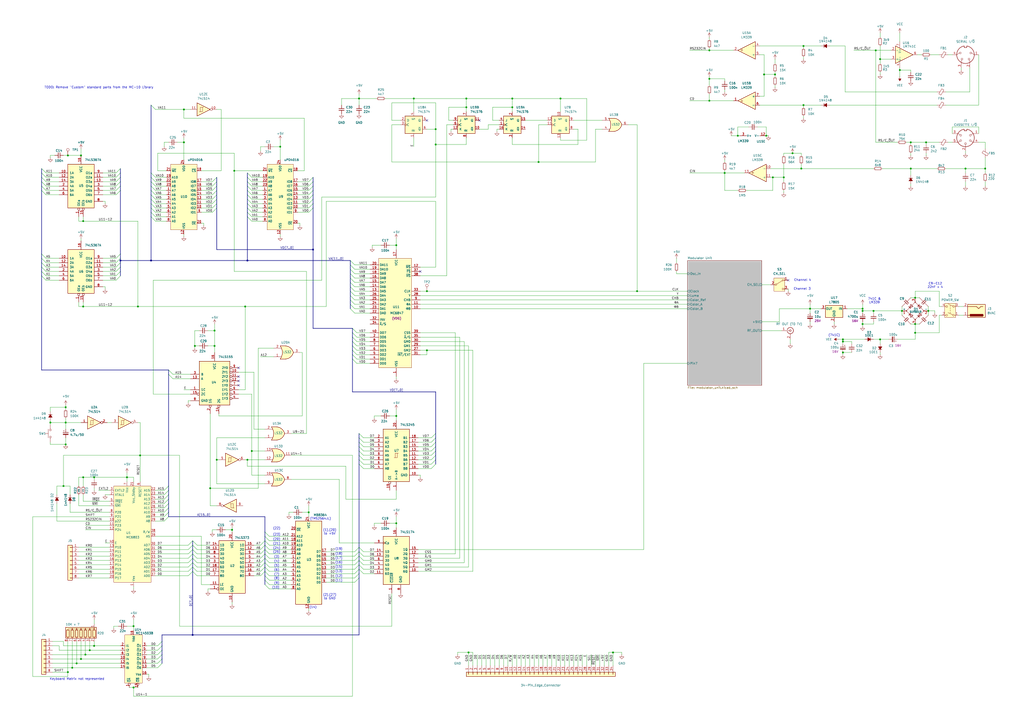
<source format=kicad_sch>
(kicad_sch (version 20231120) (generator "eeschema") (generator_version "8.0")
  (paper "A2")
  (lib_symbols
    (symbol "+5V_1" (power) (pin_numbers hide) (pin_names (offset 0) hide)
      (property "Value" "+5V" (at 0 3.556 0))
      (symbol "+5V_1_1_1"
        (pin power_in line (at 0 0 90) (length 0) (name "~") (number "1"))
      )
    )
    (symbol "+5V_2" (power) (pin_numbers hide) (pin_names (offset 0) hide)
      (property "Value" "+5V" (at 0 3.556 0))
      (symbol "+5V_2_1_1"
        (pin power_in line (at 0 0 90) (length 0) (name "~") (number "1"))
      )
    )
    (symbol "74xx:74LS14" (pin_names (offset 1.016))
      (property "Reference" "U" (at 0 1.27 0))
      (property "Value" "74LS14" (at 0 -1.27 0))
      (symbol "74LS14_1_0"
        (pin input line (at -7.62 0 0) (length 3.81) (name "~") (number "1"))
        (pin output inverted (at 7.62 0 180) (length 3.81) (name "~") (number "2"))
      )
      (symbol "74LS14_2_0"
        (pin input line (at -7.62 0 0) (length 3.81) (name "~") (number "3"))
        (pin output inverted (at 7.62 0 180) (length 3.81) (name "~") (number "4"))
      )
      (symbol "74LS14_3_0"
        (pin input line (at -7.62 0 0) (length 3.81) (name "~") (number "5"))
        (pin output inverted (at 7.62 0 180) (length 3.81) (name "~") (number "6"))
      )
      (symbol "74LS14_4_0"
        (pin output inverted (at 7.62 0 180) (length 3.81) (name "~") (number "8"))
        (pin input line (at -7.62 0 0) (length 3.81) (name "~") (number "9"))
      )
      (symbol "74LS14_5_0"
        (pin output inverted (at 7.62 0 180) (length 3.81) (name "~") (number "10"))
        (pin input line (at -7.62 0 0) (length 3.81) (name "~") (number "11"))
      )
      (symbol "74LS14_6_0"
        (pin output inverted (at 7.62 0 180) (length 3.81) (name "~") (number "12"))
        (pin input line (at -7.62 0 0) (length 3.81) (name "~") (number "13"))
      )
      (symbol "74LS14_7_0"
        (pin power_in line (at 0 12.7 270) (length 5.08) (name "VCC") (number "14"))
        (pin power_in line (at 0 -12.7 90) (length 5.08) (name "GND") (number "7"))
      )
    )
    (symbol "74xx:74LS32" (pin_names (offset 1.016))
      (property "Reference" "U" (at 0 1.27 0))
      (property "Value" "74LS32" (at 0 -1.27 0))
      (symbol "74LS32_1_1"
        (pin input line (at -7.62 2.54 0) (length 4.318) (name "~") (number "1"))
        (pin input line (at -7.62 -2.54 0) (length 4.318) (name "~") (number "2"))
        (pin output line (at 7.62 0 180) (length 3.81) (name "~") (number "3"))
      )
      (symbol "74LS32_1_2"
        (pin input inverted (at -7.62 2.54 0) (length 3.81) (name "~") (number "1"))
        (pin input inverted (at -7.62 -2.54 0) (length 3.81) (name "~") (number "2"))
        (pin output inverted (at 7.62 0 180) (length 3.81) (name "~") (number "3"))
      )
      (symbol "74LS32_2_1"
        (pin input line (at -7.62 2.54 0) (length 4.318) (name "~") (number "4"))
        (pin input line (at -7.62 -2.54 0) (length 4.318) (name "~") (number "5"))
        (pin output line (at 7.62 0 180) (length 3.81) (name "~") (number "6"))
      )
      (symbol "74LS32_2_2"
        (pin input inverted (at -7.62 2.54 0) (length 3.81) (name "~") (number "4"))
        (pin input inverted (at -7.62 -2.54 0) (length 3.81) (name "~") (number "5"))
        (pin output inverted (at 7.62 0 180) (length 3.81) (name "~") (number "6"))
      )
      (symbol "74LS32_3_1"
        (pin input line (at -7.62 -2.54 0) (length 4.318) (name "~") (number "10"))
        (pin output line (at 7.62 0 180) (length 3.81) (name "~") (number "8"))
        (pin input line (at -7.62 2.54 0) (length 4.318) (name "~") (number "9"))
      )
      (symbol "74LS32_3_2"
        (pin input inverted (at -7.62 -2.54 0) (length 3.81) (name "~") (number "10"))
        (pin output inverted (at 7.62 0 180) (length 3.81) (name "~") (number "8"))
        (pin input inverted (at -7.62 2.54 0) (length 3.81) (name "~") (number "9"))
      )
      (symbol "74LS32_4_1"
        (pin output line (at 7.62 0 180) (length 3.81) (name "~") (number "11"))
        (pin input line (at -7.62 2.54 0) (length 4.318) (name "~") (number "12"))
        (pin input line (at -7.62 -2.54 0) (length 4.318) (name "~") (number "13"))
      )
      (symbol "74LS32_4_2"
        (pin output inverted (at 7.62 0 180) (length 3.81) (name "~") (number "11"))
        (pin input inverted (at -7.62 2.54 0) (length 3.81) (name "~") (number "12"))
        (pin input inverted (at -7.62 -2.54 0) (length 3.81) (name "~") (number "13"))
      )
      (symbol "74LS32_5_0"
        (pin power_in line (at 0 12.7 270) (length 5.08) (name "VCC") (number "14"))
        (pin power_in line (at 0 -12.7 90) (length 5.08) (name "GND") (number "7"))
      )
    )
    (symbol "74xx:74LS367" (pin_names (offset 1.016))
      (property "Reference" "U?" (at 2.1941 17.78 0))
      (property "Value" "74LS367" (at 2.1941 15.24 0))
      (symbol "74LS367_1_0"
        (pin input inverted (at -1.27 -17.78 90) (length 5.08) (name "OEa") (number "1"))
        (pin input line (at -12.7 7.62 0) (length 5.08) (name "1A") (number "10"))
        (pin tri_state line (at 12.7 5.08 180) (length 5.08) (name "O2a") (number "11"))
        (pin input line (at -12.7 5.08 0) (length 5.08) (name "2A") (number "12"))
        (pin tri_state line (at 12.7 2.54 180) (length 5.08) (name "O3a") (number "13"))
        (pin input line (at -12.7 2.54 0) (length 5.08) (name "3A") (number "14"))
        (pin input inverted (at 1.27 -17.78 90) (length 5.08) (name "OEb") (number "15"))
        (pin power_in line (at 0 17.78 270) (length 5.08) (name "VCC") (number "16"))
        (pin input line (at -12.7 0 0) (length 5.08) (name "4A") (number "2"))
        (pin tri_state line (at 12.7 0 180) (length 5.08) (name "O4a") (number "3"))
        (pin input line (at -12.7 -2.54 0) (length 5.08) (name "5A") (number "4"))
        (pin tri_state line (at 12.7 -2.54 180) (length 5.08) (name "O5b") (number "5"))
        (pin input line (at -12.7 -5.08 0) (length 5.08) (name "6A") (number "6"))
        (pin tri_state line (at 12.7 -5.08 180) (length 5.08) (name "O6b") (number "7"))
        (pin power_in line (at 12.7 -8.89 180) (length 5.08) (name "GND") (number "8"))
        (pin tri_state line (at 12.7 7.62 180) (length 5.08) (name "O1a") (number "9"))
      )
    )
    (symbol "74xx:74LS74" (pin_names (offset 1.016))
      (property "Reference" "U" (at -7.62 8.89 0))
      (property "Value" "74LS74" (at -7.62 -8.89 0))
      (symbol "74LS74_1_0"
        (pin input line (at 0 -7.62 90) (length 2.54) (name "~{R}") (number "1"))
        (pin input line (at -7.62 2.54 0) (length 2.54) (name "D") (number "2"))
        (pin input clock (at -7.62 0 0) (length 2.54) (name "C") (number "3"))
        (pin input line (at 0 7.62 270) (length 2.54) (name "~{S}") (number "4"))
        (pin output line (at 7.62 2.54 180) (length 2.54) (name "Q") (number "5"))
        (pin output line (at 7.62 -2.54 180) (length 2.54) (name "~{Q}") (number "6"))
      )
      (symbol "74LS74_2_0"
        (pin input line (at 0 7.62 270) (length 2.54) (name "~{S}") (number "10"))
        (pin input clock (at -7.62 0 0) (length 2.54) (name "C") (number "11"))
        (pin input line (at -7.62 2.54 0) (length 2.54) (name "D") (number "12"))
        (pin input line (at 0 -7.62 90) (length 2.54) (name "~{R}") (number "13"))
        (pin output line (at 7.62 -2.54 180) (length 2.54) (name "~{Q}") (number "8"))
        (pin output line (at 7.62 2.54 180) (length 2.54) (name "Q") (number "9"))
      )
      (symbol "74LS74_3_0"
        (pin power_in line (at 0 10.16 270) (length 2.54) (name "VCC") (number "14"))
        (pin power_in line (at 0 -10.16 90) (length 2.54) (name "GND") (number "7"))
      )
    )
    (symbol "74xx:74LS76" (pin_names (offset 1.016))
      (property "Reference" "U" (at -7.62 8.89 0))
      (property "Value" "74LS76" (at -7.62 -8.89 0))
      (symbol "74LS76_1_0"
        (pin input clock (at -7.62 0 0) (length 2.54) (name "C") (number "1"))
        (pin output line (at 7.62 -2.54 180) (length 2.54) (name "~{Q}") (number "14"))
        (pin output line (at 7.62 2.54 180) (length 2.54) (name "Q") (number "15"))
        (pin input line (at -7.62 -2.54 0) (length 2.54) (name "K") (number "16"))
        (pin input line (at 0 7.62 270) (length 2.54) (name "~{S}") (number "2"))
        (pin input line (at 0 -7.62 90) (length 2.54) (name "~{R}") (number "3"))
        (pin input line (at -7.62 2.54 0) (length 2.54) (name "J") (number "4"))
      )
      (symbol "74LS76_2_0"
        (pin output line (at 7.62 -2.54 180) (length 2.54) (name "~{Q}") (number "10"))
        (pin output line (at 7.62 2.54 180) (length 2.54) (name "Q") (number "11"))
        (pin input line (at -7.62 -2.54 0) (length 2.54) (name "K") (number "12"))
        (pin input clock (at -7.62 0 0) (length 2.54) (name "C") (number "6"))
        (pin input line (at 0 7.62 270) (length 2.54) (name "~{S}") (number "7"))
        (pin input line (at 0 -7.62 90) (length 2.54) (name "~{R}") (number "8"))
        (pin input line (at -7.62 2.54 0) (length 2.54) (name "J") (number "9"))
      )
      (symbol "74LS76_3_0"
        (pin power_in line (at 0 -10.16 90) (length 2.54) (name "GND") (number "13"))
        (pin power_in line (at 0 10.16 270) (length 2.54) (name "VCC") (number "5"))
      )
    )
    (symbol "Amplifier_Operational:LM741" (pin_names (offset 0.127))
      (property "Reference" "U16" (at 1.016 6.858 0))
      (property "Value" "LM741C" (at 3.048 4.826 0))
      (symbol "LM741_1_1"
        (pin input line (at -1.27 0 180) (length 5.08) hide (name "NULL") (number "1"))
        (pin input line (at -7.62 2.54 0) (length 2.54) (name "-") (number "2"))
        (pin input line (at -7.62 -2.54 0) (length 2.54) (name "+") (number "3"))
        (pin power_in line (at -2.54 -7.62 90) (length 3.81) (name "V-") (number "4"))
        (pin input line (at -1.27 0 180) (length 6.35) hide (name "NULL") (number "5"))
        (pin output line (at 7.62 0 180) (length 2.54) (name "~") (number "6"))
        (pin power_in line (at -2.54 7.62 270) (length 3.81) (name "V+") (number "7"))
        (pin no_connect line (at 0 2.54 270) (length 2.54) hide (name "NC") (number "8"))
      )
    )
    (symbol "Comparator:LM339" (pin_names (offset 0.127))
      (property "Reference" "U" (at 0 5.08 0))
      (property "Value" "LM339" (at 0 -5.08 0))
      (symbol "LM339_1_1"
        (pin open_collector line (at 7.62 0 180) (length 2.54) (name "~") (number "2"))
        (pin input line (at -7.62 -2.54 0) (length 2.54) (name "-") (number "4"))
        (pin input line (at -7.62 2.54 0) (length 2.54) (name "+") (number "5"))
      )
      (symbol "LM339_2_1"
        (pin open_collector line (at 7.62 0 180) (length 2.54) (name "~") (number "1"))
        (pin input line (at -7.62 -2.54 0) (length 2.54) (name "-") (number "6"))
        (pin input line (at -7.62 2.54 0) (length 2.54) (name "+") (number "7"))
      )
      (symbol "LM339_3_1"
        (pin input line (at -7.62 -2.54 0) (length 2.54) (name "-") (number "10"))
        (pin input line (at -7.62 2.54 0) (length 2.54) (name "+") (number "11"))
        (pin open_collector line (at 7.62 0 180) (length 2.54) (name "~") (number "13"))
      )
      (symbol "LM339_4_1"
        (pin open_collector line (at 7.62 0 180) (length 2.54) (name "~") (number "14"))
        (pin input line (at -7.62 -2.54 0) (length 2.54) (name "-") (number "8"))
        (pin input line (at -7.62 2.54 0) (length 2.54) (name "+") (number "9"))
      )
      (symbol "LM339_5_1"
        (pin power_in line (at -2.54 -7.62 90) (length 3.81) (name "V-") (number "12"))
        (pin power_in line (at -2.54 7.62 270) (length 3.81) (name "V+") (number "3"))
      )
    )
    (symbol "Connector:Barrel_Jack" (pin_names (offset 1.016))
      (property "Reference" "J" (at 0 5.334 0))
      (property "Value" "Barrel_Jack" (at 0 -5.08 0))
      (symbol "Barrel_Jack_1_1"
        (pin passive line (at 7.62 2.54 180) (length 2.54) (name "~") (number "1"))
        (pin passive line (at 7.62 -2.54 180) (length 2.54) (name "~") (number "2"))
      )
    )
    (symbol "Connector:Conn_Coaxial" (pin_names (offset 1.016) hide)
      (property "Reference" "J" (at 0.254 3.048 0))
      (property "Value" "Conn_Coaxial" (at 2.921 0 90))
      (symbol "Conn_Coaxial_1_1"
        (pin passive line (at -5.08 0 0) (length 2.54) (name "In") (number "1"))
        (pin passive line (at 0 -5.08 90) (length 2.54) (name "Ext") (number "2"))
      )
    )
    (symbol "Connector:DIN-4" (pin_names (offset 1.016))
      (property "Reference" "J" (at 5.334 5.08 0))
      (property "Value" "DIN-4" (at 0 -6.35 0))
      (symbol "DIN-4_1_1"
        (pin passive line (at -7.62 0 0) (length 2.54) (name "~") (number "1"))
        (pin passive line (at -2.54 7.62 270) (length 2.54) (name "~") (number "2"))
        (pin passive line (at 2.54 7.62 270) (length 2.54) (name "~") (number "3"))
        (pin passive line (at 7.62 0 180) (length 2.54) (name "~") (number "4"))
      )
    )
    (symbol "Connector:DIN-5" (pin_names (offset 1.016))
      (property "Reference" "J?" (at 0.0001 -10.16 0))
      (property "Value" "DIN-5" (at 0.0001 -7.62 0))
      (symbol "DIN-5_1_1"
        (pin passive line (at -7.62 -2.54 0) (length 2.54) (name "~") (number "1"))
        (pin passive line (at 0 7.62 270) (length 2.54) (name "~") (number "2"))
        (pin passive line (at 7.62 -2.54 180) (length 2.54) (name "~") (number "3"))
        (pin passive line (at -7.62 2.54 0) (length 2.54) (name "~") (number "4"))
        (pin passive line (at 7.62 2.54 180) (length 2.54) (name "~") (number "5"))
      )
    )
    (symbol "Connector:TestPoint" (pin_numbers hide) (pin_names (offset 0.762) hide)
      (property "Reference" "TP" (at 0 6.858 0))
      (property "Value" "TestPoint" (at 0 5.08 0))
      (symbol "TestPoint_1_1"
        (pin passive line (at 0 0 90) (length 2.54) (name "1") (number "1"))
      )
    )
    (symbol "Connector_Generic:Conn_01x08" (pin_names (offset 1.016) hide)
      (property "Reference" "J" (at 0 10.16 0))
      (property "Value" "Conn_01x08" (at 0 -12.7 0))
      (symbol "Conn_01x08_1_1"
        (pin passive line (at -5.08 7.62 0) (length 3.81) (name "Pin_1") (number "1"))
        (pin passive line (at -5.08 5.08 0) (length 3.81) (name "Pin_2") (number "2"))
        (pin passive line (at -5.08 2.54 0) (length 3.81) (name "Pin_3") (number "3"))
        (pin passive line (at -5.08 0 0) (length 3.81) (name "Pin_4") (number "4"))
        (pin passive line (at -5.08 -2.54 0) (length 3.81) (name "Pin_5") (number "5"))
        (pin passive line (at -5.08 -5.08 0) (length 3.81) (name "Pin_6") (number "6"))
        (pin passive line (at -5.08 -7.62 0) (length 3.81) (name "Pin_7") (number "7"))
        (pin passive line (at -5.08 -10.16 0) (length 3.81) (name "Pin_8") (number "8"))
      )
    )
    (symbol "Connector_Generic:Conn_01x34" (pin_names (offset 1.016) hide)
      (property "Reference" "J" (at 0 43.18 0))
      (property "Value" "Conn_01x34" (at 0 -45.72 0))
      (symbol "Conn_01x34_1_1"
        (pin passive line (at -5.08 40.64 0) (length 3.81) (name "Pin_1") (number "1"))
        (pin passive line (at -5.08 17.78 0) (length 3.81) (name "Pin_10") (number "10"))
        (pin passive line (at -5.08 15.24 0) (length 3.81) (name "Pin_11") (number "11"))
        (pin passive line (at -5.08 12.7 0) (length 3.81) (name "Pin_12") (number "12"))
        (pin passive line (at -5.08 10.16 0) (length 3.81) (name "Pin_13") (number "13"))
        (pin passive line (at -5.08 7.62 0) (length 3.81) (name "Pin_14") (number "14"))
        (pin passive line (at -5.08 5.08 0) (length 3.81) (name "Pin_15") (number "15"))
        (pin passive line (at -5.08 2.54 0) (length 3.81) (name "Pin_16") (number "16"))
        (pin passive line (at -5.08 0 0) (length 3.81) (name "Pin_17") (number "17"))
        (pin passive line (at -5.08 -2.54 0) (length 3.81) (name "Pin_18") (number "18"))
        (pin passive line (at -5.08 -5.08 0) (length 3.81) (name "Pin_19") (number "19"))
        (pin passive line (at -5.08 38.1 0) (length 3.81) (name "Pin_2") (number "2"))
        (pin passive line (at -5.08 -7.62 0) (length 3.81) (name "Pin_20") (number "20"))
        (pin passive line (at -5.08 -10.16 0) (length 3.81) (name "Pin_21") (number "21"))
        (pin passive line (at -5.08 -12.7 0) (length 3.81) (name "Pin_22") (number "22"))
        (pin passive line (at -5.08 -15.24 0) (length 3.81) (name "Pin_23") (number "23"))
        (pin passive line (at -5.08 -17.78 0) (length 3.81) (name "Pin_24") (number "24"))
        (pin passive line (at -5.08 -20.32 0) (length 3.81) (name "Pin_25") (number "25"))
        (pin passive line (at -5.08 -22.86 0) (length 3.81) (name "Pin_26") (number "26"))
        (pin passive line (at -5.08 -25.4 0) (length 3.81) (name "Pin_27") (number "27"))
        (pin passive line (at -5.08 -27.94 0) (length 3.81) (name "Pin_28") (number "28"))
        (pin passive line (at -5.08 -30.48 0) (length 3.81) (name "Pin_29") (number "29"))
        (pin passive line (at -5.08 35.56 0) (length 3.81) (name "Pin_3") (number "3"))
        (pin passive line (at -5.08 -33.02 0) (length 3.81) (name "Pin_30") (number "30"))
        (pin passive line (at -5.08 -35.56 0) (length 3.81) (name "Pin_31") (number "31"))
        (pin passive line (at -5.08 -38.1 0) (length 3.81) (name "Pin_32") (number "32"))
        (pin passive line (at -5.08 -40.64 0) (length 3.81) (name "Pin_33") (number "33"))
        (pin passive line (at -5.08 -43.18 0) (length 3.81) (name "Pin_34") (number "34"))
        (pin passive line (at -5.08 33.02 0) (length 3.81) (name "Pin_4") (number "4"))
        (pin passive line (at -5.08 30.48 0) (length 3.81) (name "Pin_5") (number "5"))
        (pin passive line (at -5.08 27.94 0) (length 3.81) (name "Pin_6") (number "6"))
        (pin passive line (at -5.08 25.4 0) (length 3.81) (name "Pin_7") (number "7"))
        (pin passive line (at -5.08 22.86 0) (length 3.81) (name "Pin_8") (number "8"))
        (pin passive line (at -5.08 20.32 0) (length 3.81) (name "Pin_9") (number "9"))
      )
    )
    (symbol "Device:C_45deg" (pin_numbers hide) (pin_names (offset 0))
      (property "Reference" "C" (at 3.81 2.54 0))
      (property "Value" "C_45deg" (at 6.35 0 0))
      (symbol "C_45deg_1_1"
        (pin passive line (at 2.54 -2.54 180) (length 0) (name "~") (number "1"))
        (pin passive line (at -2.54 2.54 0) (length 0) (name "~") (number "2"))
      )
    )
    (symbol "Device:C_Polarized_Small" (pin_numbers hide) (pin_names (offset 0.254) hide)
      (property "Reference" "C" (at 0.254 1.778 0))
      (property "Value" "C_Polarized_Small" (at 0.254 -2.032 0))
      (symbol "C_Polarized_Small_1_1"
        (pin passive line (at 0 2.54 270) (length 1.8542) (name "~") (number "1"))
        (pin passive line (at 0 -2.54 90) (length 1.8542) (name "~") (number "2"))
      )
    )
    (symbol "Device:C_Small" (pin_numbers hide) (pin_names (offset 0.254) hide)
      (property "Reference" "C" (at 0.254 1.778 0))
      (property "Value" "C_Small" (at 0.254 -2.032 0))
      (symbol "C_Small_1_1"
        (pin passive line (at 0 2.54 270) (length 2.032) (name "~") (number "1"))
        (pin passive line (at 0 -2.54 90) (length 2.032) (name "~") (number "2"))
      )
    )
    (symbol "Device:D_Bridge_+-AA" (pin_names (offset 0))
      (property "Reference" "D" (at 2.54 6.985 0))
      (property "Value" "D_Bridge_+-AA" (at 2.54 5.08 0))
      (symbol "D_Bridge_+-AA_1_1"
        (pin passive line (at 7.62 0 180) (length 2.54) (name "+") (number "1"))
        (pin passive line (at -7.62 0 0) (length 2.54) (name "-") (number "2"))
        (pin passive line (at 0 7.62 270) (length 2.54) (name "~") (number "3"))
        (pin passive line (at 0 -7.62 90) (length 2.54) (name "~") (number "4"))
      )
    )
    (symbol "Device:D_Small_Filled" (pin_numbers hide) (pin_names (offset 0.254) hide)
      (property "Reference" "D" (at -1.27 2.032 0))
      (property "Value" "D_Small_Filled" (at -3.81 -2.032 0))
      (symbol "D_Small_Filled_1_1"
        (pin passive line (at -2.54 0 0) (length 1.778) (name "K") (number "1"))
        (pin passive line (at 2.54 0 180) (length 1.778) (name "A") (number "2"))
      )
    )
    (symbol "Device:FerriteBead_Small" (pin_numbers hide) (pin_names (offset 0))
      (property "Reference" "FB" (at 1.905 1.27 0))
      (property "Value" "FerriteBead_Small" (at 1.905 -1.27 0))
      (symbol "FerriteBead_Small_1_1"
        (pin passive line (at 0 2.54 270) (length 1.27) (name "~") (number "1"))
        (pin passive line (at 0 -2.54 90) (length 1.27) (name "~") (number "2"))
      )
    )
    (symbol "Device:R_Network07" (pin_names (offset 0) hide)
      (property "Reference" "RN" (at -10.16 0 90))
      (property "Value" "R_Network07" (at 10.16 0 90))
      (symbol "R_Network07_1_1"
        (pin passive line (at -7.62 5.08 270) (length 2.54) (name "common") (number "1"))
        (pin passive line (at -7.62 -5.08 90) (length 1.27) (name "R1") (number "2"))
        (pin passive line (at -5.08 -5.08 90) (length 1.27) (name "R2") (number "3"))
        (pin passive line (at -2.54 -5.08 90) (length 1.27) (name "R3") (number "4"))
        (pin passive line (at 0 -5.08 90) (length 1.27) (name "R4") (number "5"))
        (pin passive line (at 2.54 -5.08 90) (length 1.27) (name "R5") (number "6"))
        (pin passive line (at 5.08 -5.08 90) (length 1.27) (name "R6") (number "7"))
        (pin passive line (at 7.62 -5.08 90) (length 1.27) (name "R7") (number "8"))
      )
    )
    (symbol "Device:R_Small" (pin_numbers hide) (pin_names (offset 0.254) hide)
      (property "Reference" "R" (at 0.762 0.508 0))
      (property "Value" "R_Small" (at 0.762 -1.016 0))
      (symbol "R_Small_1_1"
        (pin passive line (at 0 2.54 270) (length 0.762) (name "~") (number "1"))
        (pin passive line (at 0 -2.54 90) (length 0.762) (name "~") (number "2"))
      )
    )
    (symbol "GND_1" (power) (pin_numbers hide) (pin_names (offset 0) hide)
      (property "Value" "GND" (at 0 -3.81 0))
      (symbol "GND_1_1_1"
        (pin power_in line (at 0 0 270) (length 0) (name "~") (number "1"))
      )
    )
    (symbol "GND_2" (power) (pin_numbers hide) (pin_names (offset 0) hide)
      (property "Value" "GND" (at 0 -3.81 0))
      (symbol "GND_2_1_1"
        (pin power_in line (at 0 0 270) (length 0) (name "~") (number "1"))
      )
    )
    (symbol "Regulator_Linear:L7805" (pin_names (offset 0.254))
      (property "Reference" "U" (at -3.81 3.175 0))
      (property "Value" "L7805" (at 0 3.175 0))
      (symbol "L7805_1_1"
        (pin power_in line (at -7.62 0 0) (length 2.54) (name "IN") (number "1"))
        (pin power_in line (at 0 -7.62 90) (length 2.54) (name "GND") (number "2"))
        (pin power_out line (at 7.62 0 180) (length 2.54) (name "OUT") (number "3"))
      )
    )
    (symbol "Switch:SW_DPST" (pin_names (offset 0) hide)
      (property "Reference" "SW" (at 0 6.35 0))
      (property "Value" "SW_DPST" (at 0 -5.08 0))
      (symbol "SW_DPST_1_1"
        (pin passive line (at -5.08 -2.54 0) (length 2.54) (name "1") (number "1"))
        (pin passive line (at 5.08 -2.54 180) (length 2.54) (name "2") (number "2"))
        (pin passive line (at -5.08 2.54 0) (length 2.54) (name "3") (number "3"))
        (pin passive line (at 5.08 2.54 180) (length 2.54) (name "4") (number "4"))
      )
    )
    (symbol "Switch:SW_Push" (pin_numbers hide) (pin_names (offset 1.016) hide)
      (property "Reference" "SW" (at 1.27 2.54 0))
      (property "Value" "SW_Push" (at 0 -1.524 0))
      (symbol "SW_Push_0_1"
        (pin passive line (at -5.08 0 0) (length 2.54) (name "1") (number "1"))
        (pin passive line (at 5.08 0 180) (length 2.54) (name "2") (number "2"))
      )
    )
    (symbol "Switch:SW_SPDT" (pin_names (offset 0) hide)
      (property "Reference" "SW" (at 0 5.08 0))
      (property "Value" "SW_SPDT" (at 0 -5.08 0))
      (symbol "SW_SPDT_1_1"
        (pin passive line (at 5.08 2.54 180) (length 2.54) (name "A") (number "1"))
        (pin passive line (at -5.08 0 0) (length 2.54) (name "B") (number "2"))
        (pin passive line (at 5.08 -2.54 180) (length 2.54) (name "C") (number "3"))
      )
    )
    (symbol "TRS-80 MC-10 Symbols:74LS155-MC10" (pin_names (offset 1.016))
      (property "Reference" "U" (at -7.62 13.97 0))
      (property "Value" "74LS155-MC10" (at 8.382 13.97 0))
      (symbol "74LS155-MC10_1_0"
        (pin input line (at -13.97 -3.81 0) (length 5.08) (name "1C") (number "1"))
        (pin output inverted (at 13.97 6.35 180) (length 5.08) (name "2Y1") (number "10"))
        (pin output inverted (at 13.97 3.81 180) (length 5.08) (name "2Y2") (number "11"))
        (pin output inverted (at 13.97 1.27 180) (length 5.08) (name "2Y3") (number "12"))
        (pin input line (at -13.97 2.54 0) (length 5.08) (name "A") (number "13"))
        (pin input inverted (at 2.54 -17.78 90) (length 5.08) (name "2G") (number "14"))
        (pin input inverted (at -13.97 -6.35 0) (length 5.08) (name "2C") (number "15"))
        (pin power_in line (at 0 17.78 270) (length 5.08) (name "VCC") (number "16"))
        (pin input inverted (at -2.54 -17.78 90) (length 5.08) (name "1G") (number "2"))
        (pin input line (at -13.97 5.08 0) (length 5.08) (name "B") (number "3"))
        (pin output inverted (at 13.97 -8.89 180) (length 5.08) (name "1Y3") (number "4"))
        (pin output inverted (at 13.97 -6.35 180) (length 5.08) (name "1Y2") (number "5"))
        (pin output inverted (at 13.97 -3.81 180) (length 5.08) (name "1Y1") (number "6"))
        (pin output inverted (at 13.97 -1.27 180) (length 5.08) (name "1Y0") (number "7"))
        (pin power_in line (at -13.97 -10.16 0) (length 5.08) (name "GND") (number "8"))
        (pin output inverted (at 13.97 8.89 180) (length 5.08) (name "2Y0") (number "9"))
      )
    )
    (symbol "TRS-80 MC-10 Symbols:74LS174-MC10" (pin_names (offset 1.016))
      (property "Reference" "U" (at -7.62 13.97 0))
      (property "Value" "74LS174-MC10" (at 8.636 13.97 0))
      (symbol "74LS174-MC10_1_0"
        (pin input line (at -2.54 -20.32 90) (length 5.08) (name "~{CLEAR}") (number "1"))
        (pin output line (at 12.7 -7.62 180) (length 5.08) (name "6Q") (number "10"))
        (pin input line (at -12.7 -8.89 0) (length 5.08) (name "6D") (number "11"))
        (pin output line (at 12.7 2.54 180) (length 5.08) (name "2Q") (number "12"))
        (pin input line (at -12.7 1.27 0) (length 5.08) (name "2D") (number "13"))
        (pin input line (at -12.7 3.81 0) (length 5.08) (name "1D") (number "14"))
        (pin output line (at 12.7 5.08 180) (length 5.08) (name "1Q") (number "15"))
        (pin power_in line (at 0 17.78 270) (length 5.08) (name "VCC") (number "16"))
        (pin output line (at 12.7 -5.08 180) (length 5.08) (name "5Q") (number "2"))
        (pin input line (at -12.7 -6.35 0) (length 5.08) (name "5D") (number "3"))
        (pin input line (at -12.7 -3.81 0) (length 5.08) (name "4D") (number "4"))
        (pin output line (at 12.7 -2.54 180) (length 5.08) (name "4Q") (number "5"))
        (pin input line (at -12.7 -1.27 0) (length 5.08) (name "3D") (number "6"))
        (pin output line (at 12.7 0 180) (length 5.08) (name "3Q") (number "7"))
        (pin power_in line (at 2.54 -20.32 90) (length 5.08) (name "GND") (number "8"))
        (pin input clock (at -12.7 8.89 0) (length 5.08) (name "Cp") (number "9"))
      )
    )
    (symbol "TRS-80 MC-10 Symbols:74LS245-MC10" (pin_names (offset 1.016))
      (property "Reference" "U" (at -7.62 16.51 0))
      (property "Value" "74LS245-MC10" (at 8.382 16.51 0))
      (symbol "74LS245-MC10_1_0"
        (pin input line (at 0 -20.32 90) (length 5.08) (name "A->B") (number "1"))
        (pin power_in line (at 12.7 -11.43 180) (length 5.08) (name "GND") (number "10"))
        (pin tri_state line (at 12.7 0 180) (length 5.08) (name "B5") (number "11"))
        (pin tri_state line (at 12.7 -2.54 180) (length 5.08) (name "B6") (number "12"))
        (pin tri_state line (at 12.7 2.54 180) (length 5.08) (name "B4") (number "13"))
        (pin tri_state line (at 12.7 -5.08 180) (length 5.08) (name "B7") (number "14"))
        (pin tri_state line (at 12.7 5.08 180) (length 5.08) (name "B3") (number "15"))
        (pin tri_state line (at 12.7 -7.62 180) (length 5.08) (name "B8") (number "16"))
        (pin tri_state line (at 12.7 7.62 180) (length 5.08) (name "B2") (number "17"))
        (pin tri_state line (at 12.7 10.16 180) (length 5.08) (name "B1") (number "18"))
        (pin input inverted (at -3.81 -20.32 90) (length 5.08) (name "CE") (number "19"))
        (pin tri_state line (at -12.7 10.16 0) (length 5.08) (name "A1") (number "2"))
        (pin power_in line (at 0 20.32 270) (length 5.08) (name "VCC") (number "20"))
        (pin tri_state line (at -12.7 7.62 0) (length 5.08) (name "A2") (number "3"))
        (pin tri_state line (at -12.7 -7.62 0) (length 5.08) (name "A8") (number "4"))
        (pin tri_state line (at -12.7 5.08 0) (length 5.08) (name "A3") (number "5"))
        (pin tri_state line (at -12.7 -5.08 0) (length 5.08) (name "A7") (number "6"))
        (pin tri_state line (at -12.7 2.54 0) (length 5.08) (name "A4") (number "7"))
        (pin tri_state line (at -12.7 -2.54 0) (length 5.08) (name "A6") (number "8"))
        (pin tri_state line (at -12.7 0 0) (length 5.08) (name "A5") (number "9"))
      )
    )
    (symbol "TRS-80 MC-10 Symbols:74LS373_MC10"
      (property "Reference" "U" (at -7.62 16.51 0))
      (property "Value" "74LS373_MC10" (at 8.382 16.764 0))
      (symbol "74LS373_MC10_1_0"
        (pin input inverted (at -12.7 -12.7 0) (length 5.08) (name "OE") (number "1"))
        (pin power_in line (at 0 -20.32 90) (length 5.08) (name "GND") (number "10"))
        (pin input line (at -12.7 -10.16 0) (length 5.08) (name "LE") (number "11"))
        (pin tri_state line (at 12.7 10.16 180) (length 5.08) (name "2O") (number "12"))
        (pin input line (at -12.7 10.16 0) (length 5.08) (name "2D") (number "13"))
        (pin input line (at -12.7 12.7 0) (length 5.08) (name "1D") (number "14"))
        (pin tri_state line (at 12.7 12.7 180) (length 5.08) (name "1O") (number "15"))
        (pin tri_state line (at 12.7 -2.54 180) (length 5.08) (name "7O") (number "16"))
        (pin input line (at -12.7 -2.54 0) (length 5.08) (name "7D") (number "17"))
        (pin input line (at -12.7 0 0) (length 5.08) (name "6D") (number "18"))
        (pin tri_state line (at 12.7 0 180) (length 5.08) (name "6O") (number "19"))
        (pin tri_state line (at 12.7 2.54 180) (length 5.08) (name "5O") (number "2"))
        (pin power_in line (at 0 20.32 270) (length 5.08) (name "VCC") (number "20"))
        (pin input line (at -12.7 2.54 0) (length 5.08) (name "5D") (number "3"))
        (pin input line (at -12.7 5.08 0) (length 5.08) (name "4D") (number "4"))
        (pin tri_state line (at 12.7 5.08 180) (length 5.08) (name "4O") (number "5"))
        (pin tri_state line (at 12.7 -5.08 180) (length 5.08) (name "8O") (number "6"))
        (pin input line (at -12.7 -5.08 0) (length 5.08) (name "8D") (number "7"))
        (pin input line (at -12.7 7.62 0) (length 5.08) (name "3D") (number "8"))
        (pin tri_state line (at 12.7 7.62 180) (length 5.08) (name "3O") (number "9"))
      )
    )
    (symbol "TRS-80 MC-10 Symbols:MB8364"
      (property "Reference" "U" (at -7.62 24.13 0))
      (property "Value" "MB8364" (at 2.54 -26.67 0))
      (symbol "MB8364_1_1"
        (pin input line (at -10.16 1.27 0) (length 2.54) (name "A7") (number "1"))
        (pin tri_state line (at 10.16 -10.16 180) (length 2.54) (name "D1") (number "10"))
        (pin tri_state line (at 10.16 -7.62 180) (length 2.54) (name "D2") (number "11"))
        (pin power_in line (at 0 -27.94 90) (length 2.54) (name "GND") (number "12"))
        (pin tri_state line (at 10.16 -5.08 180) (length 2.54) (name "D3") (number "13"))
        (pin tri_state line (at 10.16 -2.54 180) (length 2.54) (name "D4") (number "14"))
        (pin tri_state line (at 10.16 0 180) (length 2.54) (name "D5") (number "15"))
        (pin tri_state line (at 10.16 2.54 180) (length 2.54) (name "D6") (number "16"))
        (pin tri_state line (at 10.16 5.08 180) (length 2.54) (name "D7") (number "17"))
        (pin input line (at -10.16 11.43 0) (length 2.54) (name "A11") (number "18"))
        (pin input line (at -10.16 8.89 0) (length 2.54) (name "A10") (number "19"))
        (pin input line (at -10.16 -1.27 0) (length 2.54) (name "A6") (number "2"))
        (pin input line (at -10.16 17.78 0) (length 2.54) (name "~{OE}") (number "20"))
        (pin input line (at -10.16 13.97 0) (length 2.54) (name "A12") (number "21"))
        (pin input line (at -10.16 6.35 0) (length 2.54) (name "A9") (number "22"))
        (pin input line (at -10.16 3.81 0) (length 2.54) (name "A8") (number "23"))
        (pin power_in line (at 0 25.4 270) (length 2.54) (name "VCC") (number "24"))
        (pin input line (at -10.16 -3.81 0) (length 2.54) (name "A5") (number "3"))
        (pin input line (at -10.16 -6.35 0) (length 2.54) (name "A4") (number "4"))
        (pin input line (at -10.16 -8.89 0) (length 2.54) (name "A3") (number "5"))
        (pin input line (at -10.16 -11.43 0) (length 2.54) (name "A2") (number "6"))
        (pin input line (at -10.16 -13.97 0) (length 2.54) (name "A1") (number "7"))
        (pin input line (at -10.16 -16.51 0) (length 2.54) (name "A0") (number "8"))
        (pin tri_state line (at 10.16 -12.7 180) (length 2.54) (name "D0") (number "9"))
      )
    )
    (symbol "TRS-80 MC-10 Symbols:MC14503B"
      (property "Reference" "U" (at 2.286 17.526 0))
      (property "Value" "MC14503B" (at 6.604 15.24 0))
      (symbol "MC14503B_1_1"
        (pin input inverted (at -2.54 -16.51 90) (length 2.54) (name "~{OA}") (number "1"))
        (pin input line (at -7.62 0 0) (length 2.54) (name "I4") (number "10"))
        (pin tri_state line (at 7.62 -2.54 180) (length 2.54) (name "~{O}5") (number "11"))
        (pin input line (at -7.62 -2.54 0) (length 2.54) (name "I5") (number "12"))
        (pin tri_state line (at 7.62 -5.08 180) (length 2.54) (name "~{O}6") (number "13"))
        (pin input line (at -7.62 -5.08 0) (length 2.54) (name "I6") (number "14"))
        (pin input inverted (at 2.54 -16.51 90) (length 2.54) (name "~{OB}") (number "15"))
        (pin power_in line (at 0 16.51 270) (length 2.54) (name "Vdd") (number "16"))
        (pin power_in line (at 7.62 -8.89 180) (length 2.54) (name "Vss") (number "16"))
        (pin input line (at -7.62 7.62 0) (length 2.54) (name "I1") (number "2"))
        (pin tri_state line (at 7.62 7.62 180) (length 2.54) (name "~{O}1") (number "3"))
        (pin input line (at -7.62 5.08 0) (length 2.54) (name "I2") (number "4"))
        (pin tri_state line (at 7.62 5.08 180) (length 2.54) (name "~{O}2") (number "5"))
        (pin input line (at -7.62 2.54 0) (length 2.54) (name "I3") (number "6"))
        (pin tri_state line (at 7.62 2.54 180) (length 2.54) (name "~{O}3") (number "7"))
        (pin tri_state line (at 7.62 0 180) (length 2.54) (name "~{O}4") (number "9"))
      )
    )
    (symbol "TRS-80 MC-10 Symbols:MC6803 Microprocessor"
      (property "Reference" "U" (at 0 5.842 0))
      (property "Value" "MC6803" (at -0.254 3.556 0))
      (symbol "MC6803 Microprocessor_0_0"
        (pin input line (at -13.97 22.86 0) (length 2.54) (name "XTAL1") (number "2"))
        (pin input line (at -13.97 16.51 0) (length 2.54) (name "~{NMI}") (number "4"))
        (pin input line (at -13.97 19.05 0) (length 2.54) (name "~{IRQ1}") (number "5"))
        (pin tri_state line (at -13.97 12.7 0) (length 2.54) (name "P20") (number "8"))
        (pin tri_state line (at -13.97 10.16 0) (length 2.54) (name "P21") (number "9"))
      )
      (symbol "MC6803 Microprocessor_1_0"
        (pin power_in line (at 0 -30.48 90) (length 2.54) (name "Vss") (number "1"))
        (pin power_in line (at 0 30.48 270) (length 2.54) (name "Vcc_Stdby") (number "21"))
        (pin input line (at -13.97 25.4 0) (length 2.54) (name "EXTL2") (number "3"))
        (pin bidirectional line (at 12.7 -24.13 180) (length 2.54) (name "AD0") (number "37"))
        (pin input line (at 3.81 30.48 270) (length 2.54) (name "RESET") (number "6"))
        (pin power_in line (at -3.81 30.48 270) (length 2.54) (name "Vcc") (number "7"))
      )
      (symbol "MC6803 Microprocessor_1_1"
        (pin tri_state line (at -13.97 7.62 0) (length 2.54) (name "p22") (number "10"))
        (pin tri_state line (at -13.97 5.08 0) (length 2.54) (name "P23") (number "11"))
        (pin tri_state line (at -13.97 2.54 0) (length 2.54) (name "P24") (number "12"))
        (pin tri_state line (at -13.97 -7.62 0) (length 2.54) (name "P10") (number "13"))
        (pin tri_state line (at -13.97 -10.16 0) (length 2.54) (name "P11") (number "14"))
        (pin tri_state line (at -13.97 -12.7 0) (length 2.54) (name "P12") (number "15"))
        (pin tri_state line (at -13.97 -15.24 0) (length 2.54) (name "P13") (number "16"))
        (pin tri_state line (at -13.97 -17.78 0) (length 2.54) (name "P14") (number "17"))
        (pin tri_state line (at -13.97 -20.32 0) (length 2.54) (name "P15") (number "18"))
        (pin tri_state line (at -13.97 -22.86 0) (length 2.54) (name "P16") (number "19"))
        (pin tri_state line (at -13.97 -25.4 0) (length 2.54) (name "P17") (number "20"))
        (pin output line (at 12.7 25.4 180) (length 2.54) (name "A15") (number "22"))
        (pin output line (at 12.7 22.86 180) (length 2.54) (name "A14") (number "23"))
        (pin output line (at 12.7 20.32 180) (length 2.54) (name "A13") (number "24"))
        (pin output line (at 12.7 17.78 180) (length 2.54) (name "A12") (number "25"))
        (pin output line (at 12.7 15.24 180) (length 2.54) (name "A11") (number "26"))
        (pin output line (at 12.7 12.7 180) (length 2.54) (name "A10") (number "27"))
        (pin output line (at 12.7 10.16 180) (length 2.54) (name "A9") (number "28"))
        (pin output line (at 12.7 7.62 180) (length 2.54) (name "A8") (number "29"))
        (pin bidirectional line (at 12.7 -6.35 180) (length 2.54) (name "AD7") (number "30"))
        (pin bidirectional line (at 12.7 -8.89 180) (length 2.54) (name "AD6") (number "31"))
        (pin bidirectional line (at 12.7 -11.43 180) (length 2.54) (name "AD5") (number "32"))
        (pin bidirectional line (at 12.7 -13.97 180) (length 2.54) (name "AD4") (number "33"))
        (pin bidirectional line (at 12.7 -16.51 180) (length 2.54) (name "AD3") (number "34"))
        (pin bidirectional line (at 12.7 -19.05 180) (length 2.54) (name "AD2") (number "35"))
        (pin bidirectional line (at 12.7 -21.59 180) (length 2.54) (name "AD1") (number "36"))
        (pin output line (at 12.7 1.27 180) (length 2.54) (name "R/W") (number "38"))
        (pin bidirectional line (at 12.7 -1.27 180) (length 2.54) (name "AS") (number "39"))
        (pin output line (at -13.97 -5.08 0) (length 2.54) (name "E") (number "40"))
      )
    )
    (symbol "TRS-80 MC-10 Symbols:MC6847 Video Display Generator"
      (property "Reference" "U" (at 2.794 35.814 0))
      (property "Value" "MC6847" (at 5.842 33.274 0))
      (property "Extra" "(VDG)" (at 0.254 3.302 0))
      (symbol "MC6847 Video Display Generator_1_0"
        (pin power_in line (at 0 -36.83 90) (length 5.08) (name "VSS") (number "1"))
        (pin output line (at 13.97 2.54 180) (length 5.08) (name "ΦB") (number "10"))
        (pin output line (at 13.97 5.08 180) (length 5.08) (name "ΦA") (number "11"))
        (pin input line (at 13.97 26.67 180) (length 5.08) (name "~{MS}") (number "12"))
        (pin output line (at -15.24 12.7 0) (length 5.08) (name "DA5") (number "13"))
        (pin output line (at -15.24 15.24 0) (length 5.08) (name "DA6") (number "14"))
        (pin output line (at -15.24 17.78 0) (length 5.08) (name "DA7") (number "15"))
        (pin output line (at -15.24 20.32 0) (length 5.08) (name "DA8") (number "16"))
        (pin power_in line (at 0 36.83 270) (length 5.08) (name "VCC") (number "17"))
        (pin output line (at -15.24 22.86 0) (length 5.08) (name "DA9") (number "18"))
        (pin output line (at -15.24 25.4 0) (length 5.08) (name "DA10") (number "19"))
        (pin input line (at -15.24 -13.97 0) (length 5.08) (name "DD6") (number "2"))
        (pin output line (at -15.24 27.94 0) (length 5.08) (name "DA11") (number "20"))
        (pin no_connect line (at 0 -10.16 90) (length 5.08) hide (name "DA12") (number "21"))
        (pin output line (at -15.24 0 0) (length 5.08) (name "DA0") (number "22"))
        (pin output line (at -15.24 2.54 0) (length 5.08) (name "DA1") (number "23"))
        (pin output line (at -15.24 5.08 0) (length 5.08) (name "DA2") (number "24"))
        (pin output line (at -15.24 7.62 0) (length 5.08) (name "DA3") (number "25"))
        (pin output line (at -15.24 10.16 0) (length 5.08) (name "DA4") (number "26"))
        (pin input line (at 13.97 -21.59 180) (length 5.08) (name "GM2") (number "27"))
        (pin output line (at 13.97 10.16 180) (length 5.08) (name "Y") (number "28"))
        (pin input line (at 13.97 -19.05 180) (length 5.08) (name "GM1") (number "29"))
        (pin input line (at -15.24 -29.21 0) (length 5.08) (name "DD0") (number "3"))
        (pin input line (at 13.97 -16.51 180) (length 5.08) (name "GM0") (number "30"))
        (pin input line (at 13.97 -24.13 180) (length 5.08) (name "~{INT}/EXT") (number "31"))
        (pin input line (at -15.24 -3.81 0) (length 5.08) (name "INV") (number "32"))
        (pin input line (at 13.97 12.7 180) (length 5.08) (name "CLK") (number "33"))
        (pin input line (at -15.24 -6.35 0) (length 5.08) (name "~{A}/S") (number "34"))
        (pin input line (at 13.97 -13.97 180) (length 5.08) (name "~{A}/G") (number "35"))
        (pin no_connect line (at 0 -11.43 270) (length 5.08) hide (name "~{RP}") (number "36"))
        (pin output line (at 13.97 24.13 180) (length 5.08) (name "~{FS}") (number "37"))
        (pin output line (at 13.97 21.59 180) (length 5.08) (name "~{HS}") (number "38"))
        (pin input line (at 13.97 -11.43 180) (length 5.08) (name "CSS") (number "39"))
        (pin input line (at -15.24 -26.67 0) (length 5.08) (name "DD1") (number "4"))
        (pin input line (at -15.24 -11.43 0) (length 5.08) (name "DD7") (number "40"))
        (pin input line (at -15.24 -24.13 0) (length 5.08) (name "DD2") (number "5"))
        (pin input line (at -15.24 -21.59 0) (length 5.08) (name "DD3") (number "6"))
        (pin input line (at -15.24 -19.05 0) (length 5.08) (name "DD4") (number "7"))
        (pin input line (at -15.24 -16.51 0) (length 5.08) (name "DD5") (number "8"))
        (pin output line (at 13.97 7.62 180) (length 5.08) (name "CHB") (number "9"))
      )
    )
    (symbol "TRS-80 MC-10 Symbols:uPD4016"
      (property "Reference" "U" (at 1.778 23.368 0))
      (property "Value" "uPD4016" (at 4.826 20.828 0))
      (symbol "uPD4016_1_1"
        (pin input line (at -10.16 3.81 0) (length 2.54) (name "A7") (number "1"))
        (pin tri_state line (at 10.16 -6.35 180) (length 2.54) (name "IO2") (number "10"))
        (pin tri_state line (at 10.16 -3.81 180) (length 2.54) (name "IO3") (number "11"))
        (pin power_in line (at 0 -21.59 90) (length 2.54) (name "VSS") (number "12"))
        (pin tri_state line (at 10.16 -1.27 180) (length 2.54) (name "IO4") (number "13"))
        (pin tri_state line (at 10.16 1.27 180) (length 2.54) (name "IO5") (number "14"))
        (pin tri_state line (at 10.16 3.81 180) (length 2.54) (name "IO6") (number "15"))
        (pin tri_state line (at 10.16 6.35 180) (length 2.54) (name "IO7") (number "16"))
        (pin tri_state line (at 10.16 8.89 180) (length 2.54) (name "IO8") (number "17"))
        (pin input line (at 10.16 15.24 180) (length 2.54) (name "~{CS}") (number "18"))
        (pin input line (at -10.16 11.43 0) (length 2.54) (name "A10") (number "19"))
        (pin input line (at -10.16 1.27 0) (length 2.54) (name "A6") (number "2"))
        (pin input line (at 10.16 -15.24 180) (length 2.54) (name "~{OE}") (number "20"))
        (pin input line (at -10.16 15.24 0) (length 2.54) (name "~{WE}") (number "21"))
        (pin input line (at -10.16 8.89 0) (length 2.54) (name "A9") (number "22"))
        (pin input line (at -10.16 6.35 0) (length 2.54) (name "A8") (number "23"))
        (pin power_in line (at 0 21.59 270) (length 2.54) (name "VDD") (number "24"))
        (pin input line (at -10.16 -1.27 0) (length 2.54) (name "A5") (number "3"))
        (pin input line (at -10.16 -3.81 0) (length 2.54) (name "A4") (number "4"))
        (pin input line (at -10.16 -6.35 0) (length 2.54) (name "A3") (number "5"))
        (pin input line (at -10.16 -8.89 0) (length 2.54) (name "A2") (number "6"))
        (pin input line (at -10.16 -11.43 0) (length 2.54) (name "A1") (number "7"))
        (pin input line (at -10.16 -13.97 0) (length 2.54) (name "A0") (number "8"))
        (pin tri_state line (at 10.16 -8.89 180) (length 2.54) (name "IO1") (number "9"))
      )
    )
    (symbol "power:+5V" (power) (pin_names (offset 0))
      (property "Value" "+5V" (at 0 3.556 0))
      (symbol "+5V_1_1"
        (pin power_in line (at 0 0 90) (length 0) hide (name "+5V") (number "1"))
      )
    )
    (symbol "power:GND" (power) (pin_names (offset 0))
      (property "Value" "GND" (at 0 -3.81 0))
      (symbol "GND_1_1"
        (pin power_in line (at 0 0 270) (length 0) hide (name "GND") (number "1"))
      )
    )
    (symbol "power:VCC" (power) (pin_numbers hide) (pin_names (offset 0) hide)
      (property "Value" "VCC" (at 0 3.556 0))
      (symbol "VCC_1_1"
        (pin power_in line (at 0 0 90) (length 0) (name "~") (number "1"))
      )
    )
    (symbol "power:VEE" (power) (pin_numbers hide) (pin_names (offset 0) hide)
      (property "Value" "VEE" (at 0 3.556 0))
      (symbol "VEE_1_1"
        (pin power_in line (at 0 0 90) (length 0) (name "~") (number "1"))
      )
    )
  )
  (bus_alias "Baldee" (members "Blue" "Water" "Donut" "PH0"))
  (junction (at 448.31 102.87))
  (junction (at 560.07 97.79))
  (junction (at 325.12 57.15))
  (junction (at 420.37 100.33))
  (junction (at 46.99 90.17))
  (junction (at 506.73 180.34))
  (junction (at 38.1 257.81))
  (junction (at 181.61 144.78))
  (junction (at 124.46 191.77))
  (junction (at 297.18 62.23))
  (junction (at 38.1 236.22))
  (junction (at 44.45 384.81))
  (junction (at 39.37 90.17))
  (junction (at 528.32 82.55))
  (junction (at 229.87 303.53))
  (junction (at 510.54 196.85))
  (junction (at 312.42 93.98))
  (junction (at 48.26 177.8))
  (junction (at 121.92 283.21))
  (junction (at 488.95 204.47))
  (junction (at 106.68 82.55))
  (junction (at 454.66 102.87))
  (junction (at 443.23 43.18))
  (junction (at 469.9 179.07))
  (junction (at 427.99 78.74))
  (junction (at 297.18 57.15))
  (junction (at 36.83 281.94))
  (junction (at 134.62 307.34))
  (junction (at 247.65 168.91))
  (junction (at 146.05 261.62))
  (junction (at 39.37 389.89))
  (junction (at 449.58 43.18))
  (junction (at 143.51 266.7))
  (junction (at 464.82 97.79))
  (junction (at 162.56 85.09))
  (junction (at 270.51 62.23))
  (junction (at 179.07 297.18))
  (junction (at 38.1 245.11))
  (junction (at 111.76 368.3))
  (junction (at 411.48 58.42))
  (junction (at 240.03 57.15))
  (junction (at 73.66 276.86))
  (junction (at 125.73 266.7))
  (junction (at 271.78 378.46))
  (junction (at 77.47 398.78))
  (junction (at 69.85 151.13))
  (junction (at 530.86 193.04))
  (junction (at 523.24 180.34))
  (junction (at 80.01 177.8))
  (junction (at 459.74 88.9))
  (junction (at 530.86 172.72))
  (junction (at 81.28 264.16))
  (junction (at 135.89 99.06))
  (junction (at 143.51 151.13))
  (junction (at 488.95 196.85))
  (junction (at 142.24 177.8))
  (junction (at 444.5 78.74))
  (junction (at 270.51 57.15))
  (junction (at 48.26 276.86))
  (junction (at 252.73 83.82))
  (junction (at 77.47 363.22))
  (junction (at 571.5 97.79))
  (junction (at 208.28 57.15))
  (junction (at 500.38 187.96))
  (junction (at 54.61 374.65))
  (junction (at 528.32 97.79))
  (junction (at 87.63 151.13))
  (junction (at 466.09 60.96))
  (junction (at 247.65 203.2))
  (junction (at 49.53 379.73))
  (junction (at 510.54 34.29))
  (junction (at 106.68 63.5))
  (junction (at 530.86 187.96))
  (junction (at 124.46 200.66))
  (junction (at 46.99 382.27))
  (junction (at 369.57 168.91))
  (junction (at 508 29.21))
  (junction (at 537.21 82.55))
  (junction (at 41.91 387.35))
  (junction (at 521.97 40.64))
  (junction (at 113.03 200.66))
  (junction (at 52.07 377.19))
  (junction (at 500.38 179.07))
  (junction (at 229.87 142.24))
  (junction (at 538.48 180.34))
  (junction (at 500.38 180.34))
  (junction (at 411.48 29.21))
  (junction (at 29.21 245.11))
  (junction (at 54.61 276.86))
  (junction (at 488.95 198.12))
  (junction (at 252.73 74.93))
  (junction (at 229.87 241.3))
  (junction (at 48.26 128.27))
  (junction (at 466.09 26.67))
  (junction (at 355.6 378.46))
  (junction (at 411.48 45.72))
  (no_connect (at 243.84 157.48))
  (no_connect (at 138.43 218.44))
  (no_connect (at 138.43 220.98))
  (no_connect (at 457.2 162.56))
  (no_connect (at 278.13 69.85))
  (no_connect (at 247.65 69.85))
  (no_connect (at 138.43 223.52))
  (no_connect (at 138.43 213.36))
  (bus_entry (at 24.13 107.95) (size 2.54 2.54))
  (bus_entry (at 203.2 173.99) (size 2.54 2.54))
  (bus_entry (at 153.67 323.85) (size 2.54 2.54))
  (bus_entry (at 203.2 179.07) (size 2.54 2.54))
  (bus_entry (at 205.74 337.82) (size 2.54 -2.54))
  (bus_entry (at 208.28 266.7) (size 2.54 2.54))
  (bus_entry (at 97.79 294.64) (size -2.54 2.54))
  (bus_entry (at 24.13 102.87) (size 2.54 2.54))
  (bus_entry (at 205.74 332.74) (size 2.54 -2.54))
  (bus_entry (at 69.85 102.87) (size -2.54 2.54))
  (bus_entry (at 123.19 115.57) (size 2.54 -2.54))
  (bus_entry (at 208.28 256.54) (size 2.54 2.54))
  (bus_entry (at 205.74 335.28) (size 2.54 -2.54))
  (bus_entry (at 87.63 110.49) (size 2.54 2.54))
  (bus_entry (at 204.47 195.58) (size 2.54 2.54))
  (bus_entry (at 153.67 316.23) (size 2.54 2.54))
  (bus_entry (at 97.79 289.56) (size -2.54 2.54))
  (bus_entry (at 97.79 299.72) (size -2.54 2.54))
  (bus_entry (at 153.67 321.31) (size -2.54 2.54))
  (bus_entry (at 208.28 317.5) (size 2.54 2.54))
  (bus_entry (at 153.67 331.47) (size 2.54 2.54))
  (bus_entry (at 153.67 328.93) (size -2.54 2.54))
  (bus_entry (at 204.47 208.28) (size 2.54 2.54))
  (bus_entry (at 153.67 323.85) (size -2.54 2.54))
  (bus_entry (at 87.63 102.87) (size 2.54 2.54))
  (bus_entry (at 114.3 318.77) (size -2.54 -2.54))
  (bus_entry (at 153.67 331.47) (size -2.54 2.54))
  (bus_entry (at 97.79 284.48) (size -2.54 2.54))
  (bus_entry (at 109.22 321.31) (size 2.54 -2.54))
  (bus_entry (at 205.74 320.04) (size 2.54 -2.54))
  (bus_entry (at 24.13 154.94) (size 2.54 2.54))
  (bus_entry (at 69.85 154.94) (size -2.54 2.54))
  (bus_entry (at 179.07 120.65) (size 2.54 -2.54))
  (bus_entry (at 109.22 323.85) (size 2.54 -2.54))
  (bus_entry (at 143.51 110.49) (size 2.54 2.54))
  (bus_entry (at 203.2 166.37) (size 2.54 2.54))
  (bus_entry (at 143.51 113.03) (size 2.54 2.54))
  (bus_entry (at 153.67 321.31) (size 2.54 2.54))
  (bus_entry (at 203.2 176.53) (size 2.54 2.54))
  (bus_entry (at 69.85 100.33) (size -2.54 2.54))
  (bus_entry (at 91.44 374.65) (size 2.54 -2.54))
  (bus_entry (at 114.3 316.23) (size -2.54 -2.54))
  (bus_entry (at 87.63 60.96) (size 2.54 2.54))
  (bus_entry (at 204.47 190.5) (size 2.54 2.54))
  (bus_entry (at 208.28 264.16) (size 2.54 2.54))
  (bus_entry (at 143.51 123.19) (size 2.54 2.54))
  (bus_entry (at 208.28 254) (size 2.54 2.54))
  (bus_entry (at 179.07 107.95) (size 2.54 -2.54))
  (bus_entry (at 24.13 149.86) (size 2.54 2.54))
  (bus_entry (at 205.74 330.2) (size 2.54 -2.54))
  (bus_entry (at 97.79 217.17) (size 2.54 2.54))
  (bus_entry (at 114.3 328.93) (size -2.54 -2.54))
  (bus_entry (at 114.3 323.85) (size -2.54 -2.54))
  (bus_entry (at 252.73 266.7) (size -2.54 2.54))
  (bus_entry (at 97.79 292.1) (size -2.54 2.54))
  (bus_entry (at 203.2 171.45) (size 2.54 2.54))
  (bus_entry (at 153.67 313.69) (size -2.54 2.54))
  (bus_entry (at 91.44 379.73) (size 2.54 -2.54))
  (bus_entry (at 87.63 107.95) (size 2.54 2.54))
  (bus_entry (at 123.19 118.11) (size 2.54 -2.54))
  (bus_entry (at 203.2 153.67) (size 2.54 2.54))
  (bus_entry (at 204.47 203.2) (size 2.54 2.54))
  (bus_entry (at 109.22 326.39) (size 2.54 -2.54))
  (bus_entry (at 153.67 308.61) (size 2.54 2.54))
  (bus_entry (at 24.13 97.79) (size 2.54 2.54))
  (bus_entry (at 123.19 120.65) (size 2.54 -2.54))
  (bus_entry (at 97.79 297.18) (size -2.54 2.54))
  (bus_entry (at 69.85 157.48) (size -2.54 2.54))
  (bus_entry (at 87.63 120.65) (size 2.54 2.54))
  (bus_entry (at 87.63 118.11) (size 2.54 2.54))
  (bus_entry (at 143.51 100.33) (size 2.54 2.54))
  (bus_entry (at 114.3 326.39) (size -2.54 -2.54))
  (bus_entry (at 69.85 147.32) (size -2.54 2.54))
  (bus_entry (at 153.67 334.01) (size 2.54 2.54))
  (bus_entry (at 143.51 107.95) (size 2.54 2.54))
  (bus_entry (at 91.44 387.35) (size 2.54 -2.54))
  (bus_entry (at 143.51 102.87) (size 2.54 2.54))
  (bus_entry (at 87.63 113.03) (size 2.54 2.54))
  (bus_entry (at 91.44 377.19) (size 2.54 -2.54))
  (bus_entry (at 24.13 110.49) (size 2.54 2.54))
  (bus_entry (at 109.22 334.01) (size 2.54 -2.54))
  (bus_entry (at 123.19 105.41) (size 2.54 -2.54))
  (bus_entry (at 153.67 326.39) (size -2.54 2.54))
  (bus_entry (at 205.74 327.66) (size 2.54 -2.54))
  (bus_entry (at 87.63 125.73) (size 2.54 2.54))
  (bus_entry (at 123.19 107.95) (size 2.54 -2.54))
  (bus_entry (at 204.47 198.12) (size 2.54 2.54))
  (bus_entry (at 109.22 318.77) (size 2.54 -2.54))
  (bus_entry (at 179.07 123.19) (size 2.54 -2.54))
  (bus_entry (at 24.13 160.02) (size 2.54 2.54))
  (bus_entry (at 153.67 339.09) (size 2.54 2.54))
  (bus_entry (at 69.85 160.02) (size -2.54 2.54))
  (bus_entry (at 109.22 331.47) (size 2.54 -2.54))
  (bus_entry (at 205.74 325.12) (size 2.54 -2.54))
  (bus_entry (at 252.73 264.16) (size -2.54 2.54))
  (bus_entry (at 208.28 269.24) (size 2.54 2.54))
  (bus_entry (at 87.63 115.57) (size 2.54 2.54))
  (bus_entry (at 203.2 156.21) (size 2.54 2.54))
  (bus_entry (at 208.28 322.58) (size 2.54 2.54))
  (bus_entry (at 208.28 327.66) (size 2.54 2.54))
  (bus_entry (at 252.73 251.46) (size -2.54 2.54))
  (bus_entry (at 179.07 110.49) (size 2.54 -2.54))
  (bus_entry (at 143.51 118.11) (size 2.54 2.54))
  (bus_entry (at 208.28 330.2) (size 2.54 2.54))
  (bus_entry (at 69.85 107.95) (size -2.54 2.54))
  (bus_entry (at 203.2 158.75) (size 2.54 2.54))
  (bus_entry (at 123.19 123.19) (size 2.54 -2.54))
  (bus_entry (at 24.13 100.33) (size 2.54 2.54))
  (bus_entry (at 97.79 287.02) (size -2.54 2.54))
  (bus_entry (at 252.73 254) (size -2.54 2.54))
  (bus_entry (at 153.67 313.69) (size 2.54 2.54))
  (bus_entry (at 109.22 316.23) (size 2.54 -2.54))
  (bus_entry (at 143.51 125.73) (size 2.54 2.54))
  (bus_entry (at 153.67 326.39) (size 2.54 2.54))
  (bus_entry (at 69.85 105.41) (size -2.54 2.54))
  (bus_entry (at 24.13 105.41) (size 2.54 2.54))
  (bus_entry (at 24.13 157.48) (size 2.54 2.54))
  (bus_entry (at 252.73 259.08) (size -2.54 2.54))
  (bus_entry (at 87.63 100.33) (size 2.54 2.54))
  (bus_entry (at 179.07 115.57) (size 2.54 -2.54))
  (bus_entry (at 208.28 261.62) (size 2.54 2.54))
  (bus_entry (at 179.07 105.41) (size 2.54 -2.54))
  (bus_entry (at 252.73 269.24) (size -2.54 2.54))
  (bus_entry (at 252.73 256.54) (size -2.54 2.54))
  (bus_entry (at 204.47 205.74) (size 2.54 2.54))
  (bus_entry (at 69.85 110.49) (size -2.54 2.54))
  (bus_entry (at 87.63 105.41) (size 2.54 2.54))
  (bus_entry (at 91.44 382.27) (size 2.54 -2.54))
  (bus_entry (at 97.79 214.63) (size 2.54 2.54))
  (bus_entry (at 24.13 147.32) (size 2.54 2.54))
  (bus_entry (at 123.19 113.03) (size 2.54 -2.54))
  (bus_entry (at 205.74 322.58) (size 2.54 -2.54))
  (bus_entry (at 153.67 328.93) (size 2.54 2.54))
  (bus_entry (at 203.2 151.13) (size 2.54 2.54))
  (bus_entry (at 114.3 331.47) (size -2.54 -2.54))
  (bus_entry (at 208.28 320.04) (size 2.54 2.54))
  (bus_entry (at 204.47 200.66) (size 2.54 2.54))
  (bus_entry (at 143.51 105.41) (size 2.54 2.54))
  (bus_entry (at 69.85 97.79) (size -2.54 2.54))
  (bus_entry (at 153.67 316.23) (size -2.54 2.54))
  (bus_entry (at 208.28 325.12) (size 2.54 2.54))
  (bus_entry (at 203.2 168.91) (size 2.54 2.54))
  (bus_entry (at 208.28 259.08) (size 2.54 2.54))
  (bus_entry (at 114.3 334.01) (size -2.54 -2.54))
  (bus_entry (at 109.22 328.93) (size 2.54 -2.54))
  (bus_entry (at 143.51 120.65) (size 2.54 2.54))
  (bus_entry (at 252.73 261.62) (size -2.54 2.54))
  (bus_entry (at 179.07 113.03) (size 2.54 -2.54))
  (bus_entry (at 203.2 163.83) (size 2.54 2.54))
  (bus_entry (at 69.85 149.86) (size -2.54 2.54))
  (bus_entry (at 179.07 118.11) (size 2.54 -2.54))
  (bus_entry (at 114.3 321.31) (size -2.54 -2.54))
  (bus_entry (at 153.67 311.15) (size 2.54 2.54))
  (bus_entry (at 153.67 336.55) (size 2.54 2.54))
  (bus_entry (at 91.44 384.81) (size 2.54 -2.54))
  (bus_entry (at 153.67 318.77) (size -2.54 2.54))
  (bus_entry (at 203.2 161.29) (size 2.54 2.54))
  (bus_entry (at 153.67 318.77) (size 2.54 2.54))
  (bus_entry (at 204.47 193.04) (size 2.54 2.54))
  (bus_entry (at 123.19 110.49) (size 2.54 -2.54))
  (bus_entry (at 69.85 152.4) (size -2.54 2.54))
  (bus_entry (at 24.13 152.4) (size 2.54 2.54))
  (bus_entry (at 208.28 251.46) (size 2.54 2.54))
  (bus_entry (at 143.51 115.57) (size 2.54 2.54))
  (bus_entry (at 87.63 123.19) (size 2.54 2.54))
  (bus_entry (at 97.79 281.94) (size -2.54 2.54))
  (wire (pts (xy 242.57 269.24) (xy 250.19 269.24)))
  (bus (pts (xy 181.61 190.5) (xy 181.61 144.78)))
  (wire (pts (xy 528.32 97.79) (xy 528.32 101.6)))
  (wire (pts (xy 443.23 31.75) (xy 443.23 43.18)))
  (wire (pts (xy 172.72 107.95) (xy 179.07 107.95)))
  (wire (pts (xy 85.09 382.27) (xy 91.44 382.27)))
  (wire (pts (xy 243.84 160.02) (xy 259.08 160.02)))
  (wire (pts (xy 60.96 116.84) (xy 60.96 118.11)))
  (wire (pts (xy 307.34 386.08) (xy 307.34 379.73)))
  (wire (pts (xy 106.68 135.89) (xy 106.68 137.16)))
  (wire (pts (xy 302.26 386.08) (xy 302.26 379.73)))
  (wire (pts (xy 45.72 177.8) (xy 48.26 177.8)))
  (wire (pts (xy 205.74 179.07) (xy 214.63 179.07)))
  (wire (pts (xy 252.73 59.69) (xy 252.73 74.93)))
  (wire (pts (xy 116.84 99.06) (xy 128.27 99.06)))
  (wire (pts (xy 521.97 39.37) (xy 521.97 40.64)))
  (wire (pts (xy 571.5 105.41) (xy 571.5 107.95)))
  (bus (pts (xy 87.63 125.73) (xy 87.63 151.13)))
  (wire (pts (xy 229.87 218.44) (xy 229.87 219.71)))
  (wire (pts (xy 90.17 328.93) (xy 109.22 328.93)))
  (bus (pts (xy 97.79 281.94) (xy 97.79 284.48)))
  (wire (pts (xy 162.56 81.28) (xy 162.56 85.09)))
  (wire (pts (xy 198.12 57.15) (xy 198.12 60.96)))
  (wire (pts (xy 40.64 281.94) (xy 36.83 281.94)))
  (bus (pts (xy 203.2 161.29) (xy 203.2 158.75)))
  (bus (pts (xy 153.67 311.15) (xy 153.67 313.69)))
  (wire (pts (xy 77.47 279.4) (xy 77.47 276.86)))
  (wire (pts (xy 189.23 322.58) (xy 205.74 322.58)))
  (wire (pts (xy 90.17 105.41) (xy 96.52 105.41)))
  (wire (pts (xy 488.95 199.39) (xy 488.95 198.12)))
  (wire (pts (xy 90.17 110.49) (xy 96.52 110.49)))
  (wire (pts (xy 162.56 85.09) (xy 162.56 92.71)))
  (bus (pts (xy 24.13 152.4) (xy 24.13 154.94)))
  (wire (pts (xy 33.02 302.26) (xy 63.5 302.26)))
  (wire (pts (xy 156.21 336.55) (xy 168.91 336.55)))
  (wire (pts (xy 530.86 172.72) (xy 533.4 172.72)))
  (wire (pts (xy 457.2 167.64) (xy 457.2 168.91)))
  (wire (pts (xy 26.67 113.03) (xy 34.29 113.03)))
  (wire (pts (xy 490.22 26.67) (xy 490.22 53.34)))
  (bus (pts (xy 252.73 264.16) (xy 252.73 261.62)))
  (wire (pts (xy 90.17 297.18) (xy 95.25 297.18)))
  (wire (pts (xy 90.17 120.65) (xy 96.52 120.65)))
  (bus (pts (xy 203.2 179.07) (xy 203.2 176.53)))
  (bus (pts (xy 204.47 193.04) (xy 204.47 195.58)))
  (wire (pts (xy 39.37 389.89) (xy 30.48 389.89)))
  (bus (pts (xy 143.51 102.87) (xy 143.51 105.41)))
  (bus (pts (xy 203.2 153.67) (xy 203.2 151.13)))
  (bus (pts (xy 87.63 118.11) (xy 87.63 120.65)))
  (wire (pts (xy 156.21 331.47) (xy 168.91 331.47)))
  (wire (pts (xy 400.05 29.21) (xy 411.48 29.21)))
  (bus (pts (xy 24.13 214.63) (xy 97.79 214.63)))
  (wire (pts (xy 80.01 245.11) (xy 81.28 245.11)))
  (wire (pts (xy 106.68 226.06) (xy 110.49 226.06)))
  (wire (pts (xy 146.05 120.65) (xy 152.4 120.65)))
  (wire (pts (xy 59.69 152.4) (xy 67.31 152.4)))
  (wire (pts (xy 143.51 266.7) (xy 143.51 270.51)))
  (wire (pts (xy 205.74 173.99) (xy 214.63 173.99)))
  (wire (pts (xy 332.74 69.85) (xy 349.25 69.85)))
  (bus (pts (xy 69.85 107.95) (xy 69.85 110.49)))
  (wire (pts (xy 69.85 382.27) (xy 46.99 382.27)))
  (wire (pts (xy 114.3 323.85) (xy 121.92 323.85)))
  (wire (pts (xy 392.43 157.48) (xy 392.43 158.75)))
  (bus (pts (xy 208.28 259.08) (xy 208.28 261.62)))
  (wire (pts (xy 152.4 99.06) (xy 135.89 99.06)))
  (wire (pts (xy 420.37 52.07) (xy 420.37 53.34)))
  (bus (pts (xy 69.85 149.86) (xy 69.85 151.13)))
  (bus (pts (xy 203.2 166.37) (xy 203.2 163.83)))
  (wire (pts (xy 86.36 391.16) (xy 86.36 392.43)))
  (wire (pts (xy 30.48 372.11) (xy 36.83 372.11)))
  (wire (pts (xy 134.62 306.07) (xy 134.62 307.34)))
  (wire (pts (xy 549.91 31.75) (xy 552.45 31.75)))
  (wire (pts (xy 60.96 166.37) (xy 60.96 167.64)))
  (wire (pts (xy 104.14 363.22) (xy 227.33 363.22)))
  (wire (pts (xy 156.21 318.77) (xy 168.91 318.77)))
  (wire (pts (xy 552.45 73.66) (xy 567.69 73.66)))
  (wire (pts (xy 33.02 302.26) (xy 33.02 292.1)))
  (wire (pts (xy 68.58 363.22) (xy 66.04 363.22)))
  (wire (pts (xy 247.65 205.74) (xy 247.65 203.2)))
  (wire (pts (xy 259.08 72.39) (xy 262.89 72.39)))
  (wire (pts (xy 128.27 99.06) (xy 128.27 63.5)))
  (wire (pts (xy 278.13 74.93) (xy 283.21 74.93)))
  (wire (pts (xy 59.69 100.33) (xy 67.31 100.33)))
  (wire (pts (xy 115.57 200.66) (xy 113.03 200.66)))
  (wire (pts (xy 252.73 116.84) (xy 252.73 154.94)))
  (wire (pts (xy 153.67 280.67) (xy 125.73 280.67)))
  (bus (pts (xy 181.61 118.11) (xy 181.61 120.65)))
  (wire (pts (xy 317.5 72.39) (xy 312.42 72.39)))
  (wire (pts (xy 506.73 187.96) (xy 500.38 187.96)))
  (wire (pts (xy 120.65 341.63) (xy 120.65 342.9)))
  (wire (pts (xy 138.43 215.9) (xy 147.32 215.9)))
  (bus (pts (xy 97.79 217.17) (xy 97.79 281.94)))
  (wire (pts (xy 330.2 386.08) (xy 330.2 379.73)))
  (wire (pts (xy 146.05 113.03) (xy 152.4 113.03)))
  (wire (pts (xy 373.38 210.82) (xy 373.38 318.77)))
  (wire (pts (xy 59.69 102.87) (xy 67.31 102.87)))
  (wire (pts (xy 217.17 303.53) (xy 217.17 304.8)))
  (wire (pts (xy 200.66 289.56) (xy 229.87 289.56)))
  (bus (pts (xy 111.76 331.47) (xy 111.76 368.3)))
  (wire (pts (xy 411.48 44.45) (xy 411.48 45.72)))
  (wire (pts (xy 29.21 246.38) (xy 29.21 245.11)))
  (wire (pts (xy 500.38 180.34) (xy 500.38 181.61)))
  (bus (pts (xy 111.76 318.77) (xy 111.76 321.31)))
  (wire (pts (xy 59.69 154.94) (xy 67.31 154.94)))
  (wire (pts (xy 528.32 41.91) (xy 528.32 40.64)))
  (wire (pts (xy 149.86 201.93) (xy 149.86 283.21)))
  (wire (pts (xy 567.69 31.75) (xy 567.69 60.96)))
  (wire (pts (xy 530.86 187.96) (xy 530.86 193.04)))
  (wire (pts (xy 312.42 72.39) (xy 312.42 93.98)))
  (bus (pts (xy 153.67 323.85) (xy 153.67 326.39)))
  (wire (pts (xy 85.09 374.65) (xy 91.44 374.65)))
  (wire (pts (xy 81.28 245.11) (xy 81.28 264.16)))
  (bus (pts (xy 69.85 105.41) (xy 69.85 107.95)))
  (wire (pts (xy 210.82 320.04) (xy 217.17 320.04)))
  (wire (pts (xy 223.52 57.15) (xy 240.03 57.15)))
  (bus (pts (xy 204.47 195.58) (xy 204.47 198.12)))
  (wire (pts (xy 48.26 276.86) (xy 48.26 281.94)))
  (wire (pts (xy 59.69 166.37) (xy 60.96 166.37)))
  (wire (pts (xy 532.13 31.75) (xy 534.67 31.75)))
  (wire (pts (xy 38.1 236.22) (xy 38.1 237.49)))
  (wire (pts (xy 283.21 74.93) (xy 283.21 72.39)))
  (wire (pts (xy 26.67 107.95) (xy 34.29 107.95)))
  (wire (pts (xy 205.74 168.91) (xy 214.63 168.91)))
  (wire (pts (xy 116.84 120.65) (xy 123.19 120.65)))
  (bus (pts (xy 208.28 261.62) (xy 208.28 264.16)))
  (wire (pts (xy 528.32 88.9) (xy 528.32 90.17)))
  (wire (pts (xy 69.85 377.19) (xy 52.07 377.19)))
  (wire (pts (xy 66.04 363.22) (xy 66.04 364.49)))
  (wire (pts (xy 360.68 378.46) (xy 360.68 379.73)))
  (wire (pts (xy 205.74 158.75) (xy 214.63 158.75)))
  (wire (pts (xy 243.84 195.58) (xy 266.7 195.58)))
  (wire (pts (xy 175.26 241.3) (xy 175.26 204.47)))
  (bus (pts (xy 111.76 316.23) (xy 111.76 318.77)))
  (wire (pts (xy 146.05 102.87) (xy 152.4 102.87)))
  (bus (pts (xy 143.51 105.41) (xy 143.51 107.95)))
  (bus (pts (xy 143.51 110.49) (xy 143.51 113.03)))
  (wire (pts (xy 508 29.21) (xy 516.89 29.21)))
  (wire (pts (xy 90.17 123.19) (xy 96.52 123.19)))
  (wire (pts (xy 48.26 175.26) (xy 48.26 177.8)))
  (wire (pts (xy 243.84 200.66) (xy 271.78 200.66)))
  (wire (pts (xy 147.32 215.9) (xy 147.32 248.92)))
  (wire (pts (xy 124.46 187.96) (xy 124.46 191.77)))
  (wire (pts (xy 544.83 182.88) (xy 546.1 182.88)))
  (bus (pts (xy 181.61 113.03) (xy 181.61 115.57)))
  (wire (pts (xy 511.81 97.79) (xy 528.32 97.79)))
  (wire (pts (xy 128.27 63.5) (xy 125.73 63.5)))
  (bus (pts (xy 208.28 325.12) (xy 208.28 327.66)))
  (wire (pts (xy 26.67 162.56) (xy 34.29 162.56)))
  (wire (pts (xy 304.8 69.85) (xy 317.5 69.85)))
  (wire (pts (xy 508 82.55) (xy 508 29.21)))
  (wire (pts (xy 41.91 387.35) (xy 41.91 372.11)))
  (wire (pts (xy 500.38 180.34) (xy 506.73 180.34)))
  (wire (pts (xy 220.98 303.53) (xy 217.17 303.53)))
  (wire (pts (xy 215.9 142.24) (xy 220.98 142.24)))
  (wire (pts (xy 443.23 55.88) (xy 440.69 55.88)))
  (bus (pts (xy 69.85 102.87) (xy 69.85 105.41)))
  (wire (pts (xy 54.61 359.41) (xy 54.61 361.95)))
  (wire (pts (xy 26.67 160.02) (xy 34.29 160.02)))
  (bus (pts (xy 87.63 115.57) (xy 87.63 118.11)))
  (wire (pts (xy 208.28 54.61) (xy 208.28 57.15)))
  (wire (pts (xy 243.84 171.45) (xy 398.78 171.45)))
  (wire (pts (xy 168.91 264.16) (xy 204.47 264.16)))
  (wire (pts (xy 229.87 303.53) (xy 229.87 306.07)))
  (wire (pts (xy 147.32 248.92) (xy 153.67 248.92)))
  (bus (pts (xy 203.2 173.99) (xy 203.2 171.45)))
  (wire (pts (xy 26.67 100.33) (xy 34.29 100.33)))
  (wire (pts (xy 151.13 207.01) (xy 158.75 207.01)))
  (wire (pts (xy 156.21 339.09) (xy 168.91 339.09)))
  (bus (pts (xy 153.67 326.39) (xy 153.67 328.93)))
  (wire (pts (xy 135.89 157.48) (xy 177.8 157.48)))
  (wire (pts (xy 45.72 320.04) (xy 63.5 320.04)))
  (wire (pts (xy 495.3 29.21) (xy 508 29.21)))
  (wire (pts (xy 247.65 203.2) (xy 243.84 203.2)))
  (wire (pts (xy 156.21 341.63) (xy 168.91 341.63)))
  (wire (pts (xy 146.05 228.6) (xy 146.05 261.62)))
  (wire (pts (xy 297.18 57.15) (xy 325.12 57.15)))
  (wire (pts (xy 567.69 73.66) (xy 567.69 77.47)))
  (wire (pts (xy 210.82 266.7) (xy 217.17 266.7)))
  (wire (pts (xy 69.85 374.65) (xy 54.61 374.65)))
  (bus (pts (xy 97.79 297.18) (xy 97.79 299.72)))
  (wire (pts (xy 90.17 326.39) (xy 109.22 326.39)))
  (bus (pts (xy 143.51 123.19) (xy 143.51 125.73)))
  (wire (pts (xy 214.63 210.82) (xy 207.01 210.82)))
  (wire (pts (xy 45.72 325.12) (xy 63.5 325.12)))
  (wire (pts (xy 542.29 180.34) (xy 542.29 181.61)))
  (wire (pts (xy 285.75 69.85) (xy 285.75 62.23)))
  (wire (pts (xy 54.61 276.86) (xy 73.66 276.86)))
  (wire (pts (xy 130.81 307.34) (xy 134.62 307.34)))
  (wire (pts (xy 34.29 377.19) (xy 52.07 377.19)))
  (wire (pts (xy 59.69 160.02) (xy 67.31 160.02)))
  (wire (pts (xy 205.74 161.29) (xy 214.63 161.29)))
  (wire (pts (xy 494.03 199.39) (xy 494.03 198.12)))
  (bus (pts (xy 93.98 379.73) (xy 93.98 382.27)))
  (wire (pts (xy 39.37 392.43) (xy 39.37 389.89)))
  (wire (pts (xy 59.69 157.48) (xy 67.31 157.48)))
  (bus (pts (xy 24.13 97.79) (xy 24.13 100.33)))
  (wire (pts (xy 100.33 219.71) (xy 110.49 219.71)))
  (bus (pts (xy 143.51 125.73) (xy 143.51 151.13)))
  (wire (pts (xy 411.48 54.61) (xy 411.48 58.42)))
  (wire (pts (xy 90.17 321.31) (xy 109.22 321.31)))
  (wire (pts (xy 85.09 377.19) (xy 91.44 377.19)))
  (wire (pts (xy 31.75 90.17) (xy 29.21 90.17)))
  (wire (pts (xy 46.99 86.36) (xy 46.99 90.17)))
  (bus (pts (xy 93.98 372.11) (xy 93.98 374.65)))
  (wire (pts (xy 500.38 176.53) (xy 500.38 179.07)))
  (bus (pts (xy 69.85 147.32) (xy 69.85 149.86)))
  (wire (pts (xy 134.62 349.25) (xy 134.62 350.52)))
  (wire (pts (xy 36.83 90.17) (xy 39.37 90.17)))
  (bus (pts (xy 69.85 157.48) (xy 69.85 160.02)))
  (wire (pts (xy 523.24 180.34) (xy 523.24 182.88)))
  (wire (pts (xy 146.05 110.49) (xy 152.4 110.49)))
  (wire (pts (xy 205.74 153.67) (xy 214.63 153.67)))
  (wire (pts (xy 77.47 363.22) (xy 77.47 365.76)))
  (wire (pts (xy 85.09 384.81) (xy 91.44 384.81)))
  (wire (pts (xy 29.21 245.11) (xy 38.1 245.11)))
  (wire (pts (xy 510.54 26.67) (xy 510.54 34.29)))
  (wire (pts (xy 189.23 337.82) (xy 205.74 337.82)))
  (wire (pts (xy 90.17 107.95) (xy 96.52 107.95)))
  (wire (pts (xy 90.17 287.02) (xy 95.25 287.02)))
  (wire (pts (xy 36.83 372.11) (xy 36.83 374.65)))
  (bus (pts (xy 143.51 107.95) (xy 143.51 110.49)))
  (bus (pts (xy 111.76 323.85) (xy 111.76 326.39)))
  (wire (pts (xy 242.57 264.16) (xy 250.19 264.16)))
  (wire (pts (xy 214.63 203.2) (xy 207.01 203.2)))
  (bus (pts (xy 143.51 120.65) (xy 143.51 123.19)))
  (wire (pts (xy 90.17 331.47) (xy 109.22 331.47)))
  (bus (pts (xy 111.76 321.31) (xy 111.76 323.85)))
  (wire (pts (xy 19.05 299.72) (xy 63.5 299.72)))
  (wire (pts (xy 469.9 186.69) (xy 469.9 187.96)))
  (wire (pts (xy 97.79 82.55) (xy 95.25 82.55)))
  (wire (pts (xy 69.85 379.73) (xy 49.53 379.73)))
  (wire (pts (xy 506.73 196.85) (xy 510.54 196.85)))
  (wire (pts (xy 443.23 43.18) (xy 449.58 43.18)))
  (wire (pts (xy 49.53 379.73) (xy 49.53 372.11)))
  (wire (pts (xy 45.72 327.66) (xy 63.5 327.66)))
  (wire (pts (xy 449.58 34.29) (xy 449.58 36.83)))
  (wire (pts (xy 176.53 68.58) (xy 176.53 99.06)))
  (wire (pts (xy 530.86 196.85) (xy 530.86 193.04)))
  (wire (pts (xy 544.83 177.8) (xy 546.1 177.8)))
  (wire (pts (xy 466.09 60.96) (xy 466.09 62.23)))
  (bus (pts (xy 24.13 102.87) (xy 24.13 105.41)))
  (wire (pts (xy 243.84 168.91) (xy 247.65 168.91)))
  (wire (pts (xy 266.7 323.85) (xy 242.57 323.85)))
  (wire (pts (xy 205.74 171.45) (xy 214.63 171.45)))
  (wire (pts (xy 81.28 264.16) (xy 81.28 279.4)))
  (bus (pts (xy 87.63 100.33) (xy 87.63 102.87)))
  (wire (pts (xy 69.85 387.35) (xy 41.91 387.35)))
  (wire (pts (xy 110.49 228.6) (xy 88.9 228.6)))
  (wire (pts (xy 420.37 45.72) (xy 420.37 46.99)))
  (wire (pts (xy 208.28 57.15) (xy 208.28 60.96)))
  (bus (pts (xy 87.63 105.41) (xy 87.63 107.95)))
  (wire (pts (xy 274.32 378.46) (xy 274.32 386.08)))
  (wire (pts (xy 153.67 85.09) (xy 151.13 85.09)))
  (wire (pts (xy 420.37 110.49) (xy 427.99 110.49)))
  (wire (pts (xy 289.56 74.93) (xy 288.29 74.93)))
  (wire (pts (xy 340.36 386.08) (xy 340.36 379.73)))
  (wire (pts (xy 420.37 110.49) (xy 420.37 100.33)))
  (wire (pts (xy 118.11 129.54) (xy 118.11 130.81)))
  (wire (pts (xy 40.64 297.18) (xy 40.64 292.1)))
  (wire (pts (xy 196.85 314.96) (xy 196.85 278.13)))
  (wire (pts (xy 175.26 204.47) (xy 173.99 204.47)))
  (wire (pts (xy 506.73 186.69) (xy 506.73 187.96)))
  (wire (pts (xy 353.06 378.46) (xy 355.6 378.46)))
  (wire (pts (xy 91.44 99.06) (xy 96.52 99.06)))
  (wire (pts (xy 427.99 78.74) (xy 429.26 78.74)))
  (wire (pts (xy 289.56 386.08) (xy 289.56 379.73)))
  (wire (pts (xy 114.3 318.77) (xy 121.92 318.77)))
  (wire (pts (xy 500.38 186.69) (xy 500.38 187.96)))
  (wire (pts (xy 525.78 82.55) (xy 528.32 82.55)))
  (wire (pts (xy 440.69 31.75) (xy 443.23 31.75)))
  (bus (pts (xy 203.2 163.83) (xy 203.2 161.29)))
  (wire (pts (xy 247.65 74.93) (xy 252.73 74.93)))
  (wire (pts (xy 285.75 62.23) (xy 297.18 62.23)))
  (wire (pts (xy 30.48 387.35) (xy 41.91 387.35)))
  (wire (pts (xy 189.23 116.84) (xy 252.73 116.84)))
  (wire (pts (xy 252.73 83.82) (xy 252.73 114.3)))
  (wire (pts (xy 481.33 60.96) (xy 543.56 60.96)))
  (wire (pts (xy 510.54 34.29) (xy 510.54 36.83)))
  (wire (pts (xy 120.65 191.77) (xy 124.46 191.77)))
  (wire (pts (xy 205.74 176.53) (xy 214.63 176.53)))
  (wire (pts (xy 151.13 85.09) (xy 151.13 87.63)))
  (wire (pts (xy 297.18 57.15) (xy 297.18 62.23)))
  (wire (pts (xy 340.36 81.28) (xy 340.36 57.15)))
  (wire (pts (xy 59.69 110.49) (xy 67.31 110.49)))
  (wire (pts (xy 556.26 177.8) (xy 558.8 177.8)))
  (bus (pts (xy 125.73 144.78) (xy 181.61 144.78)))
  (wire (pts (xy 260.35 62.23) (xy 270.51 62.23)))
  (wire (pts (xy 452.12 186.69) (xy 452.12 179.07)))
  (wire (pts (xy 45.72 287.02) (xy 45.72 293.37)))
  (wire (pts (xy 77.47 403.86) (xy 77.47 398.78)))
  (bus (pts (xy 208.28 327.66) (xy 208.28 330.2)))
  (wire (pts (xy 114.3 321.31) (xy 121.92 321.31)))
  (wire (pts (xy 205.74 163.83) (xy 214.63 163.83)))
  (wire (pts (xy 562.61 53.34) (xy 562.61 39.37)))
  (wire (pts (xy 571.5 82.55) (xy 571.5 86.36)))
  (wire (pts (xy 454.66 88.9) (xy 459.74 88.9)))
  (wire (pts (xy 156.21 323.85) (xy 168.91 323.85)))
  (wire (pts (xy 297.18 62.23) (xy 297.18 64.77)))
  (wire (pts (xy 85.09 387.35) (xy 91.44 387.35)))
  (wire (pts (xy 347.98 386.08) (xy 347.98 379.73)))
  (wire (pts (xy 90.17 128.27) (xy 96.52 128.27)))
  (wire (pts (xy 332.74 386.08) (xy 332.74 379.73)))
  (wire (pts (xy 77.47 340.36) (xy 77.47 341.63)))
  (wire (pts (xy 168.91 251.46) (xy 177.8 251.46)))
  (wire (pts (xy 214.63 198.12) (xy 207.01 198.12)))
  (wire (pts (xy 146.05 118.11) (xy 152.4 118.11)))
  (bus (pts (xy 252.73 259.08) (xy 252.73 256.54)))
  (wire (pts (xy 440.69 60.96) (xy 466.09 60.96)))
  (wire (pts (xy 297.18 386.08) (xy 297.18 379.73)))
  (wire (pts (xy 392.43 149.86) (xy 392.43 152.4)))
  (wire (pts (xy 125.73 266.7) (xy 127 266.7)))
  (wire (pts (xy 229.87 138.43) (xy 229.87 142.24)))
  (wire (pts (xy 440.69 26.67) (xy 466.09 26.67)))
  (wire (pts (xy 210.82 254) (xy 217.17 254)))
  (wire (pts (xy 441.96 191.77) (xy 453.39 191.77)))
  (wire (pts (xy 172.72 105.41) (xy 179.07 105.41)))
  (bus (pts (xy 208.28 269.24) (xy 208.28 317.5)))
  (bus (pts (xy 204.47 198.12) (xy 204.47 200.66)))
  (wire (pts (xy 19.05 392.43) (xy 39.37 392.43)))
  (bus (pts (xy 93.98 368.3) (xy 93.98 372.11)))
  (wire (pts (xy 134.62 307.34) (xy 134.62 308.61)))
  (wire (pts (xy 106.68 82.55) (xy 106.68 92.71)))
  (wire (pts (xy 88.9 162.56) (xy 186.69 162.56)))
  (wire (pts (xy 491.49 179.07) (xy 500.38 179.07)))
  (wire (pts (xy 312.42 386.08) (xy 312.42 379.73)))
  (bus (pts (xy 24.13 154.94) (xy 24.13 157.48)))
  (wire (pts (xy 227.33 59.69) (xy 252.73 59.69)))
  (bus (pts (xy 97.79 214.63) (xy 97.79 217.17)))
  (wire (pts (xy 325.12 81.28) (xy 340.36 81.28)))
  (wire (pts (xy 400.05 58.42) (xy 411.48 58.42)))
  (wire (pts (xy 124.46 200.66) (xy 124.46 204.47)))
  (wire (pts (xy 314.96 386.08) (xy 314.96 379.73)))
  (wire (pts (xy 170.18 297.18) (xy 167.64 297.18)))
  (wire (pts (xy 26.67 102.87) (xy 34.29 102.87)))
  (wire (pts (xy 210.82 259.08) (xy 217.17 259.08)))
  (wire (pts (xy 297.18 83.82) (xy 335.28 83.82)))
  (wire (pts (xy 242.57 256.54) (xy 250.19 256.54)))
  (bus (pts (xy 125.73 113.03) (xy 125.73 115.57)))
  (wire (pts (xy 29.21 257.81) (xy 29.21 256.54)))
  (bus (pts (xy 208.28 332.74) (xy 208.28 335.28)))
  (wire (pts (xy 232.41 69.85) (xy 227.33 69.85)))
  (wire (pts (xy 63.5 290.83) (xy 48.26 290.83)))
  (wire (pts (xy 26.67 154.94) (xy 34.29 154.94)))
  (wire (pts (xy 242.57 266.7) (xy 250.19 266.7)))
  (wire (pts (xy 271.78 200.66) (xy 271.78 328.93)))
  (wire (pts (xy 279.4 386.08) (xy 279.4 379.73)))
  (wire (pts (xy 146.05 128.27) (xy 152.4 128.27)))
  (wire (pts (xy 48.26 125.73) (xy 48.26 128.27)))
  (wire (pts (xy 538.48 180.34) (xy 538.48 182.88)))
  (wire (pts (xy 90.17 289.56) (xy 95.25 289.56)))
  (wire (pts (xy 124.46 191.77) (xy 124.46 200.66)))
  (wire (pts (xy 26.67 149.86) (xy 34.29 149.86)))
  (wire (pts (xy 59.69 107.95) (xy 67.31 107.95)))
  (wire (pts (xy 46.99 138.43) (xy 46.99 139.7)))
  (wire (pts (xy 441.96 186.69) (xy 452.12 186.69)))
  (wire (pts (xy 229.87 299.72) (xy 229.87 303.53)))
  (wire (pts (xy 142.24 177.8) (xy 189.23 177.8)))
  (wire (pts (xy 528.32 106.68) (xy 528.32 107.95)))
  (wire (pts (xy 226.06 142.24) (xy 229.87 142.24)))
  (wire (pts (xy 345.44 386.08) (xy 345.44 379.73)))
  (bus (pts (xy 208.28 256.54) (xy 208.28 259.08)))
  (wire (pts (xy 73.66 276.86) (xy 77.47 276.86)))
  (wire (pts (xy 162.56 135.89) (xy 162.56 137.16)))
  (wire (pts (xy 146.05 125.73) (xy 152.4 125.73)))
  (bus (pts (xy 69.85 151.13) (xy 87.63 151.13)))
  (bus (pts (xy 87.63 107.95) (xy 87.63 110.49)))
  (wire (pts (xy 80.01 177.8) (xy 142.24 177.8)))
  (wire (pts (xy 270.51 57.15) (xy 297.18 57.15)))
  (wire (pts (xy 189.23 320.04) (xy 205.74 320.04)))
  (bus (pts (xy 143.51 118.11) (xy 143.51 120.65)))
  (bus (pts (xy 204.47 190.5) (xy 181.61 190.5)))
  (wire (pts (xy 521.97 19.05) (xy 521.97 24.13)))
  (wire (pts (xy 59.69 113.03) (xy 67.31 113.03)))
  (wire (pts (xy 26.67 105.41) (xy 34.29 105.41)))
  (bus (pts (xy 143.51 100.33) (xy 143.51 102.87)))
  (wire (pts (xy 271.78 378.46) (xy 274.32 378.46)))
  (wire (pts (xy 537.21 88.9) (xy 537.21 90.17)))
  (bus (pts (xy 208.28 335.28) (xy 208.28 368.3)))
  (wire (pts (xy 38.1 242.57) (xy 38.1 245.11)))
  (wire (pts (xy 175.26 297.18) (xy 179.07 297.18)))
  (wire (pts (xy 45.72 335.28) (xy 63.5 335.28)))
  (wire (pts (xy 189.23 335.28) (xy 205.74 335.28)))
  (wire (pts (xy 200.66 270.51) (xy 200.66 289.56)))
  (wire (pts (xy 252.73 83.82) (xy 270.51 83.82)))
  (bus (pts (xy 93.98 374.65) (xy 93.98 377.19)))
  (wire (pts (xy 135.89 99.06) (xy 135.89 157.48)))
  (wire (pts (xy 125.73 307.34) (xy 123.19 307.34)))
  (wire (pts (xy 411.48 29.21) (xy 411.48 27.94)))
  (wire (pts (xy 466.09 67.31) (xy 466.09 68.58)))
  (wire (pts (xy 294.64 386.08) (xy 294.64 379.73)))
  (wire (pts (xy 39.37 90.17) (xy 46.99 90.17)))
  (wire (pts (xy 500.38 179.07) (xy 500.38 180.34)))
  (wire (pts (xy 45.72 317.5) (xy 63.5 317.5)))
  (wire (pts (xy 515.62 196.85) (xy 510.54 196.85)))
  (wire (pts (xy 454.66 90.17) (xy 454.66 88.9)))
  (wire (pts (xy 259.08 160.02) (xy 259.08 72.39)))
  (bus (pts (xy 143.51 115.57) (xy 143.51 118.11)))
  (wire (pts (xy 90.17 294.64) (xy 95.25 294.64)))
  (wire (pts (xy 556.26 182.88) (xy 558.8 182.88)))
  (wire (pts (xy 523.24 177.8) (xy 523.24 180.34)))
  (wire (pts (xy 210.82 264.16) (xy 217.17 264.16)))
  (bus (pts (xy 87.63 123.19) (xy 87.63 125.73)))
  (bus (pts (xy 252.73 256.54) (xy 252.73 254)))
  (bus (pts (xy 153.67 336.55) (xy 153.67 339.09)))
  (wire (pts (xy 45.72 322.58) (xy 63.5 322.58)))
  (wire (pts (xy 292.1 386.08) (xy 292.1 379.73)))
  (wire (pts (xy 265.43 378.46) (xy 271.78 378.46)))
  (wire (pts (xy 29.21 236.22) (xy 38.1 236.22)))
  (wire (pts (xy 106.68 63.5) (xy 106.68 68.58)))
  (bus (pts (xy 87.63 110.49) (xy 87.63 113.03)))
  (wire (pts (xy 59.69 149.86) (xy 67.31 149.86)))
  (wire (pts (xy 40.64 297.18) (xy 63.5 297.18)))
  (bus (pts (xy 97.79 284.48) (xy 97.79 287.02)))
  (wire (pts (xy 510.54 196.85) (xy 510.54 199.39)))
  (wire (pts (xy 548.64 60.96) (xy 567.69 60.96)))
  (wire (pts (xy 466.09 60.96) (xy 476.25 60.96)))
  (wire (pts (xy 242.57 326.39) (xy 269.24 326.39)))
  (wire (pts (xy 269.24 326.39) (xy 269.24 198.12)))
  (wire (pts (xy 109.22 232.41) (xy 109.22 233.68)))
  (wire (pts (xy 116.84 105.41) (xy 123.19 105.41)))
  (wire (pts (xy 40.64 287.02) (xy 40.64 281.94)))
  (wire (pts (xy 45.72 128.27) (xy 48.26 128.27)))
  (wire (pts (xy 260.35 69.85) (xy 260.35 62.23)))
  (wire (pts (xy 448.31 110.49) (xy 448.31 102.87)))
  (wire (pts (xy 33.02 281.94) (xy 33.02 287.02)))
  (bus (pts (xy 24.13 110.49) (xy 24.13 147.32)))
  (bus (pts (xy 252.73 266.7) (xy 252.73 264.16)))
  (bus (pts (xy 252.73 227.33) (xy 204.47 227.33)))
  (wire (pts (xy 317.5 386.08) (xy 317.5 379.73)))
  (bus (pts (xy 143.51 151.13) (xy 203.2 151.13)))
  (wire (pts (xy 240.03 80.01) (xy 240.03 85.09)))
  (wire (pts (xy 220.98 241.3) (xy 217.17 241.3)))
  (wire (pts (xy 571.5 91.44) (xy 571.5 97.79)))
  (wire (pts (xy 90.17 284.48) (xy 95.25 284.48)))
  (wire (pts (xy 156.21 334.01) (xy 168.91 334.01)))
  (bus (pts (xy 203.2 158.75) (xy 203.2 156.21)))
  (wire (pts (xy 283.21 72.39) (xy 289.56 72.39)))
  (wire (pts (xy 217.17 314.96) (xy 196.85 314.96)))
  (wire (pts (xy 274.32 203.2) (xy 247.65 203.2)))
  (bus (pts (xy 208.28 264.16) (xy 208.28 266.7)))
  (bus (pts (xy 208.28 317.5) (xy 208.28 320.04)))
  (wire (pts (xy 548.64 53.34) (xy 562.61 53.34)))
  (bus (pts (xy 24.13 105.41) (xy 24.13 107.95)))
  (wire (pts (xy 369.57 168.91) (xy 369.57 72.39)))
  (bus (pts (xy 153.67 321.31) (xy 153.67 323.85)))
  (wire (pts (xy 242.57 259.08) (xy 250.19 259.08)))
  (wire (pts (xy 90.17 115.57) (xy 96.52 115.57)))
  (wire (pts (xy 54.61 276.86) (xy 54.61 278.13)))
  (wire (pts (xy 48.26 177.8) (xy 80.01 177.8)))
  (bus (pts (xy 203.2 176.53) (xy 203.2 173.99)))
  (wire (pts (xy 114.3 331.47) (xy 121.92 331.47)))
  (wire (pts (xy 90.17 311.15) (xy 116.84 311.15)))
  (wire (pts (xy 520.7 196.85) (xy 530.86 196.85)))
  (wire (pts (xy 488.95 196.85) (xy 501.65 196.85)))
  (wire (pts (xy 116.84 115.57) (xy 123.19 115.57)))
  (wire (pts (xy 29.21 90.17) (xy 29.21 91.44)))
  (bus (pts (xy 69.85 110.49) (xy 69.85 147.32)))
  (wire (pts (xy 252.73 74.93) (xy 252.73 83.82)))
  (wire (pts (xy 146.05 261.62) (xy 153.67 261.62)))
  (wire (pts (xy 516.89 34.29) (xy 510.54 34.29)))
  (wire (pts (xy 510.54 204.47) (xy 510.54 205.74)))
  (wire (pts (xy 265.43 378.46) (xy 265.43 379.73)))
  (wire (pts (xy 59.69 116.84) (xy 60.96 116.84)))
  (wire (pts (xy 243.84 154.94) (xy 252.73 154.94)))
  (wire (pts (xy 288.29 74.93) (xy 288.29 76.2)))
  (wire (pts (xy 143.51 270.51) (xy 200.66 270.51)))
  (bus (pts (xy 153.67 328.93) (xy 153.67 331.47)))
  (wire (pts (xy 537.21 82.55) (xy 537.21 83.82)))
  (wire (pts (xy 210.82 322.58) (xy 217.17 322.58)))
  (wire (pts (xy 88.9 162.56) (xy 88.9 228.6)))
  (wire (pts (xy 60.96 287.02) (xy 63.5 287.02)))
  (wire (pts (xy 29.21 238.76) (xy 29.21 236.22)))
  (wire (pts (xy 218.44 57.15) (xy 208.28 57.15)))
  (wire (pts (xy 189.23 332.74) (xy 205.74 332.74)))
  (wire (pts (xy 57.15 284.48) (xy 63.5 284.48)))
  (wire (pts (xy 229.87 237.49) (xy 229.87 241.3)))
  (wire (pts (xy 143.51 266.7) (xy 153.67 266.7)))
  (wire (pts (xy 85.09 391.16) (xy 86.36 391.16)))
  (wire (pts (xy 227.33 93.98) (xy 227.33 72.39)))
  (wire (pts (xy 411.48 21.59) (xy 411.48 22.86)))
  (wire (pts (xy 156.21 328.93) (xy 168.91 328.93)))
  (wire (pts (xy 449.58 49.53) (xy 449.58 50.8)))
  (wire (pts (xy 73.66 274.32) (xy 73.66 276.86)))
  (wire (pts (xy 146.05 275.59) (xy 146.05 261.62)))
  (wire (pts (xy 392.43 158.75) (xy 398.78 158.75)))
  (wire (pts (xy 172.72 118.11) (xy 179.07 118.11)))
  (wire (pts (xy 156.21 313.69) (xy 168.91 313.69)))
  (wire (pts (xy 488.95 204.47) (xy 488.95 205.74)))
  (bus (pts (xy 87.63 113.03) (xy 87.63 115.57)))
  (wire (pts (xy 325.12 386.08) (xy 325.12 379.73)))
  (wire (pts (xy 189.23 177.8) (xy 189.23 116.84)))
  (wire (pts (xy 449.58 43.18) (xy 449.58 44.45)))
  (bus (pts (xy 153.67 318.77) (xy 153.67 321.31)))
  (wire (pts (xy 147.32 326.39) (xy 151.13 326.39)))
  (wire (pts (xy 30.48 384.81) (xy 44.45 384.81)))
  (wire (pts (xy 116.84 129.54) (xy 118.11 129.54)))
  (wire (pts (xy 36.83 281.94) (xy 36.83 264.16)))
  (wire (pts (xy 411.48 45.72) (xy 420.37 45.72)))
  (wire (pts (xy 353.06 378.46) (xy 353.06 386.08)))
  (bus (pts (xy 252.73 269.24) (xy 252.73 266.7)))
  (wire (pts (xy 114.3 326.39) (xy 121.92 326.39)))
  (wire (pts (xy 205.74 166.37) (xy 214.63 166.37)))
  (wire (pts (xy 486.41 196.85) (xy 488.95 196.85)))
  (wire (pts (xy 147.32 323.85) (xy 151.13 323.85)))
  (wire (pts (xy 229.87 241.3) (xy 229.87 243.84)))
  (wire (pts (xy 45.72 125.73) (xy 45.72 128.27)))
  (bus (pts (xy 204.47 200.66) (xy 204.47 203.2)))
  (wire (pts (xy 121.92 240.03) (xy 121.92 283.21)))
  (wire (pts (xy 217.17 241.3) (xy 217.17 242.57)))
  (wire (pts (xy 39.37 372.11) (xy 39.37 389.89)))
  (bus (pts (xy 97.79 294.64) (xy 97.79 297.18)))
  (bus (pts (xy 111.76 368.3) (xy 208.28 368.3)))
  (wire (pts (xy 172.72 123.19) (xy 179.07 123.19)))
  (wire (pts (xy 102.87 82.55) (xy 106.68 82.55)))
  (bus (pts (xy 204.47 203.2) (xy 204.47 205.74)))
  (wire (pts (xy 488.95 204.47) (xy 494.03 204.47)))
  (wire (pts (xy 560.07 100.33) (xy 560.07 97.79)))
  (wire (pts (xy 138.43 228.6) (xy 146.05 228.6)))
  (wire (pts (xy 459.74 88.9) (xy 464.82 88.9)))
  (wire (pts (xy 90.17 113.03) (xy 96.52 113.03)))
  (wire (pts (xy 110.49 232.41) (xy 109.22 232.41)))
  (bus (pts (xy 181.61 107.95) (xy 181.61 110.49)))
  (wire (pts (xy 135.89 99.06) (xy 135.89 88.9)))
  (wire (pts (xy 243.84 205.74) (xy 247.65 205.74)))
  (wire (pts (xy 173.99 129.54) (xy 173.99 130.81)))
  (wire (pts (xy 90.17 302.26) (xy 95.25 302.26)))
  (wire (pts (xy 30.48 382.27) (xy 46.99 382.27)))
  (wire (pts (xy 49.53 304.8) (xy 63.5 304.8)))
  (wire (pts (xy 45.72 175.26) (xy 45.72 177.8)))
  (wire (pts (xy 345.44 93.98) (xy 312.42 93.98)))
  (wire (pts (xy 439.42 73.66) (xy 444.5 73.66)))
  (wire (pts (xy 464.82 97.79) (xy 447.04 97.79)))
  (wire (pts (xy 538.48 177.8) (xy 538.48 180.34)))
  (wire (pts (xy 54.61 283.21) (xy 54.61 284.48)))
  (wire (pts (xy 571.5 97.79) (xy 571.5 100.33)))
  (wire (pts (xy 77.47 398.78) (xy 80.01 398.78)))
  (wire (pts (xy 114.3 328.93) (xy 121.92 328.93)))
  (wire (pts (xy 85.09 379.73) (xy 91.44 379.73)))
  (bus (pts (xy 208.28 254) (xy 208.28 256.54)))
  (wire (pts (xy 48.26 287.02) (xy 48.26 290.83)))
  (wire (pts (xy 179.07 297.18) (xy 179.07 299.72)))
  (bus (pts (xy 125.73 115.57) (xy 125.73 118.11)))
  (wire (pts (xy 110.49 63.5) (xy 106.68 63.5)))
  (bus (pts (xy 111.76 328.93) (xy 111.76 331.47)))
  (wire (pts (xy 420.37 100.33) (xy 420.37 99.06)))
  (wire (pts (xy 116.84 107.95) (xy 123.19 107.95)))
  (wire (pts (xy 552.45 77.47) (xy 552.45 73.66)))
  (bus (pts (xy 181.61 120.65) (xy 181.61 144.78)))
  (wire (pts (xy 240.03 57.15) (xy 240.03 64.77)))
  (wire (pts (xy 46.99 382.27) (xy 46.99 372.11)))
  (wire (pts (xy 149.86 201.93) (xy 158.75 201.93)))
  (wire (pts (xy 147.32 321.31) (xy 151.13 321.31)))
  (bus (pts (xy 97.79 299.72) (xy 153.67 299.72)))
  (wire (pts (xy 530.86 193.04) (xy 544.83 193.04)))
  (wire (pts (xy 557.53 39.37) (xy 557.53 40.64)))
  (bus (pts (xy 181.61 102.87) (xy 181.61 105.41)))
  (wire (pts (xy 149.86 283.21) (xy 121.92 283.21)))
  (wire (pts (xy 243.84 173.99) (xy 398.78 173.99)))
  (wire (pts (xy 345.44 74.93) (xy 345.44 93.98)))
  (wire (pts (xy 179.07 353.06) (xy 179.07 354.33)))
  (wire (pts (xy 289.56 69.85) (xy 285.75 69.85)))
  (wire (pts (xy 528.32 172.72) (xy 530.86 172.72)))
  (wire (pts (xy 205.74 156.21) (xy 214.63 156.21)))
  (wire (pts (xy 444.5 73.66) (xy 444.5 78.74)))
  (bus (pts (xy 97.79 289.56) (xy 97.79 292.1)))
  (wire (pts (xy 530.86 187.96) (xy 533.4 187.96)))
  (wire (pts (xy 172.72 115.57) (xy 179.07 115.57)))
  (wire (pts (xy 544.83 193.04) (xy 544.83 182.88)))
  (wire (pts (xy 242.57 321.31) (xy 264.16 321.31)))
  (bus (pts (xy 203.2 156.21) (xy 203.2 153.67)))
  (wire (pts (xy 38.1 245.11) (xy 38.1 248.92)))
  (bus (pts (xy 252.73 261.62) (xy 252.73 259.08)))
  (wire (pts (xy 138.43 226.06) (xy 142.24 226.06)))
  (bus (pts (xy 203.2 171.45) (xy 203.2 168.91)))
  (wire (pts (xy 445.77 78.74) (xy 444.5 78.74)))
  (wire (pts (xy 77.47 398.78) (xy 74.93 398.78)))
  (wire (pts (xy 204.47 403.86) (xy 77.47 403.86)))
  (wire (pts (xy 80.01 128.27) (xy 80.01 177.8)))
  (wire (pts (xy 91.44 88.9) (xy 91.44 99.06)))
  (wire (pts (xy 115.57 191.77) (xy 113.03 191.77)))
  (wire (pts (xy 45.72 281.94) (xy 45.72 276.86)))
  (bus (pts (xy 143.51 113.03) (xy 143.51 115.57)))
  (wire (pts (xy 400.05 100.33) (xy 420.37 100.33)))
  (wire (pts (xy 49.53 307.34) (xy 63.5 307.34)))
  (wire (pts (xy 469.9 176.53) (xy 469.9 179.07)))
  (wire (pts (xy 454.66 102.87) (xy 454.66 105.41)))
  (wire (pts (xy 369.57 72.39) (xy 364.49 72.39)))
  (wire (pts (xy 36.83 264.16) (xy 81.28 264.16)))
  (wire (pts (xy 227.33 344.17) (xy 227.33 363.22)))
  (wire (pts (xy 29.21 257.81) (xy 38.1 257.81)))
  (wire (pts (xy 544.83 168.91) (xy 544.83 177.8)))
  (bus (pts (xy 153.67 316.23) (xy 153.67 318.77)))
  (wire (pts (xy 116.84 123.19) (xy 123.19 123.19)))
  (bus (pts (xy 111.76 368.3) (xy 93.98 368.3)))
  (wire (pts (xy 369.57 168.91) (xy 398.78 168.91)))
  (wire (pts (xy 548.64 97.79) (xy 560.07 97.79)))
  (wire (pts (xy 172.72 120.65) (xy 179.07 120.65)))
  (wire (pts (xy 276.86 379.73) (xy 276.86 386.08)))
  (wire (pts (xy 210.82 330.2) (xy 217.17 330.2)))
  (wire (pts (xy 448.31 102.87) (xy 454.66 102.87)))
  (wire (pts (xy 342.9 386.08) (xy 342.9 379.73)))
  (wire (pts (xy 186.69 114.3) (xy 252.73 114.3)))
  (wire (pts (xy 271.78 328.93) (xy 242.57 328.93)))
  (wire (pts (xy 168.91 278.13) (xy 196.85 278.13)))
  (wire (pts (xy 271.78 378.46) (xy 271.78 386.08)))
  (wire (pts (xy 242.57 275.59) (xy 243.84 275.59)))
  (wire (pts (xy 284.48 386.08) (xy 284.48 379.73)))
  (wire (pts (xy 90.17 125.73) (xy 96.52 125.73)))
  (bus (pts (xy 87.63 102.87) (xy 87.63 105.41)))
  (bus (pts (xy 111.76 326.39) (xy 111.76 328.93)))
  (wire (pts (xy 147.32 331.47) (xy 151.13 331.47)))
  (wire (pts (xy 560.07 87.63) (xy 560.07 88.9)))
  (wire (pts (xy 90.17 292.1) (xy 95.25 292.1)))
  (bus (pts (xy 125.73 107.95) (xy 125.73 110.49)))
  (wire (pts (xy 452.12 179.07) (xy 469.9 179.07)))
  (wire (pts (xy 146.05 123.19) (xy 152.4 123.19)))
  (bus (pts (xy 153.67 299.72) (xy 153.67 308.61)))
  (wire (pts (xy 210.82 261.62) (xy 217.17 261.62)))
  (wire (pts (xy 114.3 316.23) (xy 121.92 316.23)))
  (bus (pts (xy 204.47 208.28) (xy 204.47 227.33)))
  (wire (pts (xy 528.32 97.79) (xy 543.56 97.79)))
  (bus (pts (xy 69.85 152.4) (xy 69.85 154.94)))
  (wire (pts (xy 431.8 100.33) (xy 420.37 100.33)))
  (wire (pts (xy 441.96 165.1) (xy 447.04 165.1)))
  (wire (pts (xy 261.62 74.93) (xy 261.62 76.2)))
  (bus (pts (xy 24.13 100.33) (xy 24.13 102.87)))
  (wire (pts (xy 177.8 251.46) (xy 177.8 157.48)))
  (wire (pts (xy 483.87 186.69) (xy 483.87 187.96)))
  (wire (pts (xy 270.51 80.01) (xy 270.51 83.82)))
  (wire (pts (xy 156.21 326.39) (xy 168.91 326.39)))
  (wire (pts (xy 204.47 264.16) (xy 204.47 403.86)))
  (wire (pts (xy 537.21 82.55) (xy 528.32 82.55)))
  (wire (pts (xy 521.97 40.64) (xy 521.97 44.45)))
  (wire (pts (xy 335.28 74.93) (xy 332.74 74.93)))
  (wire (pts (xy 454.66 95.25) (xy 454.66 102.87)))
  (wire (pts (xy 113.03 200.66) (xy 113.03 201.93)))
  (wire (pts (xy 500.38 187.96) (xy 500.38 189.23)))
  (wire (pts (xy 120.65 200.66) (xy 124.46 200.66)))
  (wire (pts (xy 270.51 57.15) (xy 270.51 62.23)))
  (wire (pts (xy 38.1 254) (xy 38.1 257.81)))
  (wire (pts (xy 424.18 78.74) (xy 427.99 78.74)))
  (wire (pts (xy 214.63 193.04) (xy 207.01 193.04)))
  (bus (pts (xy 125.73 110.49) (xy 125.73 113.03)))
  (bus (pts (xy 208.28 322.58) (xy 208.28 325.12)))
  (bus (pts (xy 208.28 266.7) (xy 208.28 269.24)))
  (wire (pts (xy 158.75 85.09) (xy 162.56 85.09)))
  (wire (pts (xy 54.61 374.65) (xy 54.61 372.11)))
  (wire (pts (xy 172.72 129.54) (xy 173.99 129.54)))
  (wire (pts (xy 227.33 69.85) (xy 227.33 59.69)))
  (bus (pts (xy 203.2 168.91) (xy 203.2 166.37)))
  (wire (pts (xy 63.5 314.96) (xy 60.96 314.96)))
  (wire (pts (xy 90.17 299.72) (xy 95.25 299.72)))
  (bus (pts (xy 97.79 292.1) (xy 97.79 294.64)))
  (wire (pts (xy 205.74 181.61) (xy 214.63 181.61)))
  (wire (pts (xy 242.57 271.78) (xy 250.19 271.78)))
  (wire (pts (xy 488.95 198.12) (xy 488.95 196.85)))
  (bus (pts (xy 69.85 100.33) (xy 69.85 102.87)))
  (wire (pts (xy 243.84 176.53) (xy 398.78 176.53)))
  (wire (pts (xy 26.67 157.48) (xy 34.29 157.48)))
  (wire (pts (xy 125.73 280.67) (xy 125.73 266.7)))
  (wire (pts (xy 337.82 386.08) (xy 337.82 379.73)))
  (wire (pts (xy 59.69 162.56) (xy 67.31 162.56)))
  (wire (pts (xy 34.29 374.65) (xy 34.29 377.19)))
  (wire (pts (xy 156.21 316.23) (xy 168.91 316.23)))
  (wire (pts (xy 116.84 118.11) (xy 123.19 118.11)))
  (wire (pts (xy 425.45 58.42) (xy 411.48 58.42)))
  (bus (pts (xy 208.28 330.2) (xy 208.28 332.74)))
  (wire (pts (xy 398.78 210.82) (xy 373.38 210.82)))
  (wire (pts (xy 469.9 179.07) (xy 476.25 179.07)))
  (bus (pts (xy 93.98 377.19) (xy 93.98 379.73)))
  (wire (pts (xy 147.32 316.23) (xy 151.13 316.23)))
  (wire (pts (xy 30.48 379.73) (xy 49.53 379.73)))
  (wire (pts (xy 226.06 303.53) (xy 229.87 303.53)))
  (wire (pts (xy 466.09 33.02) (xy 466.09 34.29)))
  (wire (pts (xy 142.24 266.7) (xy 143.51 266.7)))
  (wire (pts (xy 48.26 276.86) (xy 54.61 276.86)))
  (bus (pts (xy 204.47 190.5) (xy 204.47 193.04)))
  (wire (pts (xy 116.84 110.49) (xy 123.19 110.49)))
  (wire (pts (xy 322.58 386.08) (xy 322.58 379.73)))
  (wire (pts (xy 309.88 386.08) (xy 309.88 379.73)))
  (wire (pts (xy 242.57 318.77) (xy 373.38 318.77)))
  (wire (pts (xy 299.72 386.08) (xy 299.72 379.73)))
  (wire (pts (xy 156.21 321.31) (xy 168.91 321.31)))
  (wire (pts (xy 63.5 293.37) (xy 45.72 293.37)))
  (wire (pts (xy 52.07 377.19) (xy 52.07 372.11)))
  (wire (pts (xy 242.57 331.47) (xy 274.32 331.47)))
  (wire (pts (xy 59.69 105.41) (xy 67.31 105.41)))
  (wire (pts (xy 262.89 74.93) (xy 261.62 74.93)))
  (wire (pts (xy 242.57 261.62) (xy 250.19 261.62)))
  (wire (pts (xy 90.17 316.23) (xy 109.22 316.23)))
  (wire (pts (xy 45.72 276.86) (xy 48.26 276.86)))
  (wire (pts (xy 147.32 318.77) (xy 151.13 318.77)))
  (wire (pts (xy 123.19 307.34) (xy 123.19 308.61)))
  (wire (pts (xy 167.64 297.18) (xy 167.64 298.45)))
  (wire (pts (xy 44.45 384.81) (xy 44.45 372.11)))
  (wire (pts (xy 349.25 74.93) (xy 345.44 74.93)))
  (wire (pts (xy 62.23 245.11) (xy 64.77 245.11)))
  (wire (pts (xy 242.57 254) (xy 250.19 254)))
  (wire (pts (xy 210.82 325.12) (xy 217.17 325.12)))
  (wire (pts (xy 350.52 386.08) (xy 350.52 379.73)))
  (bus (pts (xy 97.79 287.02) (xy 97.79 289.56)))
  (wire (pts (xy 427.99 78.74) (xy 427.99 73.66)))
  (wire (pts (xy 186.69 162.56) (xy 186.69 114.3)))
  (wire (pts (xy 240.03 57.15) (xy 270.51 57.15)))
  (wire (pts (xy 156.21 311.15) (xy 168.91 311.15)))
  (wire (pts (xy 90.17 318.77) (xy 109.22 318.77)))
  (wire (pts (xy 127 241.3) (xy 175.26 241.3)))
  (bus (pts (xy 125.73 120.65) (xy 125.73 144.78)))
  (wire (pts (xy 269.24 198.12) (xy 243.84 198.12)))
  (wire (pts (xy 214.63 208.28) (xy 207.01 208.28)))
  (wire (pts (xy 214.63 200.66) (xy 207.01 200.66)))
  (wire (pts (xy 95.25 82.55) (xy 95.25 85.09)))
  (wire (pts (xy 36.83 374.65) (xy 54.61 374.65)))
  (wire (pts (xy 48.26 128.27) (xy 80.01 128.27)))
  (bus (pts (xy 93.98 382.27) (xy 93.98 384.81)))
  (wire (pts (xy 320.04 386.08) (xy 320.04 379.73)))
  (wire (pts (xy 420.37 92.71) (xy 420.37 93.98)))
  (wire (pts (xy 90.17 323.85) (xy 109.22 323.85)))
  (wire (pts (xy 69.85 384.81) (xy 44.45 384.81)))
  (wire (pts (xy 121.92 293.37) (xy 125.73 293.37)))
  (wire (pts (xy 116.84 113.03) (xy 123.19 113.03)))
  (wire (pts (xy 179.07 293.37) (xy 179.07 297.18)))
  (wire (pts (xy 226.06 241.3) (xy 229.87 241.3)))
  (wire (pts (xy 454.66 110.49) (xy 454.66 111.76)))
  (wire (pts (xy 172.72 110.49) (xy 179.07 110.49)))
  (wire (pts (xy 90.17 63.5) (xy 106.68 63.5)))
  (wire (pts (xy 264.16 321.31) (xy 264.16 193.04)))
  (wire (pts (xy 90.17 118.11) (xy 96.52 118.11)))
  (wire (pts (xy 466.09 26.67) (xy 466.09 27.94)))
  (wire (pts (xy 114.3 334.01) (xy 121.92 334.01)))
  (wire (pts (xy 506.73 180.34) (xy 506.73 181.61)))
  (wire (pts (xy 264.16 193.04) (xy 243.84 193.04)))
  (wire (pts (xy 494.03 198.12) (xy 488.95 198.12)))
  (bus (pts (xy 24.13 149.86) (xy 24.13 152.4)))
  (bus (pts (xy 24.13 157.48) (xy 24.13 160.02)))
  (wire (pts (xy 560.07 97.79) (xy 571.5 97.79)))
  (wire (pts (xy 510.54 41.91) (xy 510.54 43.18)))
  (wire (pts (xy 325.12 80.01) (xy 325.12 81.28)))
  (wire (pts (xy 104.14 264.16) (xy 104.14 363.22)))
  (bus (pts (xy 24.13 160.02) (xy 24.13 214.63)))
  (wire (pts (xy 335.28 386.08) (xy 335.28 379.73)))
  (wire (pts (xy 447.04 102.87) (xy 448.31 102.87)))
  (wire (pts (xy 549.91 82.55) (xy 552.45 82.55)))
  (wire (pts (xy 560.07 105.41) (xy 560.07 107.95)))
  (wire (pts (xy 538.48 180.34) (xy 542.29 180.34)))
  (wire (pts (xy 147.32 328.93) (xy 151.13 328.93)))
  (wire (pts (xy 90.17 334.01) (xy 109.22 334.01)))
  (wire (pts (xy 100.33 217.17) (xy 110.49 217.17)))
  (wire (pts (xy 30.48 374.65) (xy 34.29 374.65)))
  (wire (pts (xy 449.58 41.91) (xy 449.58 43.18)))
  (bus (pts (xy 125.73 118.11) (xy 125.73 120.65)))
  (wire (pts (xy 210.82 332.74) (xy 217.17 332.74)))
  (wire (pts (xy 464.82 97.79) (xy 506.73 97.79)))
  (wire (pts (xy 90.17 102.87) (xy 96.52 102.87)))
  (wire (pts (xy 146.05 115.57) (xy 152.4 115.57)))
  (wire (pts (xy 262.89 69.85) (xy 260.35 69.85)))
  (wire (pts (xy 26.67 110.49) (xy 34.29 110.49)))
  (bus (pts (xy 69.85 97.79) (xy 69.85 100.33)))
  (wire (pts (xy 287.02 386.08) (xy 287.02 379.73)))
  (wire (pts (xy 176.53 99.06) (xy 172.72 99.06)))
  (wire (pts (xy 411.48 45.72) (xy 411.48 49.53)))
  (wire (pts (xy 229.87 289.56) (xy 229.87 284.48)))
  (bus (pts (xy 111.76 313.69) (xy 111.76 316.23)))
  (wire (pts (xy 208.28 57.15) (xy 198.12 57.15)))
  (wire (pts (xy 38.1 245.11) (xy 46.99 245.11)))
  (wire (pts (xy 146.05 107.95) (xy 152.4 107.95)))
  (wire (pts (xy 530.86 168.91) (xy 530.86 172.72)))
  (bus (pts (xy 208.28 320.04) (xy 208.28 322.58)))
  (wire (pts (xy 469.9 179.07) (xy 469.9 181.61)))
  (wire (pts (xy 340.36 57.15) (xy 325.12 57.15)))
  (wire (pts (xy 113.03 191.77) (xy 113.03 200.66)))
  (wire (pts (xy 297.18 80.01) (xy 297.18 83.82)))
  (wire (pts (xy 567.69 82.55) (xy 571.5 82.55)))
  (wire (pts (xy 506.73 180.34) (xy 523.24 180.34)))
  (wire (pts (xy 214.63 195.58) (xy 207.01 195.58)))
  (wire (pts (xy 490.22 53.34) (xy 543.56 53.34)))
  (wire (pts (xy 127 241.3) (xy 127 240.03)))
  (wire (pts (xy 274.32 331.47) (xy 274.32 203.2)))
  (bus (pts (xy 87.63 60.96) (xy 87.63 100.33)))
  (bus (pts (xy 87.63 151.13) (xy 143.51 151.13)))
  (wire (pts (xy 227.33 93.98) (xy 312.42 93.98)))
  (wire (pts (xy 214.63 205.74) (xy 207.01 205.74)))
  (wire (pts (xy 106.68 68.58) (xy 176.53 68.58)))
  (bus (pts (xy 252.73 254) (xy 252.73 251.46)))
  (bus (pts (xy 153.67 308.61) (xy 153.67 311.15)))
  (wire (pts (xy 153.67 275.59) (xy 146.05 275.59)))
  (wire (pts (xy 243.84 179.07) (xy 398.78 179.07)))
  (bus (pts (xy 69.85 154.94) (xy 69.85 157.48)))
  (bus (pts (xy 87.63 120.65) (xy 87.63 123.19)))
  (wire (pts (xy 121.92 283.21) (xy 121.92 293.37)))
  (bus (pts (xy 181.61 115.57) (xy 181.61 118.11)))
  (wire (pts (xy 528.32 40.64) (xy 521.97 40.64)))
  (wire (pts (xy 45.72 330.2) (xy 63.5 330.2)))
  (bus (pts (xy 208.28 251.46) (xy 208.28 254)))
  (wire (pts (xy 121.92 341.63) (xy 120.65 341.63)))
  (wire (pts (xy 539.75 31.75) (xy 544.83 31.75)))
  (bus (pts (xy 252.73 251.46) (xy 252.73 227.33)))
  (bus (pts (xy 153.67 331.47) (xy 153.67 334.01)))
  (wire (pts (xy 210.82 327.66) (xy 217.17 327.66)))
  (wire (pts (xy 147.32 334.01) (xy 151.13 334.01)))
  (wire (pts (xy 210.82 271.78) (xy 217.17 271.78)))
  (wire (pts (xy 45.72 332.74) (xy 63.5 332.74)))
  (wire (pts (xy 189.23 325.12) (xy 205.74 325.12)))
  (bus (pts (xy 181.61 105.41) (xy 181.61 107.95)))
  (wire (pts (xy 125.73 254) (xy 153.67 254)))
  (wire (pts (xy 327.66 386.08) (xy 327.66 379.73)))
  (wire (pts (xy 215.9 142.24) (xy 215.9 143.51)))
  (wire (pts (xy 458.47 196.85) (xy 458.47 199.39)))
  (wire (pts (xy 530.86 168.91) (xy 544.83 168.91)))
  (wire (pts (xy 528.32 187.96) (xy 530.86 187.96)))
  (wire (pts (xy 247.65 168.91) (xy 369.57 168.91)))
  (wire (pts (xy 464.82 95.25) (xy 464.82 97.79)))
  (wire (pts (xy 116.84 311.15) (xy 116.84 339.09)))
  (wire (pts (xy 38.1 234.95) (xy 38.1 236.22)))
  (bus (pts (xy 181.61 110.49) (xy 181.61 113.03)))
  (wire (pts (xy 544.83 82.55) (xy 537.21 82.55)))
  (wire (pts (xy 26.67 152.4) (xy 34.29 152.4)))
  (wire (pts (xy 229.87 142.24) (xy 229.87 144.78)))
  (wire (pts (xy 81.28 264.16) (xy 104.14 264.16)))
  (bus (pts (xy 24.13 147.32) (xy 24.13 149.86)))
  (wire (pts (xy 77.47 359.41) (xy 77.47 363.22)))
  (wire (pts (xy 464.82 88.9) (xy 464.82 90.17)))
  (wire (pts (xy 142.24 226.06) (xy 142.24 177.8)))
  (wire (pts (xy 443.23 43.18) (xy 443.23 55.88)))
  (wire (pts (xy 510.54 19.05) (xy 510.54 21.59)))
  (wire (pts (xy 106.68 80.01) (xy 106.68 82.55)))
  (wire (pts (xy 304.8 386.08) (xy 304.8 379.73)))
  (wire (pts (xy 355.6 378.46) (xy 360.68 378.46)))
  (wire (pts (xy 189.23 330.2) (xy 205.74 330.2)))
  (wire (pts (xy 427.99 73.66) (xy 434.34 73.66)))
  (wire (pts (xy 335.28 83.82) (xy 335.28 74.93)))
  (wire (pts (xy 73.66 276.86) (xy 73.66 279.4)))
  (wire (pts (xy 243.84 275.59) (xy 243.84 276.86)))
  (wire (pts (xy 466.09 26.67) (xy 476.25 26.67)))
  (wire (pts (xy 266.7 195.58) (xy 266.7 323.85)))
  (bus (pts (xy 125.73 102.87) (xy 125.73 105.41)))
  (bus (pts (xy 153.67 313.69) (xy 153.67 316.23)))
  (bus (pts (xy 69.85 151.13) (xy 69.85 152.4)))
  (wire (pts (xy 528.32 82.55) (xy 528.32 83.82)))
  (bus (pts (xy 204.47 205.74) (xy 204.47 208.28)))
  (wire (pts (xy 172.72 113.03) (xy 179.07 113.03)))
  (wire (pts (xy 36.83 281.94) (xy 33.02 281.94)))
  (wire (pts (xy 210.82 269.24) (xy 217.17 269.24)))
  (wire (pts (xy 433.07 110.49) (xy 448.31 110.49)))
  (wire (pts (xy 146.05 105.41) (xy 152.4 105.41)))
  (wire (pts (xy 355.6 378.46) (xy 355.6 386.08)))
  (wire (pts (xy 520.7 82.55) (xy 508 82.55)))
  (wire (pts (xy 325.12 57.15) (xy 325.12 64.77)))
  (wire (pts (xy 281.94 386.08) (xy 281.94 379.73)))
  (bus (pts (xy 153.67 334.01) (xy 153.67 336.55)))
  (wire (pts (xy 411.48 29.21) (xy 425.45 29.21)))
  (wire (pts (xy 210.82 256.54) (xy 217.17 256.54)))
  (wire (pts (xy 481.33 26.67) (xy 490.22 26.67)))
  (wire (pts (xy 189.23 327.66) (xy 205.74 327.66)))
  (wire (pts (xy 73.66 363.22) (xy 77.47 363.22)))
  (wire (pts (xy 125.73 254) (xy 125.73 266.7)))
  (wire (pts (xy 270.51 62.23) (xy 270.51 64.77)))
  (bus (pts (xy 24.13 107.95) (xy 24.13 110.49)))
  (bus (pts (xy 125.73 105.41) (xy 125.73 107.95)))
  (wire (pts (xy 116.84 339.09) (xy 121.92 339.09)))
  (wire (pts (xy 227.33 72.39) (xy 232.41 72.39)))
  (wire (pts (xy 29.21 243.84) (xy 29.21 245.11)))
  (wire (pts (xy 19.05 299.72) (xy 19.05 392.43)))
  (wire (pts (xy 135.89 88.9) (xy 91.44 88.9)))
  (text "(1),(20)\nto +5V" (at 191.262 308.61 0) (effects (font (size 1.27 1.27))))
  (text "(25)" (at 160.528 320.294 0) (effects (font (size 1.27 1.27))))
  (text "(14)" (at 181.61 352.298 0) (effects (font (size 1.27 1.27))))
  (text "(11)" (at 196.596 336.804 0) (effects (font (size 1.27 1.27))))
  (text "(7)" (at 160.528 333.248 0) (effects (font (size 1.27 1.27))))
  (text "Channel 3" (at 465.328 167.64 0) (effects (font (size 1.27 1.27))))
  (text "(23)" (at 160.528 310.134 0) (effects (font (size 1.27 1.27))))
  (text "C9-C12\n22nF x 4" (at 542.544 165.608 0) (effects (font (size 1.27 1.27))))
  (text "(10)" (at 160.02 340.868 0) (effects (font (size 1.27 1.27))))
  (text "(16)" (at 196.596 326.39 0) (effects (font (size 1.27 1.27))))
  (text "(8)" (at 160.528 335.534 0) (effects (font (size 1.27 1.27))))
  (text "Channel 4" (at 465.582 162.56 0) (effects (font (size 1.27 1.27))))
  (text "(13)" (at 196.596 331.47 0) (effects (font (size 1.27 1.27))))
  (text "(TMS2564JL)" (at 185.928 300.99 0) (effects (font (size 1.27 1.27))))
  (text "(6)" (at 160.528 330.708 0) (effects (font (size 1.27 1.27))))
  (text "(22)" (at 160.528 306.578 0) (effects (font (size 1.27 1.27))))
  (text "(18)" (at 196.596 321.31 0) (effects (font (size 1.27 1.27))))
  (text "(4)" (at 160.528 325.628 0) (effects (font (size 1.27 1.27))))
  (text "Keyboard Matrix not represented" (at 44.704 393.954 0) (effects (font (size 1.27 1.27))))
  (text "(21)" (at 160.528 315.468 0) (effects (font (size 1.27 1.27))))
  (text "(741C)" (at 483.87 194.564 0) (effects (font (size 1.27 1.27))))
  (text "(17)" (at 196.596 323.85 0) (effects (font (size 1.27 1.27))))
  (text "(15)" (at 196.596 328.93 0) (effects (font (size 1.27 1.27))))
  (text "(9)" (at 160.528 338.328 0) (effects (font (size 1.27 1.27))))
  (text "TODO: Remove \"Custom\" standard parts from the MC-10 Library" (at 57.404 50.8 0) (effects (font (size 1.27 1.27))))
  (text "(24)" (at 160.528 318.008 0) (effects (font (size 1.27 1.27))))
  (text "(19)" (at 196.596 318.516 0) (effects (font (size 1.27 1.27))))
  (text "(12)" (at 196.596 334.264 0) (effects (font (size 1.27 1.27))))
  (text "(20)" (at 160.528 312.928 0) (effects (font (size 1.27 1.27))))
  (text "(5)" (at 160.528 328.168 0) (effects (font (size 1.27 1.27))))
  (text "(3)" (at 160.528 323.088 0) (effects (font (size 1.27 1.27))))
  (text "(2),(27)\nto GND" (at 191.262 346.202 0) (effects (font (size 1.27 1.27))))
  (text "741C &\nLM339" (at 507.238 174.498 0) (effects (font (size 1.27 1.27))))
  (label "E" (at 106.68 226.06 0))
  (label "GM0" (at 246.38 326.39 0))
  (label "D1" (at 93.98 331.47 180))
  (label "VD0" (at 123.19 123.19 180))
  (label "A6" (at 314.96 379.73 270))
  (label "VD4" (at 208.28 200.66 0))
  (label "VA[11..0]" (at 190.5 151.13 0))
  (label "D3" (at 119.38 326.39 0))
  (label "RS{slash}C_~{O}UT" (at 509.27 82.55 0))
  (label "Y" (at 393.7 171.45 180))
  (label "VD4" (at 248.92 261.62 180))
  (label "D2" (at 217.17 332.74 180))
  (label "D[7..0]" (at 111.76 351.79 90))
  (label "VD1" (at 179.07 120.65 180))
  (label "VA7" (at 90.17 110.49 0))
  (label "A4" (at 309.88 379.73 270))
  (label "VD0" (at 208.28 210.82 0))
  (label "D2" (at 194.31 332.74 180))
  (label "VA8" (at 67.31 107.95 180))
  (label "KR4" (at 49.53 327.66 0))
  (label "~{RESET}" (at 345.44 379.73 270))
  (label "U14-1" (at 78.74 403.86 0))
  (label "RS{slash}C_~{O}UT" (at 49.53 297.18 0))
  (label "GND" (at 274.32 379.73 270))
  (label "U11-12" (at 57.15 128.27 0))
  (label "VA2" (at 90.17 123.19 0))
  (label "D6" (at 217.17 322.58 180))
  (label "VA7" (at 146.05 110.49 0))
  (label "VD3" (at 208.28 203.2 0))
  (label "D4" (at 119.38 323.85 0))
  (label "VA0" (at 208.28 181.61 0))
  (label "KR1" (at 49.53 320.04 0))
  (label "A2" (at 304.8 379.73 270))
  (label "VA2" (at 146.05 123.19 0))
  (label "+5V" (at 350.52 379.73 270))
  (label "VA10" (at 146.05 102.87 0))
  (label "D7" (at 294.64 379.73 270))
  (label "A13" (at 95.25 289.56 180))
  (label "A3" (at 26.67 154.94 0))
  (label "D0" (at 276.86 379.73 270))
  (label "GND" (at 355.6 379.73 270))
  (label "E" (at 60.96 314.96 0))
  (label "VA5" (at 67.31 149.86 180))
  (label "KR7" (at 49.53 335.28 0))
  (label "KR6" (at 49.53 332.74 0))
  (label "D3" (at 87.63 382.27 0))
  (label "A5" (at 151.13 321.31 180))
  (label "VD4" (at 123.19 113.03 180))
  (label "VD5" (at 208.28 198.12 0))
  (label "E" (at 340.36 379.73 270))
  (label "D7" (at 217.17 320.04 180))
  (label "A4" (at 151.13 323.85 180))
  (label "D0" (at 194.31 337.82 180))
  (label "RS232CIN" (at 49.53 302.26 0))
  (label "VD6" (at 248.92 256.54 180))
  (label "A10" (at 26.67 102.87 0))
  (label "VA4" (at 67.31 152.4 180))
  (label "D6" (at 194.31 322.58 180))
  (label "A10" (at 95.25 297.18 180))
  (label "A2" (at 26.67 157.48 0))
  (label "A1" (at 163.83 339.09 0))
  (label "A7" (at 26.67 110.49 0))
  (label "GND" (at 271.78 379.73 270))
  (label "D3" (at 93.98 326.39 180))
  (label "VD3" (at 248.92 264.16 180))
  (label "D4" (at 217.17 327.66 180))
  (label "GM2" (at 246.38 331.47 0))
  (label "U11-12" (at 57.15 177.8 0))
  (label "D2" (at 217.17 266.7 180))
  (label "~{NMI}" (at 53.34 293.37 0))
  (label "VD0" (at 179.07 123.19 180))
  (label "D7" (at 93.98 316.23 180))
  (label "VA5" (at 208.28 168.91 0))
  (label "D1" (at 119.38 331.47 0))
  (label "D6" (at 93.98 318.77 180))
  (label "A9" (at 95.25 299.72 180))
  (label "A7" (at 151.13 316.23 180))
  (label "D0" (at 87.63 374.65 0))
  (label "VA10" (at 67.31 102.87 180))
  (label "VD7" (at 123.19 105.41 180))
  (label "VA11" (at 91.44 63.5 0))
  (label "D7" (at 119.38 316.23 0))
  (label "CLK" (at 393.7 168.91 180))
  (label "RS{slash}C_~{O}UT" (at 495.3 29.21 0))
  (label "D1" (at 279.4 379.73 270))
  (label "RS232CIN" (at 400.05 29.21 0))
  (label "A3" (at 151.13 326.39 180))
  (label "KR5" (at 49.53 330.2 0))
  (label "D3" (at 194.31 330.2 180))
  (label "D4" (at 93.98 323.85 180))
  (label "A13" (at 332.74 379.73 270))
  (label "CHB" (at 393.7 173.99 180))
  (label "RESET" (at 227.33 350.52 90))
  (label "A4" (at 163.83 331.47 0))
  (label "A0" (at 151.13 334.01 180))
  (label "~{NMI}" (at 347.98 379.73 270))
  (label "VA3" (at 67.31 154.94 180))
  (label "D2" (at 87.63 379.73 0))
  (label "VD1" (at 208.28 208.28 0))
  (label "VA0" (at 67.31 162.56 180))
  (label "VA1" (at 67.31 160.02 180))
  (label "VA3" (at 146.05 120.65 0))
  (label "D0" (at 119.38 334.01 0))
  (label "VA6" (at 146.05 113.03 0))
  (label "VD2" (at 208.28 205.74 0))
  (label "D5" (at 217.17 259.08 180))
  (label "A2" (at 151.13 328.93 180))
  (label "D3" (at 217.17 330.2 180))
  (label "R{slash}~{W}" (at 297.18 379.73 270))
  (label "A9" (at 26.67 105.41 0))
  (label "VA9" (at 90.17 105.41 0))
  (label "VA8" (at 146.05 107.95 0))
  (label "CD" (at 400.05 58.42 0))
  (label "D5" (at 194.31 325.12 180))
  (label "D4" (at 194.31 327.66 180))
  (label "A15" (at 337.82 379.73 270))
  (label "VA6" (at 208.28 166.37 0))
  (label "D6" (at 217.17 256.54 180))
  (label "A1" (at 302.26 379.73 270))
  (label "A10" (at 163.83 316.23 0))
  (label "VD1" (at 248.92 269.24 180))
  (label "A15" (at 95.25 284.48 180))
  (label "VA3" (at 208.28 173.99 0))
  (label "A1" (at 151.13 331.47 180))
  (label "D2" (at 281.94 379.73 270))
  (label "A5" (at 26.67 149.86 0))
  (label "D6" (at 119.38 318.77 0))
  (label "VD4" (at 179.07 113.03 180))
  (label "D3" (at 217.17 264.16 180))
  (label "D1" (at 214.63 269.24 0))
  (label "D2" (at 119.38 328.93 0))
  (label "VD5" (at 248.92 259.08 180))
  (label "A12" (at 163.83 311.15 0))
  (label "A0" (at 299.72 379.73 270))
  (label "A[15..0]" (at 114.3 299.72 0))
  (label "VD1" (at 123.19 120.65 180))
  (label "VD3" (at 123.19 115.57 180))
  (label "A12" (at 330.2 379.73 270))
  (label "D7" (at 194.31 320.04 180))
  (label "VA3" (at 90.17 120.65 0))
  (label "A8" (at 26.67 107.95 0))
  (label "VA2" (at 67.31 157.48 180))
  (label "VD7" (at 179.07 105.41 180))
  (label "VD7" (at 208.28 193.04 0))
  (label "A1" (at 26.67 160.02 0))
  (label "D2" (at 93.98 328.93 180))
  (label "VA1" (at 90.17 125.73 0))
  (label "VD7" (at 248.92 254 180))
  (label "KR2" (at 49.53 322.58 0))
  (label "A6" (at 26.67 113.03 0))
  (label "A7" (at 163.83 323.85 0))
  (label "D4" (at 87.63 384.81 0))
  (label "VA4" (at 146.05 118.11 0))
  (label "D3" (at 284.48 379.73 270))
  (label "A3" (at 163.83 334.01 0))
  (label "A8" (at 163.83 321.31 0))
  (label "A14" (at 101.6 219.71 0))
  (label "A8" (at 95.25 302.26 180))
  (label "D5" (at 119.38 321.31 0))
  (label "D6" (at 292.1 379.73 270))
  (label "VA9" (at 208.28 158.75 0))
  (label "A11" (at 327.66 379.73 270))
  (label "A11" (at 163.83 313.69 0))
  (label "A12" (at 95.25 292.1 180))
  (label "VA6" (at 67.31 113.03 180))
  (label "CSS" (at 246.38 321.31 0))
  (label "VA7" (at 208.28 163.83 0))
  (label "GM1" (at 246.38 328.93 0))
  (label "VA7" (at 67.31 110.49 180))
  (label "A0" (at 163.83 341.63 0))
  (label "D5" (at 217.17 325.12 180))
  (label "VA5" (at 90.17 115.57 0))
  (label "A3" (at 307.34 379.73 270))
  (label "VA6" (at 90.17 113.03 0))
  (label "A9" (at 163.83 318.77 0))
  (label "VA10" (at 208.28 156.21 0))
  (label "VA8" (at 90.17 107.95 0))
  (label "VD6" (at 208.28 195.58 0))
  (label "VD2" (at 123.19 118.11 180))
  (label "A6" (at 163.83 326.39 0))
  (label "D5" (at 289.56 379.73 270))
  (label "VA0" (at 90.17 128.27 0))
  (label "D7" (at 217.17 254 180))
  (label "VD5" (at 179.07 110.49 180))
  (label "VA5" (at 146.05 115.57 0))
  (label "VA1" (at 208.28 179.07 0))
  (label "A8" (at 320.04 379.73 270))
  (label "D0" (at 93.98 334.01 180))
  (label "RESET" (at 81.28 275.59 90))
  (label "~{A}{slash}G" (at 246.38 323.85 0))
  (label "A12" (at 151.13 207.01 0))
  (label "VA2" (at 208.28 176.53 0))
  (label "KR3" (at 49.53 325.12 0))
  (label "A9" (at 322.58 379.73 270))
  (label "VA1" (at 146.05 125.73 0))
  (label "ΦA" (at 393.7 176.53 180))
  (label "SHIFT" (at 36.83 389.89 180))
  (label "VD6" (at 123.19 107.95 180))
  (label "GND" (at 353.06 379.73 270))
  (label "VA4" (at 90.17 118.11 0))
  (label "D1" (at 194.31 335.28 180))
  (label "D5" (at 87.63 387.35 0))
  (label "A11" (at 26.67 100.33 0))
  (label "VD2" (at 248.92 266.7 180))
  (label "EXTL2" (at 57.15 284.48 0))
  (label "A14" (at 95.25 287.02 180))
  (label "A6" (at 151.13 318.77 180))
  (label "VD[7..0]" (at 162.56 144.78 0))
  (label "D4" (at 217.17 261.62 180))
  (label "A10" (at 325.12 379.73 270))
  (label "VD[7..0]" (at 226.06 227.33 0))
  (label "VD3" (at 179.07 115.57 180))
  (label "ΦB" (at 393.7 179.07 180))
  (label "VD2" (at 179.07 118.11 180))
  (label "A5" (at 163.83 328.93 0))
  (label "CD" (at 49.53 304.8 0))
  (label "A0" (at 26.67 162.56 0))
  (label "SEL" (at 342.9 379.73 270))
  (label "VA11" (at 67.31 100.33 180))
  (label "A5" (at 312.42 379.73 270))
  (label "VA10" (at 90.17 102.87 0))
  (label "VA4" (at 208.28 171.45 0))
  (label "D0" (at 214.63 271.78 0))
  (label "SHIFT" (at 49.53 299.72 0))
  (label "VD6" (at 179.07 107.95 180))
  (label "A11" (at 95.25 294.64 180))
  (label "~{IRQ1}" (at 53.34 290.83 0))
  (label "A2" (at 163.83 336.55 0))
  (label "VA0" (at 146.05 128.27 0))
  (label "KR0" (at 49.53 317.5 0))
  (label "D1" (at 87.63 377.19 0))
  (label "A15" (at 101.6 217.17 0))
  (label "A14" (at 335.28 379.73 270))
  (label "VA9" (at 67.31 105.41 180))
  (label "VD5" (at 123.19 110.49 180))
  (label "E" (at 240.03 85.09 90))
  (label "VA8" (at 208.28 161.29 0))
  (label "U9-21" (at 176.53 251.46 180))
  (label "U14-1" (at 175.26 264.16 180))
  (label "A4" (at 26.67 152.4 0))
  (label "A7" (at 317.5 379.73 270))
  (label "VA9" (at 146.05 105.41 0))
  (label "VA11" (at 208.28 153.67 0))
  (label "CIN" (at 49.53 307.34 0))
  (label "VD0" (at 248.92 271.78 180))
  (label "CIN" (at 400.05 100.33 0))
  (label "D5" (at 93.98 321.31 180))
  (label "D4" (at 287.02 379.73 270))
  (symbol (lib_id "74xx:74LS14") (at 72.39 245.11 0) (unit 2)
    (property "Reference" "U2" (at 72.39 236.22 0))
    (property "Value" "74LS14" (at 72.39 238.76 0))
    (property "Datasheet" "http://www.ti.com/lit/gpn/sn74LS14" (effects (hide yes)))
    (property "Description" "Hex inverter schmitt trigger" (effects (hide yes)))
  )
  (symbol (lib_id "Device:R_Small") (at 454.66 107.95 0) (unit 1)
    (property "Reference" "R17" (at 457.2 106.6799 0) (effects (justify left)))
    (property "Value" "15K" (at 457.2 109.2199 0) (effects (justify left)))
    (property "Description" "Resistor, small symbol" (effects (hide yes)))
  )
  (symbol (lib_id "Device:FerriteBead_Small") (at 547.37 82.55 90) (unit 1)
    (property "Reference" "FB2" (at 547.37 86.36 90))
    (property "Value" "FerriteBead_Small" (effects (hide yes)))
    (property "Description" "Ferrite bead, small symbol" (effects (hide yes)))
  )
  (symbol (lib_id "74xx:74LS32") (at 161.29 251.46 0) (mirror x) (unit 1)
    (property "Reference" "U13" (at 160.528 245.618 0))
    (property "Value" "LS32" (at 161.544 251.206 0))
    (property "Datasheet" "http://www.ti.com/lit/gpn/sn74LS32" (effects (hide yes)))
    (property "Description" "Quad 2-input OR" (effects (hide yes)))
  )
  (symbol (lib_id "Device:D_Small_Filled") (at 29.21 241.3 90) (mirror x) (unit 1)
    (property "Reference" "D9" (at 26.67 240.0299 90) (effects (justify left)))
    (property "Value" "1n4148" (at 26.67 242.5699 90) (effects (justify left)))
    (property "Description" "Diode, small symbol, filled shape" (effects (hide yes)))
    (property "Sim.Device" "D" (effects (hide yes)))
    (property "Sim.Pins" "1=K 2=A" (effects (hide yes)))
  )
  (symbol (lib_id "Device:C_Polarized_Small") (at 518.16 196.85 270) (mirror x) (unit 1)
    (property "Reference" "C3" (at 516.89 200.66 90))
    (property "Value" "100u	" (at 520.7 194.056 90))
    (property "Description" "Polarized capacitor, small symbol" (effects (hide yes)))
    (property "Voltage" "16V" (at 520.954 200.406 90))
  )
  (symbol (lib_id "TRS-80 MC-10 Symbols:uPD4016") (at 162.56 114.3 0) (unit 1)
    (property "Reference" "U9" (at 161.544 114.046 0) (effects (justify left)))
    (property "Value" "uPD4016" (at 164.7541 92.71 0) (effects (justify left)))
    (property "Description" "2048 x 8-bit STATIC NMOS RAM" (effects (hide yes)))
  )
  (symbol (lib_id "Device:C_Small") (at 71.12 363.22 270) (unit 1)
    (property "Reference" "C31" (at 69.088 360.426 90) (effects (justify left)))
    (property "Value" "22n" (at 69.342 366.014 90) (effects (justify left)))
    (property "Description" "Unpolarized capacitor, small symbol" (effects (hide yes)))
  )
  (symbol (lib_id "TRS-80 MC-10 Symbols:74LS174-MC10") (at 229.87 323.85 0) (unit 1)
    (property "Reference" "U8" (at 228.6 323.85 0) (effects (justify left)))
    (property "Value" "74LS174" (at 232.0641 308.61 0) (effects (justify left)))
    (property "Datasheet" "http://www.ti.com/lit/gpn/sn74LS174" (effects (hide yes)))
    (property "Description" "Hex D-type Flip-Flop, reset" (effects (hide yes)))
  )
  (symbol (lib_name "+5V_1") (lib_id "power:+5V") (at 510.54 19.05 0) (unit 1)
    (property "Reference" "#PWR057" (effects (hide yes)))
    (property "Value" "+5V" (at 510.54 15.24 0))
    (property "Description" "Power symbol creates a global label with name \"+5V\"" (effects (hide yes)))
  )
  (symbol (lib_id "power:VEE") (at 486.41 196.85 90) (unit 1)
    (property "Reference" "#PWR0103" (effects (hide yes)))
    (property "Value" "VEE" (at 482.6 196.8499 90) (effects (justify left)))
    (property "Description" "Power symbol creates a global label with name \"VEE\"" (effects (hide yes)))
  )
  (symbol (lib_id "TRS-80 MC-10 Symbols:MC6803 Microprocessor") (at 77.47 309.88 0) (unit 1)
    (property "Reference" "U1" (at 73.152 309.118 0) (effects (justify left)))
    (property "Value" "MC6803" (at 73.152 311.658 0) (effects (justify left)))
    (property "Datasheet" "https://bg-electronics.de/datenblaetter/Schaltkreise/MC6803.pdf" (effects (hide yes)))
  )
  (symbol (lib_id "Comparator:LM339") (at 433.07 29.21 180) (unit 1)
    (property "Reference" "U15" (at 433.07 19.05 0))
    (property "Value" "LM339" (at 433.07 21.59 0))
    (property "Datasheet" "https://www.st.com/resource/en/datasheet/lm139.pdf" (effects (hide yes)))
    (property "Description" "Quad Differential Comparators, SOIC-14/TSSOP-14" (effects (hide yes)))
  )
  (symbol (lib_id "Device:C_Small") (at 528.32 44.45 0) (unit 1)
    (property "Reference" "C22" (at 530.86 43.1862 0) (effects (justify left)))
    (property "Value" "22n" (at 530.86 45.7262 0) (effects (justify left)))
    (property "Description" "Unpolarized capacitor, small symbol" (effects (hide yes)))
  )
  (symbol (lib_id "power:GND") (at 109.22 233.68 0) (unit 1)
    (property "Reference" "#PWR022" (effects (hide yes)))
    (property "Value" "GND" (effects (hide yes)))
    (property "Description" "Power symbol creates a global label with name \"GND\" , ground" (effects (hide yes)))
  )
  (symbol (lib_id "Amplifier_Operational:LM741") (at 524.51 31.75 0) (unit 1)
    (property "Reference" "U16" (at 525.526 24.892 0))
    (property "Value" "LM741C" (at 527.558 26.924 0))
    (property "Datasheet" "http://www.ti.com/lit/ds/symlink/lm741.pdf" (effects (hide yes)))
    (property "Description" "Operational Amplifier, DIP-8/TO-99-8" (effects (hide yes)))
  )
  (symbol (lib_name "GND_1") (lib_id "power:GND") (at 420.37 53.34 0) (unit 1)
    (property "Reference" "#PWR050" (effects (hide yes)))
    (property "Value" "GND" (effects (hide yes)))
    (property "Description" "Power symbol creates a global label with name \"GND\" , ground" (effects (hide yes)))
  )
  (symbol (lib_id "power:+5V") (at 73.66 274.32 0) (unit 1)
    (property "Reference" "#PWR03" (effects (hide yes)))
    (property "Value" "+5V" (at 73.66 269.24 0))
    (property "Description" "Power symbol creates a global label with name \"+5V\"" (effects (hide yes)))
  )
  (symbol (lib_id "74xx:74LS32") (at 166.37 204.47 0) (mirror x) (unit 1)
    (property "Reference" "U20" (at 165.608 198.628 0))
    (property "Value" "LS32" (at 166.624 204.216 0))
    (property "Datasheet" "http://www.ti.com/lit/gpn/sn74LS32" (effects (hide yes)))
    (property "Description" "Quad 2-input OR" (effects (hide yes)))
  )
  (symbol (lib_id "Device:R_Small") (at 430.53 110.49 90) (unit 1)
    (property "Reference" "R18" (at 430.53 108.458 90))
    (property "Value" "1M5" (at 430.53 113.284 90))
    (property "Description" "Resistor, small symbol" (effects (hide yes)))
  )
  (symbol (lib_id "Device:C_Small") (at 537.21 86.36 0) (unit 1)
    (property "Reference" "C6" (at 539.75 85.0962 0) (effects (justify left)))
    (property "Value" "2n2" (at 539.75 87.6362 0) (effects (justify left)))
    (property "Description" "Unpolarized capacitor, small symbol" (effects (hide yes)))
  )
  (symbol (lib_name "+5V_1") (lib_id "power:+5V") (at 459.74 88.9 0) (unit 1)
    (property "Reference" "#PWR051" (effects (hide yes)))
    (property "Value" "+5V" (at 459.74 85.09 0))
    (property "Description" "Power symbol creates a global label with name \"+5V\"" (effects (hide yes)))
  )
  (symbol (lib_name "+5V_1") (lib_id "power:+5V") (at 411.48 44.45 0) (unit 1)
    (property "Reference" "#PWR049" (effects (hide yes)))
    (property "Value" "+5V" (at 411.48 40.64 0))
    (property "Description" "Power symbol creates a global label with name \"+5V\"" (effects (hide yes)))
  )
  (symbol (lib_id "Device:R_Small") (at 528.32 86.36 180) (unit 1)
    (property "Reference" "R11" (at 531.876 85.09 0))
    (property "Value" "24k" (at 531.876 87.122 0))
    (property "Description" "Resistor, small symbol" (effects (hide yes)))
  )
  (symbol (lib_name "GND_1") (lib_id "power:GND") (at 528.32 90.17 0) (unit 1)
    (property "Reference" "#PWR064" (effects (hide yes)))
    (property "Value" "GND" (effects (hide yes)))
    (property "Description" "Power symbol creates a global label with name \"GND\" , ground" (effects (hide yes)))
  )
  (symbol (lib_id "power:GND") (at 60.96 167.64 0) (unit 1)
    (property "Reference" "#PWR028" (effects (hide yes)))
    (property "Value" "GND" (effects (hide yes)))
    (property "Description" "Power symbol creates a global label with name \"GND\" , ground" (effects (hide yes)))
  )
  (symbol (lib_id "74xx:74LS32") (at 161.29 278.13 0) (mirror x) (unit 3)
    (property "Reference" "U13" (at 161.798 272.796 0))
    (property "Value" "LS32" (at 161.544 278.13 0))
    (property "Datasheet" "http://www.ti.com/lit/gpn/sn74LS32" (effects (hide yes)))
    (property "Description" "Quad 2-input OR" (effects (hide yes)))
  )
  (symbol (lib_id "power:GND") (at 198.12 66.04 0) (unit 1)
    (property "Reference" "#PWR041" (effects (hide yes)))
    (property "Value" "GND" (at 198.12 71.12 0))
    (property "Description" "Power symbol creates a global label with name \"GND\" , ground" (effects (hide yes)))
  )
  (symbol (lib_id "TRS-80 MC-10 Symbols:MC14503B") (at 77.47 382.27 0) (unit 1)
    (property "Reference" "U14" (at 80.01 365.252 0))
    (property "Value" "MC14503B" (at 83.82 367.284 0))
    (property "Datasheet" "https://www.onsemi.com/pdf/datasheet/mc14503b-d.pdf" (effects (hide yes)))
    (property "Description" "Hex Non-Inverting 3-State Buffer" (effects (hide yes)))
  )
  (symbol (lib_id "power:+5V") (at 54.61 359.41 0) (unit 1)
    (property "Reference" "#PWR071" (effects (hide yes)))
    (property "Value" "+5V" (at 54.61 355.6 0))
    (property "Description" "Power symbol creates a global label with name \"+5V\"" (effects (hide yes)))
  )
  (symbol (lib_id "Device:C_Small") (at 494.03 201.93 0) (unit 1)
    (property "Reference" "C32" (at 496.57 200.6662 0) (effects (justify left)))
    (property "Value" "22n" (at 496.57 203.2062 0) (effects (justify left)))
    (property "Description" "Unpolarized capacitor, small symbol" (effects (hide yes)))
  )
  (symbol (lib_id "power:+5V") (at 106.68 80.01 0) (unit 1)
    (property "Reference" "#PWR031" (effects (hide yes)))
    (property "Value" "+5V" (at 106.68 76.2 0))
    (property "Description" "Power symbol creates a global label with name \"+5V\"" (effects (hide yes)))
  )
  (symbol (lib_name "GND_1") (lib_id "power:GND") (at 571.5 107.95 0) (unit 1)
    (property "Reference" "#PWR062" (effects (hide yes)))
    (property "Value" "GND" (effects (hide yes)))
    (property "Description" "Power symbol creates a global label with name \"GND\" , ground" (effects (hide yes)))
  )
  (symbol (lib_id "Switch:SW_SPDT") (at 452.12 165.1 0) (unit 1)
    (property "Reference" "S3" (at 452.12 156.21 0))
    (property "Value" "CH_SEL" (at 452.12 158.75 0))
    (property "Description" "Switch, single pole double throw" (effects (hide yes)))
  )
  (symbol (lib_id "Device:D_Small_Filled") (at 40.64 289.56 90) (mirror x) (unit 1)
    (property "Reference" "D8" (at 42.926 288.29 0) (effects (justify left)))
    (property "Value" "1n4148" (at 38.1 286.258 0) (effects (justify left)))
    (property "Description" "Diode, small symbol, filled shape" (effects (hide yes)))
    (property "Sim.Device" "D" (effects (hide yes)))
    (property "Sim.Pins" "1=K 2=A" (effects (hide yes)))
  )
  (symbol (lib_id "power:VEE") (at 521.97 44.45 180) (unit 1)
    (property "Reference" "#PWR055" (effects (hide yes)))
    (property "Value" "VEE" (at 521.97 49.53 0))
    (property "Description" "Power symbol creates a global label with name \"VEE\"" (effects (hide yes)))
  )
  (symbol (lib_id "Connector_Generic:Conn_01x08") (at 40.64 325.12 0) (mirror y) (unit 1)
    (property "Reference" "J5" (at 40.64 313.69 0))
    (property "Value" "Conn_01x08" (effects (hide yes)))
    (property "Description" "Generic connector, single row, 01x08, script generated (kicad-library-utils/schlib/autogen/connector/)" (effects (hide yes)))
  )
  (symbol (lib_id "Comparator:LM339") (at 433.07 58.42 0) (mirror y) (unit 2)
    (property "Reference" "U15" (at 433.07 48.26 0))
    (property "Value" "LM339" (at 433.07 50.8 0))
    (property "Datasheet" "https://www.st.com/resource/en/datasheet/lm139.pdf" (effects (hide yes)))
    (property "Description" "Quad Differential Comparators, SOIC-14/TSSOP-14" (effects (hide yes)))
  )
  (symbol (lib_id "Device:C_Polarized_Small") (at 488.95 201.93 0) (mirror y) (unit 1)
    (property "Reference" "C4" (at 486.41 199.136 0) (effects (justify left)))
    (property "Value" "100u	" (at 491.744 201.422 0) (effects (justify left)))
    (property "Description" "Polarized capacitor, small symbol" (effects (hide yes)))
    (property "Voltage" "16V" (at 486.41 203.9238 0) (effects (justify left)))
  )
  (symbol (lib_id "Device:R_Small") (at 420.37 96.52 0) (unit 1)
    (property "Reference" "R19" (at 422.91 95.2499 0) (effects (justify left)))
    (property "Value" "4k7" (at 422.91 97.7899 0) (effects (justify left)))
    (property "Description" "Resistor, small symbol" (effects (hide yes)))
  )
  (symbol (lib_id "Device:R_Small") (at 220.98 57.15 90) (unit 1)
    (property "Reference" "R25" (at 220.98 52.07 90))
    (property "Value" "4k7" (at 220.98 54.61 90))
    (property "Description" "Resistor, small symbol" (effects (hide yes)))
  )
  (symbol (lib_id "power:GND") (at 261.62 76.2 0) (unit 1)
    (property "Reference" "#PWR040" (effects (hide yes)))
    (property "Value" "GND" (effects (hide yes)))
    (property "Description" "Power symbol creates a global label with name \"GND\" , ground" (effects (hide yes)))
  )
  (symbol (lib_id "power:GND") (at 60.96 287.02 0) (unit 1)
    (property "Reference" "#PWR04" (effects (hide yes)))
    (property "Value" "GND" (effects (hide yes)))
    (property "Description" "Power symbol creates a global label with name \"GND\" , ground" (effects (hide yes)))
  )
  (symbol (lib_id "Device:C_45deg") (at 525.78 175.26 270) (unit 1)
    (property "Reference" "C9" (at 524.51 173.228 90) (effects (justify right)))
    (property "Value" "22n" (effects (hide yes)))
    (property "Description" "Unpolarized capacitor, rotated by 45°" (effects (hide yes)))
  )
  (symbol (lib_id "Device:C_Small") (at 208.28 63.5 0) (unit 1)
    (property "Reference" "C23" (at 210.82 62.2362 0) (effects (justify left)))
    (property "Value" "22n" (at 210.82 64.7762 0) (effects (justify left)))
    (property "Description" "Unpolarized capacitor, small symbol" (effects (hide yes)))
  )
  (symbol (lib_id "power:GND") (at 38.1 257.81 0) (unit 1)
    (property "Reference" "#PWR02" (effects (hide yes)))
    (property "Value" "GND" (effects (hide yes)))
    (property "Description" "Power symbol creates a global label with name \"GND\" , ground" (effects (hide yes)))
  )
  (symbol (lib_id "74xx:74LS76") (at 270.51 72.39 0) (unit 2)
    (property "Reference" "U19" (at 272.7041 62.23 0) (effects (justify left)))
    (property "Value" "74LS76" (at 272.7041 64.77 0) (effects (justify left)))
    (property "Datasheet" "http://www.ti.com/lit/gpn/sn74LS76" (effects (hide yes)))
    (property "Description" "Dual JK Flip-flop, Set & Reset" (effects (hide yes)))
  )
  (symbol (lib_id "Device:R_Small") (at 510.54 24.13 180) (unit 1)
    (property "Reference" "R2" (at 513.334 25.146 0))
    (property "Value" "3k9" (at 514.096 23.114 0))
    (property "Description" "Resistor, small symbol" (effects (hide yes)))
  )
  (symbol (lib_id "power:GND") (at 215.9 143.51 0) (unit 1)
    (property "Reference" "#PWR025" (effects (hide yes)))
    (property "Value" "GND" (effects (hide yes)))
    (property "Description" "Power symbol creates a global label with name \"GND\" , ground" (effects (hide yes)))
  )
  (symbol (lib_name "GND_1") (lib_id "power:GND") (at 466.09 68.58 0) (unit 1)
    (property "Reference" "#PWR047" (effects (hide yes)))
    (property "Value" "GND" (effects (hide yes)))
    (property "Description" "Power symbol creates a global label with name \"GND\" , ground" (effects (hide yes)))
  )
  (symbol (lib_id "Device:R_Small") (at 48.26 284.48 0) (unit 1)
    (property "Reference" "R23" (at 50.292 286.512 90) (effects (justify left)))
    (property "Value" "47k" (at 48.26 285.496 90) (effects (font (size 0.635 0.635)) (justify left)))
    (property "Description" "Resistor, small symbol" (effects (hide yes)))
  )
  (symbol (lib_id "Device:R_Small") (at 509.27 97.79 270) (unit 1)
    (property "Reference" "R14" (at 509.27 93.472 90))
    (property "Value" "6k8" (at 509.27 95.758 90))
    (property "Description" "Resistor, small symbol" (effects (hide yes)))
  )
  (symbol (lib_id "power:GND") (at 118.11 130.81 0) (unit 1)
    (property "Reference" "#PWR034" (effects (hide yes)))
    (property "Value" "GND" (effects (hide yes)))
    (property "Description" "Power symbol creates a global label with name \"GND\" , ground" (effects (hide yes)))
  )
  (symbol (lib_id "power:GND") (at 134.62 350.52 0) (unit 1)
    (property "Reference" "#PWR08" (effects (hide yes)))
    (property "Value" "GND" (effects (hide yes)))
    (property "Description" "Power symbol creates a global label with name \"GND\" , ground" (effects (hide yes)))
  )
  (symbol (lib_name "GND_1") (lib_id "power:GND") (at 557.53 40.64 0) (unit 1)
    (property "Reference" "#PWR059" (effects (hide yes)))
    (property "Value" "GND" (effects (hide yes)))
    (property "Description" "Power symbol creates a global label with name \"GND\" , ground" (effects (hide yes)))
  )
  (symbol (lib_id "power:GND") (at 232.41 344.17 0) (unit 1)
    (property "Reference" "#PWR016" (effects (hide yes)))
    (property "Value" "GND" (effects (hide yes)))
    (property "Description" "Power symbol creates a global label with name \"GND\" , ground" (effects (hide yes)))
  )
  (symbol (lib_name "GND_1") (lib_id "power:GND") (at 469.9 187.96 0) (unit 1)
    (property "Reference" "#PWR096" (effects (hide yes)))
    (property "Value" "GND" (effects (hide yes)))
    (property "Description" "Power symbol creates a global label with name \"GND\" , ground" (effects (hide yes)))
  )
  (symbol (lib_id "Comparator:LM339") (at 439.42 100.33 180) (unit 3)
    (property "Reference" "U15" (at 439.42 90.17 0))
    (property "Value" "LM339" (at 439.42 92.71 0))
    (property "Datasheet" "https://www.st.com/resource/en/datasheet/lm139.pdf" (effects (hide yes)))
    (property "Description" "Quad Differential Comparators, SOIC-14/TSSOP-14" (effects (hide yes)))
  )
  (symbol (lib_id "Device:R_Small") (at 411.48 52.07 0) (unit 1)
    (property "Reference" "R9" (at 414.02 50.7999 0) (effects (justify left)))
    (property "Value" "4k7" (at 414.02 53.3399 0) (effects (justify left)))
    (property "Description" "Resistor, small symbol" (effects (hide yes)))
  )
  (symbol (lib_id "TRS-80 MC-10 Symbols:MC6847 Video Display Generator") (at 229.87 181.61 0) (unit 1)
    (property "Reference" "U11" (at 227.838 178.054 0) (effects (justify left)))
    (property "Value" "MC6847" (at 226.314 181.61 0) (effects (justify left)))
    (property "Datasheet" "https://colorcomputerarchive.com/repo/Documents/Datasheets/MC6847%20MOS%20Video%20Display%20Generator%20(Motorola).pdf" (effects (hide yes)))
    (property "Extra" "(VDG)" (at 227.33 184.658 0) (effects (justify left)))
  )
  (symbol (lib_id "power:GND") (at 106.68 137.16 0) (unit 1)
    (property "Reference" "#PWR033" (effects (hide yes)))
    (property "Value" "GND" (effects (hide yes)))
    (property "Description" "Power symbol creates a global label with name \"GND\" , ground" (effects (hide yes)))
  )
  (symbol (lib_name "GND_1") (lib_id "power:GND") (at 454.66 111.76 0) (unit 1)
    (property "Reference" "#PWR052" (effects (hide yes)))
    (property "Value" "GND" (effects (hide yes)))
    (property "Description" "Power symbol creates a global label with name \"GND\" , ground" (effects (hide yes)))
  )
  (symbol (lib_id "Device:R_Small") (at 45.72 284.48 0) (mirror y) (unit 1)
    (property "Reference" "R22" (at 43.688 286.512 90) (effects (justify left)))
    (property "Value" "47k" (at 45.72 285.496 90) (effects (font (size 0.635 0.635)) (justify left)))
    (property "Description" "Resistor, small symbol" (effects (hide yes)))
  )
  (symbol (lib_name "GND_1") (lib_id "power:GND") (at 537.21 90.17 0) (unit 1)
    (property "Reference" "#PWR063" (effects (hide yes)))
    (property "Value" "GND" (effects (hide yes)))
    (property "Description" "Power symbol creates a global label with name \"GND\" , ground" (effects (hide yes)))
  )
  (symbol (lib_name "GND_1") (lib_id "power:GND") (at 449.58 50.8 0) (unit 1)
    (property "Reference" "#PWR044" (effects (hide yes)))
    (property "Value" "GND" (effects (hide yes)))
    (property "Description" "Power symbol creates a global label with name \"GND\" , ground" (effects (hide yes)))
  )
  (symbol (lib_name "GND_1") (lib_id "power:GND") (at 528.32 107.95 0) (unit 1)
    (property "Reference" "#PWR065" (effects (hide yes)))
    (property "Value" "GND" (effects (hide yes)))
    (property "Description" "Power symbol creates a global label with name \"GND\" , ground" (effects (hide yes)))
  )
  (symbol (lib_id "power:GND") (at 288.29 76.2 0) (unit 1)
    (property "Reference" "#PWR039" (effects (hide yes)))
    (property "Value" "GND" (effects (hide yes)))
    (property "Description" "Power symbol creates a global label with name \"GND\" , ground" (effects (hide yes)))
  )
  (symbol (lib_id "74xx:74LS367") (at 46.99 157.48 0) (unit 1)
    (property "Reference" "U6" (at 45.72 157.48 0) (effects (justify left)))
    (property "Value" "74LS367A" (at 49.1841 142.24 0) (effects (justify left)))
    (property "Datasheet" "http://www.ti.com/lit/gpn/sn74LS367" (effects (hide yes)))
    (property "Description" "Hex Bus Driver 3-state outputs" (effects (hide yes)))
  )
  (symbol (lib_id "Regulator_Linear:L7805") (at 483.87 179.07 0) (mirror y) (unit 1)
    (property "Reference" "U17" (at 483.87 172.72 0))
    (property "Value" "L7805" (at 483.87 175.26 0))
    (property "Datasheet" "http://www.st.com/content/ccc/resource/technical/document/datasheet/41/4f/b3/b0/12/d4/47/88/CD00000444.pdf/files/CD00000444.pdf/jcr:content/translations/en.CD00000444.pdf" (effects (hide yes)))
    (property "Description" "Positive 1.5A 35V Linear Regulator, Fixed Output 5V, TO-220/TO-263/TO-252" (effects (hide yes)))
  )
  (symbol (lib_name "GND_1") (lib_id "power:GND") (at 560.07 107.95 0) (unit 1)
    (property "Reference" "#PWR061" (effects (hide yes)))
    (property "Value" "GND" (effects (hide yes)))
    (property "Description" "Power symbol creates a global label with name \"GND\" , ground" (effects (hide yes)))
  )
  (symbol (lib_id "power:+5V") (at 77.47 359.41 0) (unit 1)
    (property "Reference" "#PWR068" (effects (hide yes)))
    (property "Value" "+5V" (at 77.47 355.6 0))
    (property "Description" "Power symbol creates a global label with name \"+5V\"" (effects (hide yes)))
  )
  (symbol (lib_id "TRS-80 MC-10 Symbols:74LS373_MC10") (at 134.62 328.93 0) (unit 1)
    (property "Reference" "U2" (at 133.35 328.168 0) (effects (justify left)))
    (property "Value" "74LS373" (at 136.144 311.912 0) (effects (justify left)))
    (property "Datasheet" "http://www.ti.com/lit/gpn/sn74LS373" (effects (hide yes)))
    (property "Description" "8-bit Latch, 3-state outputs" (effects (hide yes)))
  )
  (symbol (lib_id "power:GND") (at 113.03 201.93 0) (unit 1)
    (property "Reference" "#PWR020" (effects (hide yes)))
    (property "Value" "GND" (effects (hide yes)))
    (property "Description" "Power symbol creates a global label with name \"GND\" , ground" (effects (hide yes)))
  )
  (symbol (lib_id "Device:R_Small") (at 392.43 154.94 0) (mirror x) (unit 1)
    (property "Reference" "R26" (at 389.89 153.6699 0) (effects (justify right)))
    (property "Value" "100K" (at 389.89 156.2099 0) (effects (justify right)))
    (property "Description" "Resistor, small symbol" (effects (hide yes)))
  )
  (symbol (lib_name "+5V_1") (lib_id "power:+5V") (at 392.43 149.86 0) (unit 1)
    (property "Reference" "#PWR093" (effects (hide yes)))
    (property "Value" "+5V" (at 392.43 146.05 0))
    (property "Description" "Power symbol creates a global label with name \"+5V\"" (effects (hide yes)))
  )
  (symbol (lib_id "74xx:74LS74") (at 240.03 72.39 0) (unit 1)
    (property "Reference" "U18" (at 242.2241 62.23 0) (effects (justify left)))
    (property "Value" "74LS74" (at 242.2241 64.77 0) (effects (justify left)))
    (property "Datasheet" "74xx/74hc_hct74.pdf" (effects (hide yes)))
    (property "Description" "Dual D Flip-flop, Set & Reset" (effects (hide yes)))
  )
  (symbol (lib_id "Device:R_Network07") (at 46.99 367.03 0) (mirror y) (unit 1)
    (property "Reference" "R20" (at 56.388 367.284 0) (effects (justify right)))
    (property "Value" "10K x 7" (at 38.1 362.204 0) (effects (justify right)))
    (property "Footprint" "Resistor_THT:R_Array_SIP8" (effects (hide yes)))
    (property "Datasheet" "http://www.vishay.com/docs/31509/csc.pdf" (effects (hide yes)))
    (property "Description" "7 resistor network, star topology, bussed resistors, small symbol" (effects (hide yes)))
  )
  (symbol (lib_name "GND_1") (lib_id "power:GND") (at 510.54 205.74 0) (unit 1)
    (property "Reference" "#PWR0102" (effects (hide yes)))
    (property "Value" "GND" (effects (hide yes)))
    (property "Description" "Power symbol creates a global label with name \"GND\" , ground" (effects (hide yes)))
  )
  (symbol (lib_id "power:GND") (at 173.99 130.81 0) (unit 1)
    (property "Reference" "#PWR038" (effects (hide yes)))
    (property "Value" "GND" (effects (hide yes)))
    (property "Description" "Power symbol creates a global label with name \"GND\" , ground" (effects (hide yes)))
  )
  (symbol (lib_id "power:GND") (at 162.56 137.16 0) (unit 1)
    (property "Reference" "#PWR037" (effects (hide yes)))
    (property "Value" "GND" (effects (hide yes)))
    (property "Description" "Power symbol creates a global label with name \"GND\" , ground" (effects (hide yes)))
  )
  (symbol (lib_id "Device:C_Small") (at 420.37 49.53 0) (unit 1)
    (property "Reference" "C16" (at 422.91 48.2662 0) (effects (justify left)))
    (property "Value" "100n" (at 422.91 50.8062 0) (effects (justify left)))
    (property "Description" "Unpolarized capacitor, small symbol" (effects (hide yes)))
  )
  (symbol (lib_id "Device:C_Small") (at 100.33 82.55 270) (unit 1)
    (property "Reference" "C25" (at 98.298 79.756 90) (effects (justify left)))
    (property "Value" "22n" (at 97.79 85.598 90) (effects (justify left)))
    (property "Description" "Unpolarized capacitor, small symbol" (effects (hide yes)))
  )
  (symbol (lib_name "GND_2") (lib_id "power:GND") (at 265.43 379.73 0) (unit 1)
    (property "Reference" "#PWR0105" (effects (hide yes)))
    (property "Value" "GND" (at 265.43 384.81 0))
    (property "Description" "Power symbol creates a global label with name \"GND\" , ground" (effects (hide yes)))
  )
  (symbol (lib_name "+5V_1") (lib_id "power:+5V") (at 449.58 34.29 0) (unit 1)
    (property "Reference" "#PWR045" (effects (hide yes)))
    (property "Value" "+5V" (at 449.58 30.48 0))
    (property "Description" "Power symbol creates a global label with name \"+5V\"" (effects (hide yes)))
  )
  (symbol (lib_id "power:GND") (at 77.47 341.63 0) (unit 1)
    (property "Reference" "#PWR06" (effects (hide yes)))
    (property "Value" "GND" (effects (hide yes)))
    (property "Description" "Power symbol creates a global label with name \"GND\" , ground" (effects (hide yes)))
  )
  (symbol (lib_id "power:GND") (at 29.21 91.44 0) (unit 1)
    (property "Reference" "#PWR030" (effects (hide yes)))
    (property "Value" "GND" (effects (hide yes)))
    (property "Description" "Power symbol creates a global label with name \"GND\" , ground" (effects (hide yes)))
  )
  (symbol (lib_id "Device:C_45deg") (at 535.94 185.42 90) (unit 1)
    (property "Reference" "C12" (at 537.972 187.452 90) (effects (justify right)))
    (property "Value" "22n" (effects (hide yes)))
    (property "Description" "Unpolarized capacitor, rotated by 45°" (effects (hide yes)))
  )
  (symbol (lib_id "power:+5V") (at 46.99 86.36 0) (unit 1)
    (property "Reference" "#PWR026" (effects (hide yes)))
    (property "Value" "+5V" (at 46.99 82.55 0))
    (property "Description" "Power symbol creates a global label with name \"+5V\"" (effects (hide yes)))
  )
  (symbol (lib_id "power:GND") (at 179.07 354.33 0) (unit 1)
    (property "Reference" "#PWR011" (effects (hide yes)))
    (property "Value" "GND" (effects (hide yes)))
    (property "Description" "Power symbol creates a global label with name \"GND\" , ground" (effects (hide yes)))
  )
  (symbol (lib_id "Device:C_45deg") (at 535.94 175.26 0) (unit 1)
    (property "Reference" "C11" (at 538.226 173.482 0))
    (property "Value" "22n" (effects (hide yes)))
    (property "Description" "Unpolarized capacitor, rotated by 45°" (effects (hide yes)))
  )
  (symbol (lib_id "Device:C_45deg") (at 525.78 185.42 0) (unit 1)
    (property "Reference" "C10" (at 522.986 187.96 0))
    (property "Value" "22n" (effects (hide yes)))
    (property "Description" "Unpolarized capacitor, rotated by 45°" (effects (hide yes)))
  )
  (symbol (lib_id "power:+5V") (at 229.87 138.43 0) (unit 1)
    (property "Reference" "#PWR023" (effects (hide yes)))
    (property "Value" "+5V" (at 229.87 134.62 0))
    (property "Description" "Power symbol creates a global label with name \"+5V\"" (effects (hide yes)))
  )
  (symbol (lib_id "Device:C_Small") (at 560.07 102.87 0) (unit 1)
    (property "Reference" "C7" (at 562.61 101.6062 0) (effects (justify left)))
    (property "Value" "22n" (at 562.61 104.1462 0) (effects (justify left)))
    (property "Description" "Unpolarized capacitor, small symbol" (effects (hide yes)))
  )
  (symbol (lib_id "power:GND") (at 95.25 85.09 0) (unit 1)
    (property "Reference" "#PWR032" (effects (hide yes)))
    (property "Value" "GND" (effects (hide yes)))
    (property "Description" "Power symbol creates a global label with name \"GND\" , ground" (effects (hide yes)))
  )
  (symbol (lib_id "Device:C_Small") (at 118.11 191.77 270) (unit 1)
    (property "Reference" "C28" (at 116.078 188.976 90) (effects (justify left)))
    (property "Value" "22n" (at 115.57 194.818 90) (effects (justify left)))
    (property "Description" "Unpolarized capacitor, small symbol" (effects (hide yes)))
  )
  (symbol (lib_id "power:+5V") (at 179.07 293.37 0) (unit 1)
    (property "Reference" "#PWR013" (effects (hide yes)))
    (property "Value" "+5V" (at 179.07 289.56 0))
    (property "Description" "Power symbol creates a global label with name \"+5V\"" (effects (hide yes)))
  )
  (symbol (lib_id "power:+5V") (at 124.46 187.96 0) (unit 1)
    (property "Reference" "#PWR021" (effects (hide yes)))
    (property "Value" "+5V" (at 124.46 184.15 0))
    (property "Description" "Power symbol creates a global label with name \"+5V\"" (effects (hide yes)))
  )
  (symbol (lib_id "power:+5V") (at 208.28 54.61 0) (unit 1)
    (property "Reference" "#PWR043" (effects (hide yes)))
    (property "Value" "+5V" (at 208.28 49.53 0))
    (property "Description" "Power symbol creates a global label with name \"+5V\"" (effects (hide yes)))
  )
  (symbol (lib_id "Device:D_Small_Filled") (at 478.79 26.67 0) (unit 1)
    (property "Reference" "D4" (at 478.79 22.098 0))
    (property "Value" "1N4148" (at 478.79 23.876 0))
    (property "Description" "Diode, small symbol, filled shape" (effects (hide yes)))
    (property "Sim.Device" "D" (effects (hide yes)))
    (property "Sim.Pins" "1=K 2=A" (effects (hide yes)))
  )
  (symbol (lib_id "Device:R_Small") (at 510.54 39.37 180) (unit 1)
    (property "Reference" "R3" (at 513.334 40.386 0))
    (property "Value" "1k5" (at 514.096 38.354 0))
    (property "Description" "Resistor, small symbol" (effects (hide yes)))
  )
  (symbol (lib_name "GND_1") (lib_id "power:GND") (at 466.09 34.29 0) (unit 1)
    (property "Reference" "#PWR046" (effects (hide yes)))
    (property "Value" "GND" (effects (hide yes)))
    (property "Description" "Power symbol creates a global label with name \"GND\" , ground" (effects (hide yes)))
  )
  (symbol (lib_id "Device:C_Small") (at 172.72 297.18 270) (unit 1)
    (property "Reference" "C1" (at 170.688 294.386 90) (effects (justify left)))
    (property "Value" "100n" (at 170.18 300.228 90) (effects (justify left)))
    (property "Description" "Unpolarized capacitor, small symbol" (effects (hide yes)))
  )
  (symbol (lib_id "power:+5V") (at 38.1 234.95 0) (unit 1)
    (property "Reference" "#PWR01" (effects (hide yes)))
    (property "Value" "+5V" (at 38.1 229.87 0))
    (property "Description" "Power symbol creates a global label with name \"+5V\"" (effects (hide yes)))
  )
  (symbol (lib_id "power:GND") (at 86.36 392.43 0) (unit 1)
    (property "Reference" "#PWR069" (effects (hide yes)))
    (property "Value" "GND" (effects (hide yes)))
    (property "Description" "Power symbol creates a global label with name \"GND\" , ground" (effects (hide yes)))
  )
  (symbol (lib_name "GND_1") (lib_id "power:GND") (at 500.38 189.23 0) (unit 1)
    (property "Reference" "#PWR0100" (effects (hide yes)))
    (property "Value" "GND" (effects (hide yes)))
    (property "Description" "Power symbol creates a global label with name \"GND\" , ground" (effects (hide yes)))
  )
  (symbol (lib_name "GND_1") (lib_id "power:GND") (at 560.07 88.9 0) (unit 1)
    (property "Reference" "#PWR060" (effects (hide yes)))
    (property "Value" "GND" (effects (hide yes)))
    (property "Description" "Power symbol creates a global label with name \"GND\" , ground" (effects (hide yes)))
  )
  (symbol (lib_id "Device:C_Small") (at 223.52 303.53 270) (unit 1)
    (property "Reference" "C19" (at 221.488 300.736 90) (effects (justify left)))
    (property "Value" "100n" (at 220.98 306.578 90) (effects (justify left)))
    (property "Description" "Unpolarized capacitor, small symbol" (effects (hide yes)))
  )
  (symbol (lib_name "GND_2") (lib_id "power:GND") (at 360.68 379.73 0) (unit 1)
    (property "Reference" "#PWR0106" (effects (hide yes)))
    (property "Value" "GND" (at 360.68 384.81 0))
    (property "Description" "Power symbol creates a global label with name \"GND\" , ground" (effects (hide yes)))
  )
  (symbol (lib_id "Device:R_Small") (at 466.09 64.77 0) (unit 1)
    (property "Reference" "R7" (at 468.63 63.4999 0) (effects (justify left)))
    (property "Value" "10K" (at 468.63 66.0399 0) (effects (justify left)))
    (property "Description" "Resistor, small symbol" (effects (hide yes)))
  )
  (symbol (lib_id "power:+5V") (at 229.87 299.72 0) (unit 1)
    (property "Reference" "#PWR014" (effects (hide yes)))
    (property "Value" "+5V" (at 229.87 295.91 0))
    (property "Description" "Power symbol creates a global label with name \"+5V\"" (effects (hide yes)))
  )
  (symbol (lib_id "Device:R_Small") (at 411.48 25.4 0) (unit 1)
    (property "Reference" "R8" (at 414.02 24.1299 0) (effects (justify left)))
    (property "Value" "4k7" (at 414.02 26.6699 0) (effects (justify left)))
    (property "Description" "Resistor, small symbol" (effects (hide yes)))
  )
  (symbol (lib_id "TRS-80 MC-10 Symbols:uPD4016") (at 106.68 114.3 0) (unit 1)
    (property "Reference" "U10" (at 104.648 114.046 0) (effects (justify left)))
    (property "Value" "uPD4016" (at 108.8741 92.71 0) (effects (justify left)))
    (property "Description" "2048 x 8-bit STATIC NMOS RAM" (effects (hide yes)))
  )
  (symbol (lib_id "74xx:74LS14") (at 133.35 293.37 0) (mirror y) (unit 4)
    (property "Reference" "U12" (at 133.35 284.48 0))
    (property "Value" "74LS14" (at 133.35 287.02 0))
    (property "Datasheet" "http://www.ti.com/lit/gpn/sn74LS14" (effects (hide yes)))
    (property "Description" "Hex inverter schmitt trigger" (effects (hide yes)))
  )
  (symbol (lib_id "power:GND") (at 217.17 242.57 0) (unit 1)
    (property "Reference" "#PWR018" (effects (hide yes)))
    (property "Value" "GND" (effects (hide yes)))
    (property "Description" "Power symbol creates a global label with name \"GND\" , ground" (effects (hide yes)))
  )
  (symbol (lib_id "Device:C_Small") (at 128.27 307.34 270) (unit 1)
    (property "Reference" "C15" (at 126.238 304.546 90) (effects (justify left)))
    (property "Value" "100n" (at 125.73 310.388 90) (effects (justify left)))
    (property "Description" "Unpolarized capacitor, small symbol" (effects (hide yes)))
  )
  (symbol (lib_id "Connector_Generic:Conn_01x08") (at 25.4 379.73 0) (mirror y) (unit 1)
    (property "Reference" "J4" (at 25.4 368.3 0))
    (property "Value" "Conn_01x08" (effects (hide yes)))
    (property "Description" "Generic connector, single row, 01x08, script generated (kicad-library-utils/schlib/autogen/connector/)" (effects (hide yes)))
  )
  (symbol (lib_id "Connector_Generic:Conn_01x34") (at 312.42 391.16 90) (mirror x) (unit 1)
    (property "Reference" "J100" (effects (hide yes)))
    (property "Value" "34-Pin_Edge_Connector" (at 313.69 397.51 90))
    (property "Description" "Generic connector, single row, 01x34, script generated (kicad-library-utils/schlib/autogen/connector/)" (effects (hide yes)))
  )
  (symbol (lib_id "Device:D_Small_Filled") (at 33.02 289.56 90) (mirror x) (unit 1)
    (property "Reference" "D2" (at 30.226 286.004 0) (effects (justify left)))
    (property "Value" "1n4148" (at 30.226 289.56 0) (effects (justify left)))
    (property "Description" "Diode, small symbol, filled shape" (effects (hide yes)))
    (property "Sim.Device" "D" (effects (hide yes)))
    (property "Sim.Pins" "1=K 2=A" (effects (hide yes)))
  )
  (symbol (lib_name "+5V_1") (lib_id "power:+5V") (at 424.18 78.74 0) (unit 1)
    (property "Reference" "#PWR067" (effects (hide yes)))
    (property "Value" "+5V" (at 424.18 74.93 0))
    (property "Description" "Power symbol creates a global label with name \"+5V\"" (effects (hide yes)))
  )
  (symbol (lib_id "Device:D_Small_Filled") (at 504.19 196.85 0) (mirror y) (unit 1)
    (property "Reference" "D3" (at 504.19 192.786 0))
    (property "Value" "1OE1" (at 504.19 194.564 0))
    (property "Description" "Diode, small symbol, filled shape" (effects (hide yes)))
    (property "Sim.Device" "D" (effects (hide yes)))
    (property "Sim.Pins" "1=K 2=A" (effects (hide yes)))
  )
  (symbol (lib_id "Device:FerriteBead_Small") (at 546.1 53.34 90) (unit 1)
    (property "Reference" "FB3" (at 546.0619 49.53 90))
    (property "Value" "FerriteBead_Small" (effects (hide yes)))
    (property "Description" "Ferrite bead, small symbol" (effects (hide yes)))
  )
  (symbol (lib_id "Device:C_Polarized_Small") (at 500.38 184.15 0) (mirror y) (unit 1)
    (property "Reference" "C1" (at 497.84 181.0638 0) (effects (justify left)))
    (property "Value" "4700u" (at 497.84 183.6038 0) (effects (justify left)))
    (property "Description" "Polarized capacitor, small symbol" (effects (hide yes)))
    (property "Voltage" "16V" (at 497.84 186.1438 0) (effects (justify left)))
  )
  (symbol (lib_id "Device:D_Small_Filled") (at 528.32 104.14 270) (unit 1)
    (property "Reference" "D6" (at 532.638 103.124 90))
    (property "Value" "1N4148" (at 534.924 105.41 90))
    (property "Description" "Diode, small symbol, filled shape" (effects (hide yes)))
    (property "Sim.Device" "D" (effects (hide yes)))
    (property "Sim.Pins" "1=K 2=A" (effects (hide yes)))
  )
  (symbol (lib_id "Device:C_Small") (at 54.61 280.67 0) (unit 1)
    (property "Reference" "C27" (at 52.578 273.304 0) (effects (justify left)))
    (property "Value" "100n" (at 52.07 275.59 0) (effects (justify left)))
    (property "Description" "Unpolarized capacitor, small symbol" (effects (hide yes)))
  )
  (symbol (lib_id "74xx:74LS74") (at 325.12 72.39 0) (unit 2)
    (property "Reference" "U?" (at 327.3141 62.23 0) (effects (justify left)))
    (property "Value" "74LS74" (at 327.3141 64.77 0) (effects (justify left)))
    (property "Datasheet" "74xx/74hc_hct74.pdf" (effects (hide yes)))
    (property "Description" "Dual D Flip-flop, Set & Reset" (effects (hide yes)))
  )
  (symbol (lib_id "Device:R_Small") (at 466.09 30.48 0) (unit 1)
    (property "Reference" "R4" (at 468.63 29.2099 0) (effects (justify left)))
    (property "Value" "10K" (at 468.63 31.7499 0) (effects (justify left)))
    (property "Description" "Resistor, small symbol" (effects (hide yes)))
  )
  (symbol (lib_id "Switch:SW_DPST") (at 551.18 180.34 0) (mirror y) (unit 1)
    (property "Reference" "S2" (at 551.18 171.45 0))
    (property "Value" "POWER_SW" (at 551.18 173.99 0))
    (property "Description" "Double Pole Single Throw (DPST) Switch" (effects (hide yes)))
  )
  (symbol (lib_id "Device:C_Polarized_Small") (at 469.9 184.15 0) (unit 1)
    (property "Reference" "C2" (at 472.44 181.0638 0) (effects (justify left)))
    (property "Value" "10u" (at 472.44 183.6038 0) (effects (justify left)))
    (property "Description" "Polarized capacitor, small symbol" (effects (hide yes)))
    (property "Voltage" "25V" (at 472.44 186.1438 0) (effects (justify left)))
  )
  (symbol (lib_id "power:GND") (at 120.65 342.9 0) (unit 1)
    (property "Reference" "#PWR07" (effects (hide yes)))
    (property "Value" "GND" (effects (hide yes)))
    (property "Description" "Power symbol creates a global label with name \"GND\" , ground" (effects (hide yes)))
  )
  (symbol (lib_id "Device:FerriteBead_Small") (at 546.1 60.96 90) (unit 1)
    (property "Reference" "FB4" (at 546.0619 57.15 90))
    (property "Value" "FerriteBead_Small" (effects (hide yes)))
    (property "Description" "Ferrite bead, small symbol" (effects (hide yes)))
  )
  (symbol (lib_id "Connector:TestPoint") (at 247.65 168.91 0) (unit 1)
    (property "Reference" "TP2" (at 245.872 163.576 0) (effects (justify left)))
    (property "Value" "TestPoint" (effects (hide yes)))
    (property "Description" "test point" (effects (hide yes)))
  )
  (symbol (lib_id "Device:R_Small") (at 523.24 82.55 270) (unit 1)
    (property "Reference" "R10" (at 523.24 78.232 90))
    (property "Value" "75K" (at 523.24 80.518 90))
    (property "Description" "Resistor, small symbol" (effects (hide yes)))
  )
  (symbol (lib_id "Device:R_Small") (at 449.58 46.99 0) (unit 1)
    (property "Reference" "R6" (at 452.12 45.7199 0) (effects (justify left)))
    (property "Value" "10K" (at 452.12 48.2599 0) (effects (justify left)))
    (property "Description" "Resistor, small symbol" (effects (hide yes)))
  )
  (symbol (lib_id "Device:C_Polarized_Small") (at 38.1 251.46 0) (unit 1)
    (property "Reference" "C8" (at 40.64 249.6438 0) (effects (justify left)))
    (property "Value" "4.7u/50" (at 40.64 252.1838 0) (effects (justify left)))
    (property "Description" "Polarized capacitor, small symbol" (effects (hide yes)))
  )
  (symbol (lib_id "power:GND") (at 208.28 66.04 0) (unit 1)
    (property "Reference" "#PWR042" (effects (hide yes)))
    (property "Value" "GND" (at 208.28 71.12 0))
    (property "Description" "Power symbol creates a global label with name \"GND\" , ground" (effects (hide yes)))
  )
  (symbol (lib_name "GND_1") (lib_id "power:GND") (at 510.54 43.18 0) (unit 1)
    (property "Reference" "#PWR058" (effects (hide yes)))
    (property "Value" "GND" (effects (hide yes)))
    (property "Description" "Power symbol creates a global label with name \"GND\" , ground" (effects (hide yes)))
  )
  (symbol (lib_id "74xx:74LS32") (at 356.87 72.39 0) (mirror x) (unit 2)
    (property "Reference" "U13" (at 356.108 66.548 0))
    (property "Value" "LS32" (at 357.124 72.136 0))
    (property "Datasheet" "http://www.ti.com/lit/gpn/sn74LS32" (effects (hide yes)))
    (property "Description" "Quad 2-input OR" (effects (hide yes)))
  )
  (symbol (lib_id "Connector:DIN-4") (at 560.07 31.75 180) (unit 1)
    (property "Reference" "J2" (at 560.0699 21.59 0))
    (property "Value" "SERIAL I/~{O}" (at 560.0699 24.13 0))
    (property "Datasheet" "http://www.mouser.com/ds/2/18/40_c091_abd_e-75918.pdf" (effects (hide yes)))
    (property "Description" "4-pin DIN connector" (effects (hide yes)))
  )
  (symbol (lib_id "power:+5V") (at 46.99 138.43 0) (unit 1)
    (property "Reference" "#PWR029" (effects (hide yes)))
    (property "Value" "+5V" (at 46.99 134.62 0))
    (property "Description" "Power symbol creates a global label with name \"+5V\"" (effects (hide yes)))
  )
  (symbol (lib_id "power:VCC") (at 500.38 176.53 0) (unit 1)
    (property "Reference" "#PWR099" (effects (hide yes)))
    (property "Value" "VCC" (at 500.38 171.45 0))
    (property "Description" "Power symbol creates a global label with name \"VCC\"" (effects (hide yes)))
  )
  (symbol (lib_id "74xx:74LS14") (at 54.61 245.11 0) (unit 1)
    (property "Reference" "U2" (at 54.61 236.22 0))
    (property "Value" "74LS14" (at 54.61 238.76 0))
    (property "Datasheet" "http://www.ti.com/lit/gpn/sn74LS14" (effects (hide yes)))
    (property "Description" "Hex inverter schmitt trigger" (effects (hide yes)))
  )
  (symbol (lib_id "power:GND") (at 217.17 304.8 0) (unit 1)
    (property "Reference" "#PWR015" (effects (hide yes)))
    (property "Value" "GND" (effects (hide yes)))
    (property "Description" "Power symbol creates a global label with name \"GND\" , ground" (effects (hide yes)))
  )
  (symbol (lib_name "GND_1") (lib_id "power:GND") (at 457.2 168.91 0) (unit 1)
    (property "Reference" "#PWR095" (effects (hide yes)))
    (property "Value" "GND" (effects (hide yes)))
    (property "Description" "Power symbol creates a global label with name \"GND\" , ground" (effects (hide yes)))
  )
  (symbol (lib_id "power:GND") (at 243.84 276.86 0) (unit 1)
    (property "Reference" "#PWR017" (effects (hide yes)))
    (property "Value" "GND" (effects (hide yes)))
    (property "Description" "Power symbol creates a global label with name \"GND\" , ground" (effects (hide yes)))
  )
  (symbol (lib_name "GND_1") (lib_id "power:GND") (at 528.32 46.99 0) (unit 1)
    (property "Reference" "#PWR056" (effects (hide yes)))
    (property "Value" "GND" (effects (hide yes)))
    (property "Description" "Power symbol creates a global label with name \"GND\" , ground" (effects (hide yes)))
  )
  (symbol (lib_id "power:GND") (at 151.13 87.63 0) (unit 1)
    (property "Reference" "#PWR035" (effects (hide yes)))
    (property "Value" "GND" (effects (hide yes)))
    (property "Description" "Power symbol creates a global label with name \"GND\" , ground" (effects (hide yes)))
  )
  (symbol (lib_id "power:VCC") (at 521.97 19.05 0) (unit 1)
    (property "Reference" "#PWR054" (effects (hide yes)))
    (property "Value" "VCC" (at 521.97 13.97 0))
    (property "Description" "Power symbol creates a global label with name \"VCC\"" (effects (hide yes)))
  )
  (symbol (lib_id "TRS-80 MC-10 Symbols:74LS245-MC10") (at 229.87 264.16 0) (unit 1)
    (property "Reference" "U7" (at 228.6 261.366 0) (effects (justify left)))
    (property "Value" "74LS245" (at 232.0641 246.38 0) (effects (justify left)))
    (property "Datasheet" "http://www.ti.com/lit/gpn/sn74LS245" (effects (hide yes)))
    (property "Description" "Octal BUS Transceivers, 3-State outputs" (effects (hide yes)))
  )
  (symbol (lib_id "power:GND") (at 167.64 298.45 0) (unit 1)
    (property "Reference" "#PWR012" (effects (hide yes)))
    (property "Value" "GND" (effects (hide yes)))
    (property "Description" "Power symbol creates a global label with name \"GND\" , ground" (effects (hide yes)))
  )
  (symbol (lib_name "GND_1") (lib_id "power:GND") (at 483.87 187.96 0) (unit 1)
    (property "Reference" "#PWR097" (effects (hide yes)))
    (property "Value" "GND" (effects (hide yes)))
    (property "Description" "Power symbol creates a global label with name \"GND\" , ground" (effects (hide yes)))
  )
  (symbol (lib_id "Device:R_Small") (at 449.58 39.37 0) (unit 1)
    (property "Reference" "R5" (at 452.12 38.0999 0) (effects (justify left)))
    (property "Value" "15K" (at 452.12 40.6399 0) (effects (justify left)))
    (property "Description" "Resistor, small symbol" (effects (hide yes)))
  )
  (symbol (lib_id "power:GND") (at 123.19 308.61 0) (unit 1)
    (property "Reference" "#PWR010" (effects (hide yes)))
    (property "Value" "GND" (effects (hide yes)))
    (property "Description" "Power symbol creates a global label with name \"GND\" , ground" (effects (hide yes)))
  )
  (symbol (lib_name "GND_1") (lib_id "power:GND") (at 445.77 78.74 0) (unit 1)
    (property "Reference" "#PWR066" (effects (hide yes)))
    (property "Value" "GND" (effects (hide yes)))
    (property "Description" "Power symbol creates a global label with name \"GND\" , ground" (effects (hide yes)))
  )
  (symbol (lib_id "power:GND") (at 66.04 364.49 0) (unit 1)
    (property "Reference" "#PWR070" (effects (hide yes)))
    (property "Value" "GND" (effects (hide yes)))
    (property "Description" "Power symbol creates a global label with name \"GND\" , ground" (effects (hide yes)))
  )
  (symbol (lib_id "74xx:74LS32") (at 161.29 264.16 0) (mirror x) (unit 4)
    (property "Reference" "U13" (at 161.544 258.826 0))
    (property "Value" "LS32" (at 161.544 264.414 0))
    (property "Datasheet" "http://www.ti.com/lit/gpn/sn74LS32" (effects (hide yes)))
    (property "Description" "Quad 2-input OR" (effects (hide yes)))
  )
  (symbol (lib_id "Device:C_Small") (at 223.52 241.3 270) (unit 1)
    (property "Reference" "C26" (at 221.488 238.506 90) (effects (justify left)))
    (property "Value" "22n" (at 220.98 244.348 90) (effects (justify left)))
    (property "Description" "Unpolarized capacitor, small symbol" (effects (hide yes)))
  )
  (symbol (lib_id "Device:C_Small") (at 506.73 184.15 0) (unit 1)
    (property "Reference" "C5" (at 509.27 182.8862 0) (effects (justify left)))
    (property "Value" "100n" (at 509.27 185.4262 0) (effects (justify left)))
    (property "Description" "Unpolarized capacitor, small symbol" (effects (hide yes)))
  )
  (symbol (lib_id "Device:C_Small") (at 436.88 73.66 90) (unit 1)
    (property "Reference" "C20" (at 435.6162 71.12 90) (effects (justify left)))
    (property "Value" "100n" (at 441.96 70.866 90) (effects (justify left)))
    (property "Description" "Unpolarized capacitor, small symbol" (effects (hide yes)))
  )
  (symbol (lib_id "Connector:DIN-5") (at 560.07 80.01 180) (unit 1)
    (property "Reference" "J1" (at 560.0699 69.85 0))
    (property "Value" "CASSETTE I/~{O}" (at 560.0699 72.39 0))
    (property "Datasheet" "http://www.mouser.com/ds/2/18/40_c091_abd_e-75918.pdf" (effects (hide yes)))
    (property "Description" "5-pin DIN connector" (effects (hide yes)))
  )
  (symbol (lib_id "power:+5V") (at 229.87 237.49 0) (unit 1)
    (property "Reference" "#PWR019" (effects (hide yes)))
    (property "Value" "+5V" (at 229.87 233.68 0))
    (property "Description" "Power symbol creates a global label with name \"+5V\"" (effects (hide yes)))
  )
  (symbol (lib_name "+5V_1") (lib_id "power:+5V") (at 420.37 92.71 0) (unit 1)
    (property "Reference" "#PWR053" (effects (hide yes)))
    (property "Value" "+5V" (at 420.37 88.9 0))
    (property "Description" "Power symbol creates a global label with name \"+5V\"" (effects (hide yes)))
  )
  (symbol (lib_id "Comparator:LM339") (at 436.88 76.2 90) (unit 5)
    (property "Reference" "U15" (at 438.912 82.042 90) (effects (justify right)))
    (property "Value" "LM339" (at 427.99 81.788 90) (effects (justify right)))
    (property "Datasheet" "https://www.st.com/resource/en/datasheet/lm139.pdf" (effects (hide yes)))
    (property "Description" "Quad Differential Comparators, SOIC-14/TSSOP-14" (effects (hide yes)))
  )
  (symbol (lib_id "Connector:TestPoint") (at 39.37 90.17 0) (unit 1)
    (property "Reference" "TP1" (at 41.91 86.8679 0) (effects (justify left)))
    (property "Value" "TestPoint" (effects (hide yes)))
    (property "Description" "test point" (effects (hide yes)))
  )
  (symbol (lib_id "power:+5V") (at 134.62 306.07 0) (unit 1)
    (property "Reference" "#PWR09" (effects (hide yes)))
    (property "Value" "+5V" (at 134.62 302.26 0))
    (property "Description" "Power symbol creates a global label with name \"+5V\"" (effects (hide yes)))
  )
  (symbol (lib_id "Device:D_Small_Filled") (at 510.54 201.93 90) (unit 1)
    (property "Reference" "D2" (at 508.508 201.93 90) (effects (justify left)))
    (property "Value" "1OE1" (at 509.27 204.216 90) (effects (justify left)))
    (property "Description" "Diode, small symbol, filled shape" (effects (hide yes)))
    (property "Sim.Device" "D" (effects (hide yes)))
    (property "Sim.Pins" "1=K 2=A" (effects (hide yes)))
  )
  (symbol (lib_id "Device:C_Small") (at 223.52 142.24 270) (unit 1)
    (property "Reference" "C17" (at 221.488 139.446 90) (effects (justify left)))
    (property "Value" "100n" (at 220.98 145.288 90) (effects (justify left)))
    (property "Description" "Unpolarized capacitor, small symbol" (effects (hide yes)))
  )
  (symbol (lib_id "Device:D_Bridge_+-AA") (at 530.86 180.34 0) (mirror y) (unit 1)
    (property "Reference" "D1" (at 531.368 179.324 0))
    (property "Value" "S1RBA10" (at 531.114 180.848 0) (effects (font (size 1.016 1.016))))
    (property "Description" "Diode bridge, +ve/-ve/AC/AC" (effects (hide yes)))
  )
  (symbol (lib_id "Device:FerriteBead_Small") (at 571.5 88.9 180) (unit 1)
    (property "Reference" "FB5" (at 575.31 88.9 0))
    (property "Value" "FerriteBead_Small" (effects (hide yes)))
    (property "Description" "Ferrite bead, small symbol" (effects (hide yes)))
  )
  (symbol (lib_id "Device:R_Small") (at 464.82 92.71 0) (unit 1)
    (property "Reference" "R15" (at 467.36 91.4399 0) (effects (justify left)))
    (property "Value" "56K" (at 467.36 93.9799 0) (effects (justify left)))
    (property "Description" "Resistor, small symbol" (effects (hide yes)))
  )
  (symbol (lib_id "power:GND") (at 54.61 284.48 0) (unit 1)
    (property "Reference" "#PWR05" (effects (hide yes)))
    (property "Value" "GND" (effects (hide yes)))
    (property "Description" "Power symbol creates a global label with name \"GND\" , ground" (effects (hide yes)))
  )
  (symbol (lib_name "GND_1") (lib_id "power:GND") (at 458.47 199.39 0) (unit 1)
    (property "Reference" "#PWR094" (effects (hide yes)))
    (property "Value" "GND" (effects (hide yes)))
    (property "Description" "Power symbol creates a global label with name \"GND\" , ground" (effects (hide yes)))
  )
  (symbol (lib_id "74xx:74LS367") (at 46.99 107.95 0) (unit 1)
    (property "Reference" "U5" (at 45.72 107.696 0) (effects (justify left)))
    (property "Value" "74LS367A" (at 49.1841 92.71 0) (effects (justify left)))
    (property "Datasheet" "http://www.ti.com/lit/gpn/sn74LS367" (effects (hide yes)))
    (property "Description" "Hex Bus Driver 3-state outputs" (effects (hide yes)))
  )
  (symbol (lib_name "+5V_1") (lib_id "power:+5V") (at 411.48 21.59 0) (unit 1)
    (property "Reference" "#PWR048" (effects (hide yes)))
    (property "Value" "+5V" (at 411.48 17.78 0))
    (property "Description" "Power symbol creates a global label with name \"+5V\"" (effects (hide yes)))
  )
  (symbol (lib_name "GND_1") (lib_id "power:GND") (at 542.29 181.61 0) (unit 1)
    (property "Reference" "#PWR0101" (effects (hide yes)))
    (property "Value" "GND" (effects (hide yes)))
    (property "Description" "Power symbol creates a global label with name \"GND\" , ground" (effects (hide yes)))
  )
  (symbol (lib_id "Device:R_Small") (at 454.66 92.71 0) (unit 1)
    (property "Reference" "R16" (at 457.2 91.4399 0) (effects (justify left)))
    (property "Value" "56K" (at 457.2 93.9799 0) (effects (justify left)))
    (property "Description" "Resistor, small symbol" (effects (hide yes)))
  )
  (symbol (lib_id "power:GND") (at 60.96 118.11 0) (unit 1)
    (property "Reference" "#PWR027" (effects (hide yes)))
    (property "Value" "GND" (effects (hide yes)))
    (property "Description" "Power symbol creates a global label with name \"GND\" , ground" (effects (hide yes)))
  )
  (symbol (lib_id "Device:C_Small") (at 156.21 85.09 270) (unit 1)
    (property "Reference" "C?" (at 154.178 82.296 90) (effects (justify left)))
    (property "Value" "22n" (at 153.67 88.138 90) (effects (justify left)))
    (property "Description" "Unpolarized capacitor, small symbol" (effects (hide yes)))
  )
  (symbol (lib_id "Device:R_Small") (at 546.1 97.79 270) (unit 1)
    (property "Reference" "R13" (at 546.1 99.822 90))
    (property "Value" "8k2" (at 546.1 96.012 90))
    (property "Description" "Resistor, small symbol" (effects (hide yes)))
  )
  (symbol (lib_name "+5V_2") (lib_id "power:+5V") (at 469.9 176.53 0) (unit 1)
    (property "Reference" "#PWR098" (effects (hide yes)))
    (property "Value" "+5V" (at 469.9 171.45 0))
    (property "Description" "Power symbol creates a global label with name \"+5V\"" (effects (hide yes)))
  )
  (symbol (lib_id "Device:C_Small") (at 34.29 90.17 270) (unit 1)
    (property "Reference" "C14" (at 32.258 87.376 90) (effects (justify left)))
    (property "Value" "100n" (at 31.75 93.218 90) (effects (justify left)))
    (property "Description" "Unpolarized capacitor, small symbol" (effects (hide yes)))
  )
  (symbol (lib_id "74xx:74LS76") (at 297.18 72.39 0) (unit 1)
    (property "Reference" "U19" (at 299.3741 62.23 0) (effects (justify left)))
    (property "Value" "74LS76" (at 299.3741 64.77 0) (effects (justify left)))
    (property "Datasheet" "http://www.ti.com/lit/gpn/sn74LS76" (effects (hide yes)))
    (property "Description" "Dual JK Flip-flop, Set & Reset" (effects (hide yes)))
  )
  (symbol (lib_id "power:GND") (at 229.87 219.71 0) (unit 1)
    (property "Reference" "#PWR024" (effects (hide yes)))
    (property "Value" "GND" (effects (hide yes)))
    (property "Description" "Power symbol creates a global label with name \"GND\" , ground" (effects (hide yes)))
  )
  (symbol (lib_id "TRS-80 MC-10 Symbols:MB8364") (at 179.07 325.12 0) (unit 1)
    (property "Reference" "U3" (at 177.8 324.612 0) (effects (justify left)))
    (property "Value" "MB8364" (at 181.864 298.704 0) (effects (justify left)))
    (property "Footprint" "Package_DIP:DIP-24_W15.24mm" (effects (hide yes)))
    (property "Description" "PROM / EPROM for MC-10 ROM (dual socket)" (effects (hide yes)))
  )
  (symbol (lib_id "Device:R_Small") (at 571.5 102.87 180) (unit 1)
    (property "Reference" "R12" (at 575.31 101.6 0))
    (property "Value" "220" (at 575.056 103.632 0))
    (property "Description" "Resistor, small symbol" (effects (hide yes)))
  )
  (symbol (lib_id "74xx:74LS14") (at 134.62 266.7 0) (unit 3)
    (property "Reference" "U12" (at 134.62 257.81 0))
    (property "Value" "74LS14" (at 134.62 260.35 0))
    (property "Datasheet" "http://www.ti.com/lit/gpn/sn74LS14" (effects (hide yes)))
    (property "Description" "Hex inverter schmitt trigger" (effects (hide yes)))
  )
  (symbol (lib_id "TRS-80 MC-10 Symbols:74LS155-MC10") (at 124.46 222.25 0) (unit 1)
    (property "Reference" "U4" (at 122.682 221.742 0) (effects (justify left)))
    (property "Value" "74LS155" (at 126.6541 207.01 0) (effects (justify left)))
    (property "Datasheet" "http://www.ti.com/lit/gpn/sn74LS155" (effects (hide yes)))
    (property "Description" "Dual 2 to 4 lines Decoder/Demultiplexer" (effects (hide yes)))
  )
  (symbol (lib_id "74xx:74LS14") (at 118.11 63.5 0) (unit 5)
    (property "Reference" "U12" (at 118.11 54.61 0))
    (property "Value" "74LS14" (at 118.11 57.15 0))
    (property "Datasheet" "http://www.ti.com/lit/gpn/sn74LS14" (effects (hide yes)))
    (property "Description" "Hex inverter schmitt trigger" (effects (hide yes)))
  )
  (symbol (lib_id "power:+5V") (at 162.56 81.28 0) (unit 1)
    (property "Reference" "#PWR036" (effects (hide yes)))
    (property "Value" "+5V" (at 162.56 77.47 0))
    (property "Description" "Power symbol creates a global label with name \"+5V\"" (effects (hide yes)))
  )
  (symbol (lib_id "Device:C_Small") (at 118.11 200.66 270) (unit 1)
    (property "Reference" "C29" (at 116.078 197.866 90) (effects (justify left)))
    (property "Value" "22n" (at 115.57 203.708 90) (effects (justify left)))
    (property "Description" "Unpolarized capacitor, small symbol" (effects (hide yes)))
  )
  (symbol (lib_id "Device:R_Small") (at 537.21 31.75 90) (unit 1)
    (property "Reference" "R1" (at 537.21 34.036 90))
    (property "Value" "100" (at 537.21 29.464 90))
    (property "Description" "Resistor, small symbol" (effects (hide yes)))
  )
  (symbol (lib_id "Switch:SW_Push") (at 29.21 251.46 90) (unit 1)
    (property "Reference" "SW1" (at 22.606 251.46 90) (effects (justify right)))
    (property "Value" "SW_Push" (effects (hide yes)))
    (property "Description" "Push button switch, generic, two pins" (effects (hide yes)))
  )
  (symbol (lib_id "Connector:Conn_Coaxial") (at 458.47 191.77 0) (unit 1)
    (property "Reference" "J3" (effects (hide yes)))
    (property "Value" "RF OUT (TO TV)" (at 450.215 187.96 0) (effects (justify left)))
    (property "Datasheet" " ~" (effects (hide yes)))
    (property "Description" "coaxial connector (BNC, SMA, SMB, SMC, Cinch/RCA, LEMO, ...)" (effects (hide yes)))
  )
  (symbol (lib_id "Device:D_Small_Filled") (at 478.79 60.96 0) (unit 1)
    (property "Reference" "D5" (at 479.044 56.134 0))
    (property "Value" "1N4148" (at 478.79 58.166 0))
    (property "Description" "Diode, small symbol, filled shape" (effects (hide yes)))
    (property "Sim.Device" "D" (effects (hide yes)))
    (property "Sim.Pins" "1=K 2=A" (effects (hide yes)))
  )
  (symbol (lib_id "Device:C_Small") (at 198.12 63.5 0) (unit 1)
    (property "Reference" "C30" (at 200.66 62.2362 0) (effects (justify left)))
    (property "Value" "22n" (at 200.66 64.7762 0) (effects (justify left)))
    (property "Description" "Unpolarized capacitor, small symbol" (effects (hide yes)))
  )
  (symbol (lib_name "GND_1") (lib_id "power:GND") (at 488.95 205.74 0) (unit 1)
    (property "Reference" "#PWR0104" (effects (hide yes)))
    (property "Value" "GND" (effects (hide yes)))
    (property "Description" "Power symbol creates a global label with name \"GND\" , ground" (effects (hide yes)))
  )
  (symbol (lib_id "Connector:Barrel_Jack") (at 566.42 180.34 180) (unit 1)
    (property "Reference" "J3" (at 572.77 179.0699 0) (effects (justify right)))
    (property "Value" "8VAC" (at 572.77 181.6099 0) (effects (justify right)))
    (property "Description" "DC Barrel Jack" (effects (hide yes)))
  )
  (symbol (lib_id "Device:FerriteBead_Small") (at 547.37 31.75 90) (unit 1)
    (property "Reference" "FB1" (at 547.3319 27.94 90))
    (property "Value" "FerriteBead_Small" (effects (hide yes)))
    (property "Description" "Ferrite bead, small symbol" (effects (hide yes)))
  )
  (symbol (lib_id "Device:R_Small") (at 38.1 240.03 0) (unit 1)
    (property "Reference" "R24" (at 40.64 238.7599 0) (effects (justify left)))
    (property "Value" "100K" (at 40.64 241.2999 0) (effects (justify left)))
    (property "Description" "Resistor, small symbol" (effects (hide yes)))
  )
  (sheet (at 398.78 151.13) (size 43.18 72.39) (stroke (width 0.1524)) (fill (color 194 194 194 1.0000))
    (property "Sheetname" "Modulator Unit" (at 398.78 150.4184 0) (effects (justify left bottom)))
    (property "Sheetfile" "modulator_unit.kicad_sch" (at 398.78 224.1046 0) (effects (justify left top)))
    (pin "Pin7" input (at 398.78 210.82 180))
    (pin "Luma" input (at 398.78 171.45 180))
    (pin "Osc_In" input (at 398.78 158.75 180))
    (pin "Clock" output (at 398.78 168.91 180))
    (pin "Color_Ref" input (at 398.78 173.99 180))
    (pin "Color_A" input (at 398.78 176.53 180))
    (pin "Color_B" input (at 398.78 179.07 180))
    (pin "CH_SEL" passive (at 441.96 165.1 0))
    (pin "RF_OUT" output (at 441.96 191.77 0))
    (pin "+5V" passive (at 441.96 186.69 0))
  )
)
</source>
